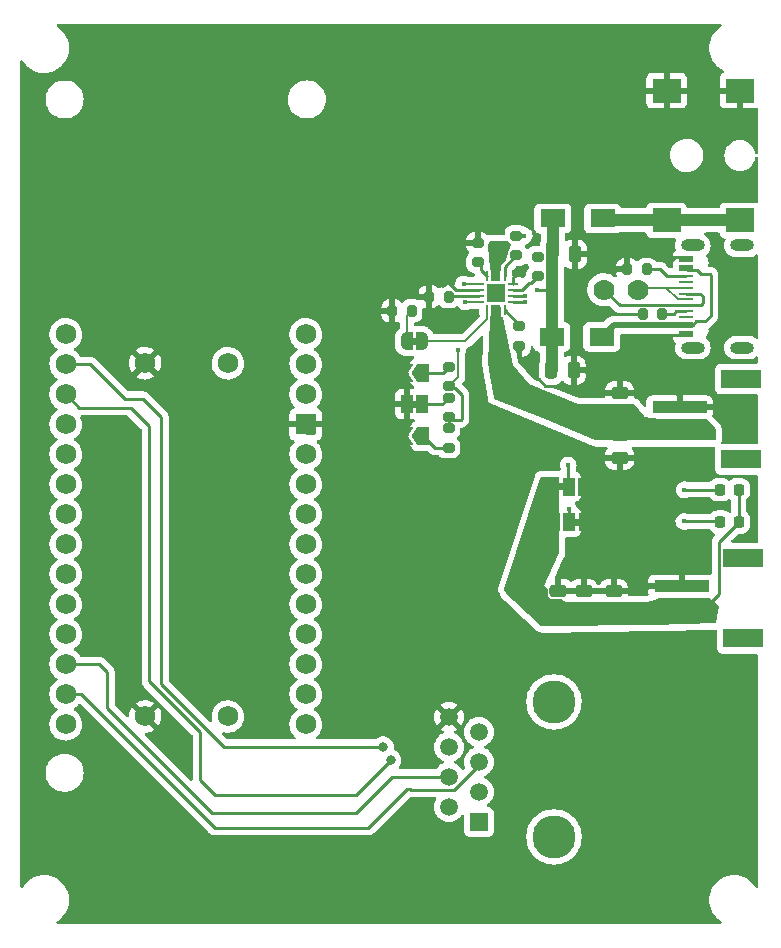
<source format=gbr>
%TF.GenerationSoftware,KiCad,Pcbnew,(6.0.8)*%
%TF.CreationDate,2023-04-21T18:27:59-07:00*%
%TF.ProjectId,Capstone_PCB,43617073-746f-46e6-955f-5043422e6b69,rev?*%
%TF.SameCoordinates,Original*%
%TF.FileFunction,Copper,L1,Top*%
%TF.FilePolarity,Positive*%
%FSLAX46Y46*%
G04 Gerber Fmt 4.6, Leading zero omitted, Abs format (unit mm)*
G04 Created by KiCad (PCBNEW (6.0.8)) date 2023-04-21 18:27:59*
%MOMM*%
%LPD*%
G01*
G04 APERTURE LIST*
G04 Aperture macros list*
%AMRoundRect*
0 Rectangle with rounded corners*
0 $1 Rounding radius*
0 $2 $3 $4 $5 $6 $7 $8 $9 X,Y pos of 4 corners*
0 Add a 4 corners polygon primitive as box body*
4,1,4,$2,$3,$4,$5,$6,$7,$8,$9,$2,$3,0*
0 Add four circle primitives for the rounded corners*
1,1,$1+$1,$2,$3*
1,1,$1+$1,$4,$5*
1,1,$1+$1,$6,$7*
1,1,$1+$1,$8,$9*
0 Add four rect primitives between the rounded corners*
20,1,$1+$1,$2,$3,$4,$5,0*
20,1,$1+$1,$4,$5,$6,$7,0*
20,1,$1+$1,$6,$7,$8,$9,0*
20,1,$1+$1,$8,$9,$2,$3,0*%
%AMFreePoly0*
4,1,22,0.550000,-0.750000,0.000000,-0.750000,0.000000,-0.745033,-0.079941,-0.743568,-0.215256,-0.701293,-0.333266,-0.622738,-0.424486,-0.514219,-0.481581,-0.384460,-0.499164,-0.250000,-0.500000,-0.250000,-0.500000,0.250000,-0.499164,0.250000,-0.499963,0.256109,-0.478152,0.396186,-0.417904,0.524511,-0.324060,0.630769,-0.204165,0.706417,-0.067858,0.745374,0.000000,0.744959,0.000000,0.750000,
0.550000,0.750000,0.550000,-0.750000,0.550000,-0.750000,$1*%
%AMFreePoly1*
4,1,20,0.000000,0.744959,0.073905,0.744508,0.209726,0.703889,0.328688,0.626782,0.421226,0.519385,0.479903,0.390333,0.500000,0.250000,0.500000,-0.250000,0.499851,-0.262216,0.476331,-0.402017,0.414519,-0.529596,0.319384,-0.634700,0.198574,-0.708877,0.061801,-0.746166,0.000000,-0.745033,0.000000,-0.750000,-0.550000,-0.750000,-0.550000,0.750000,0.000000,0.750000,0.000000,0.744959,
0.000000,0.744959,$1*%
%AMFreePoly2*
4,1,6,1.000000,0.000000,0.500000,-0.750000,-0.500000,-0.750000,-0.500000,0.750000,0.500000,0.750000,1.000000,0.000000,1.000000,0.000000,$1*%
%AMFreePoly3*
4,1,6,0.500000,-0.750000,-0.650000,-0.750000,-0.150000,0.000000,-0.650000,0.750000,0.500000,0.750000,0.500000,-0.750000,0.500000,-0.750000,$1*%
%AMFreePoly4*
4,1,22,0.500000,-0.750000,0.000000,-0.750000,0.000000,-0.745033,-0.079941,-0.743568,-0.215256,-0.701293,-0.333266,-0.622738,-0.424486,-0.514219,-0.481581,-0.384460,-0.499164,-0.250000,-0.500000,-0.250000,-0.500000,0.250000,-0.499164,0.250000,-0.499963,0.256109,-0.478152,0.396186,-0.417904,0.524511,-0.324060,0.630769,-0.204165,0.706417,-0.067858,0.745374,0.000000,0.744959,0.000000,0.750000,
0.500000,0.750000,0.500000,-0.750000,0.500000,-0.750000,$1*%
%AMFreePoly5*
4,1,20,0.000000,0.744959,0.073905,0.744508,0.209726,0.703889,0.328688,0.626782,0.421226,0.519385,0.479903,0.390333,0.500000,0.250000,0.500000,-0.250000,0.499851,-0.262216,0.476331,-0.402017,0.414519,-0.529596,0.319384,-0.634700,0.198574,-0.708877,0.061801,-0.746166,0.000000,-0.745033,0.000000,-0.750000,-0.500000,-0.750000,-0.500000,0.750000,0.000000,0.750000,0.000000,0.744959,
0.000000,0.744959,$1*%
G04 Aperture macros list end*
%TA.AperFunction,SMDPad,CuDef*%
%ADD10RoundRect,0.200000X0.275000X-0.200000X0.275000X0.200000X-0.275000X0.200000X-0.275000X-0.200000X0*%
%TD*%
%TA.AperFunction,SMDPad,CuDef*%
%ADD11RoundRect,0.200000X0.200000X0.275000X-0.200000X0.275000X-0.200000X-0.275000X0.200000X-0.275000X0*%
%TD*%
%TA.AperFunction,WasherPad*%
%ADD12C,3.650000*%
%TD*%
%TA.AperFunction,ComponentPad*%
%ADD13R,1.500000X1.500000*%
%TD*%
%TA.AperFunction,ComponentPad*%
%ADD14C,1.500000*%
%TD*%
%TA.AperFunction,SMDPad,CuDef*%
%ADD15RoundRect,0.250000X-0.475000X0.250000X-0.475000X-0.250000X0.475000X-0.250000X0.475000X0.250000X0*%
%TD*%
%TA.AperFunction,ComponentPad*%
%ADD16C,1.778000*%
%TD*%
%TA.AperFunction,SMDPad,CuDef*%
%ADD17FreePoly0,180.000000*%
%TD*%
%TA.AperFunction,SMDPad,CuDef*%
%ADD18R,1.000000X1.500000*%
%TD*%
%TA.AperFunction,SMDPad,CuDef*%
%ADD19FreePoly1,180.000000*%
%TD*%
%TA.AperFunction,SMDPad,CuDef*%
%ADD20RoundRect,0.250000X0.475000X-0.250000X0.475000X0.250000X-0.475000X0.250000X-0.475000X-0.250000X0*%
%TD*%
%TA.AperFunction,SMDPad,CuDef*%
%ADD21R,4.600000X1.000000*%
%TD*%
%TA.AperFunction,SMDPad,CuDef*%
%ADD22R,3.400000X1.600000*%
%TD*%
%TA.AperFunction,SMDPad,CuDef*%
%ADD23RoundRect,0.218750X-0.218750X-0.256250X0.218750X-0.256250X0.218750X0.256250X-0.218750X0.256250X0*%
%TD*%
%TA.AperFunction,SMDPad,CuDef*%
%ADD24R,2.120000X1.500000*%
%TD*%
%TA.AperFunction,ComponentPad*%
%ADD25C,1.727200*%
%TD*%
%TA.AperFunction,SMDPad,CuDef*%
%ADD26RoundRect,0.250000X-0.250000X-0.475000X0.250000X-0.475000X0.250000X0.475000X-0.250000X0.475000X0*%
%TD*%
%TA.AperFunction,SMDPad,CuDef*%
%ADD27FreePoly2,180.000000*%
%TD*%
%TA.AperFunction,SMDPad,CuDef*%
%ADD28FreePoly3,180.000000*%
%TD*%
%TA.AperFunction,SMDPad,CuDef*%
%ADD29RoundRect,0.200000X-0.275000X0.200000X-0.275000X-0.200000X0.275000X-0.200000X0.275000X0.200000X0*%
%TD*%
%TA.AperFunction,SMDPad,CuDef*%
%ADD30R,2.400000X2.000000*%
%TD*%
%TA.AperFunction,SMDPad,CuDef*%
%ADD31FreePoly0,0.000000*%
%TD*%
%TA.AperFunction,SMDPad,CuDef*%
%ADD32FreePoly1,0.000000*%
%TD*%
%TA.AperFunction,SMDPad,CuDef*%
%ADD33FreePoly4,0.000000*%
%TD*%
%TA.AperFunction,SMDPad,CuDef*%
%ADD34FreePoly5,0.000000*%
%TD*%
%TA.AperFunction,ComponentPad*%
%ADD35R,1.727200X1.727200*%
%TD*%
%TA.AperFunction,SMDPad,CuDef*%
%ADD36RoundRect,0.062500X0.062500X-0.375000X0.062500X0.375000X-0.062500X0.375000X-0.062500X-0.375000X0*%
%TD*%
%TA.AperFunction,SMDPad,CuDef*%
%ADD37RoundRect,0.062500X0.375000X-0.062500X0.375000X0.062500X-0.375000X0.062500X-0.375000X-0.062500X0*%
%TD*%
%TA.AperFunction,SMDPad,CuDef*%
%ADD38R,1.600000X1.600000*%
%TD*%
%TA.AperFunction,SMDPad,CuDef*%
%ADD39R,1.150000X0.575000*%
%TD*%
%TA.AperFunction,SMDPad,CuDef*%
%ADD40R,1.150000X0.275000*%
%TD*%
%TA.AperFunction,ComponentPad*%
%ADD41O,2.000000X1.000000*%
%TD*%
%TA.AperFunction,ViaPad*%
%ADD42C,0.400000*%
%TD*%
%TA.AperFunction,ViaPad*%
%ADD43C,0.800000*%
%TD*%
%TA.AperFunction,ViaPad*%
%ADD44C,0.900000*%
%TD*%
%TA.AperFunction,Conductor*%
%ADD45C,0.250000*%
%TD*%
%TA.AperFunction,Conductor*%
%ADD46C,1.000000*%
%TD*%
%TA.AperFunction,Conductor*%
%ADD47C,0.200000*%
%TD*%
%TA.AperFunction,Conductor*%
%ADD48C,1.016000*%
%TD*%
%TA.AperFunction,Conductor*%
%ADD49C,0.254000*%
%TD*%
%TA.AperFunction,Conductor*%
%ADD50C,0.500000*%
%TD*%
G04 APERTURE END LIST*
%TO.C,JP1*%
G36*
X162205334Y-86163800D02*
G01*
X161705334Y-86163800D01*
X161705334Y-85563800D01*
X162205334Y-85563800D01*
X162205334Y-86163800D01*
G37*
%TO.C,JP4*%
G36*
X148446600Y-76171400D02*
G01*
X147946600Y-76171400D01*
X147946600Y-75571400D01*
X148446600Y-75571400D01*
X148446600Y-76171400D01*
G37*
%TO.C,JP2*%
G36*
X160861259Y-83157852D02*
G01*
X160361259Y-83157852D01*
X160361259Y-82557852D01*
X160861259Y-82557852D01*
X160861259Y-83157852D01*
G37*
%TO.C,JP6*%
G36*
X148446600Y-70837400D02*
G01*
X147946600Y-70837400D01*
X147946600Y-70237400D01*
X148446600Y-70237400D01*
X148446600Y-70837400D01*
G37*
%TD*%
D10*
%TO.P,R5,1*%
%TO.N,/ISET*%
X151092200Y-74359600D03*
%TO.P,R5,2*%
%TO.N,Net-(JP3-Pad1)*%
X151092200Y-72709600D03*
%TD*%
D11*
%TO.P,R1,1*%
%TO.N,/ITERM*%
X151115000Y-66770000D03*
%TO.P,R1,2*%
%TO.N,GND*%
X149465000Y-66770000D03*
%TD*%
D10*
%TO.P,R11,1*%
%TO.N,/GOOD*%
X158630000Y-65065000D03*
%TO.P,R11,2*%
%TO.N,Net-(D3-Pad1)*%
X158630000Y-63415000D03*
%TD*%
D12*
%TO.P,J1,*%
%TO.N,*%
X160012000Y-112522000D03*
X160012000Y-101092000D03*
D13*
%TO.P,J1,1*%
%TO.N,/OUT*%
X153662000Y-111252000D03*
D14*
%TO.P,J1,2*%
%TO.N,/SDA*%
X151122000Y-109982000D03*
%TO.P,J1,3*%
%TO.N,/SCL*%
X153662000Y-108712000D03*
%TO.P,J1,4*%
%TO.N,/D3*%
X151122000Y-107442000D03*
%TO.P,J1,5*%
%TO.N,/D4*%
X153662000Y-106172000D03*
%TO.P,J1,6*%
%TO.N,/A1*%
X151122000Y-104902000D03*
%TO.P,J1,7*%
%TO.N,/A0*%
X153662000Y-103632000D03*
%TO.P,J1,8*%
%TO.N,GND*%
X151122000Y-102362000D03*
%TD*%
D15*
%TO.P,C5,1*%
%TO.N,/LIPO*%
X165575000Y-78513000D03*
%TO.P,C5,2*%
%TO.N,GND*%
X165575000Y-80413000D03*
%TD*%
D10*
%TO.P,R3,1*%
%TO.N,/ILIM*%
X153540000Y-63855000D03*
%TO.P,R3,2*%
%TO.N,GND*%
X153540000Y-62205000D03*
%TD*%
D16*
%TO.P,,1*%
%TO.N,/D+*%
X167149800Y-66229600D03*
%TD*%
D17*
%TO.P,JP1,1,A*%
%TO.N,GND*%
X162605334Y-85863800D03*
D18*
%TO.P,JP1,2,C*%
%TO.N,/EN1*%
X161305334Y-85863800D03*
D19*
%TO.P,JP1,3,B*%
%TO.N,/OUT*%
X160005334Y-85863800D03*
%TD*%
D10*
%TO.P,R6,1*%
%TO.N,/ISET*%
X151092200Y-77001200D03*
%TO.P,R6,2*%
%TO.N,Net-(JP4-Pad1)*%
X151092200Y-75351200D03*
%TD*%
D20*
%TO.P,C6,1*%
%TO.N,/OUT*%
X165067000Y-93621000D03*
%TO.P,C6,2*%
%TO.N,GND*%
X165067000Y-91721000D03*
%TD*%
D18*
%TO.P,JP4,1,A*%
%TO.N,Net-(JP4-Pad1)*%
X148846600Y-75871400D03*
%TO.P,JP4,2,B*%
%TO.N,GND*%
X147546600Y-75871400D03*
%TD*%
D21*
%TO.P,SYSOUT0,1*%
%TO.N,/OUT*%
X170811800Y-93315400D03*
%TO.P,SYSOUT0,2*%
%TO.N,GND*%
X170811800Y-91315400D03*
D22*
%TO.P,SYSOUT0,NC1*%
%TO.N,N/C*%
X176011800Y-88915400D03*
%TO.P,SYSOUT0,NC2*%
X176011800Y-95715400D03*
%TD*%
D23*
%TO.P,D2,1,K*%
%TO.N,Net-(D2-Pad1)*%
X174102300Y-85863800D03*
%TO.P,D2,2,A*%
%TO.N,/OUT*%
X175677300Y-85863800D03*
%TD*%
D24*
%TO.P,D1,A*%
%TO.N,/VUSB*%
X164057800Y-70166600D03*
%TO.P,D1,C*%
%TO.N,/VIN*%
X159827800Y-70166600D03*
%TD*%
D20*
%TO.P,C4,1*%
%TO.N,/OUT*%
X160393400Y-93570200D03*
%TO.P,C4,2*%
%TO.N,GND*%
X160393400Y-91670200D03*
%TD*%
D11*
%TO.P,R7,1*%
%TO.N,/CC1*%
X169168600Y-68210800D03*
%TO.P,R7,2*%
%TO.N,GND*%
X167518600Y-68210800D03*
%TD*%
D25*
%TO.P,,A2,A2*%
%TO.N,/OUT*%
X132400000Y-102322000D03*
%TD*%
D26*
%TO.P,C2,1*%
%TO.N,/VIN*%
X159773600Y-73011400D03*
%TO.P,C2,2*%
%TO.N,GND*%
X161673600Y-73011400D03*
%TD*%
D25*
%TO.P,,A2,A2*%
%TO.N,/OUT*%
X132400000Y-72416730D03*
%TD*%
D24*
%TO.P,D4,A*%
%TO.N,Net-(D4-PadA)*%
X164134000Y-60159000D03*
%TO.P,D4,C*%
%TO.N,/VIN*%
X159904000Y-60159000D03*
%TD*%
D27*
%TO.P,JP5,1,A*%
%TO.N,Net-(JP5-Pad1)*%
X148921600Y-78563800D03*
D28*
%TO.P,JP5,2,B*%
%TO.N,GND*%
X147471600Y-78563800D03*
%TD*%
D29*
%TO.P,R10,1*%
%TO.N,Net-(D2-Pad1)*%
X156820000Y-61635000D03*
%TO.P,R10,2*%
%TO.N,/CHARGE*%
X156820000Y-63285000D03*
%TD*%
D11*
%TO.P,R4,1*%
%TO.N,/CC2*%
X167847800Y-64477000D03*
%TO.P,R4,2*%
%TO.N,GND*%
X166197800Y-64477000D03*
%TD*%
D30*
%TO.P,J2,1*%
%TO.N,Net-(D4-PadA)*%
X175745000Y-60325000D03*
%TO.P,J2,1'*%
X169545000Y-60325000D03*
%TO.P,J2,2*%
%TO.N,GND*%
X175745000Y-49325000D03*
%TO.P,J2,3*%
X169545000Y-49325000D03*
%TD*%
D21*
%TO.P,BATT0,1*%
%TO.N,/LIPO*%
X170641000Y-78151600D03*
%TO.P,BATT0,2*%
%TO.N,GND*%
X170641000Y-76151600D03*
D22*
%TO.P,BATT0,NC1*%
%TO.N,N/C*%
X175841000Y-73751600D03*
%TO.P,BATT0,NC2*%
X175841000Y-80551600D03*
%TD*%
D31*
%TO.P,JP2,1,A*%
%TO.N,/OUT*%
X159961259Y-82857852D03*
D18*
%TO.P,JP2,2,C*%
%TO.N,/EN2*%
X161261259Y-82857852D03*
D32*
%TO.P,JP2,3,B*%
%TO.N,GND*%
X162561259Y-82857852D03*
%TD*%
D11*
%TO.P,R9,1*%
%TO.N,Net-(JP6-Pad1)*%
X147959600Y-67982200D03*
%TO.P,R9,2*%
%TO.N,GND*%
X146309600Y-67982200D03*
%TD*%
D16*
%TO.P,,1*%
%TO.N,/D-*%
X164228800Y-66178800D03*
%TD*%
D33*
%TO.P,JP6,1,A*%
%TO.N,Net-(JP6-Pad1)*%
X147546600Y-70537400D03*
D34*
%TO.P,JP6,2,B*%
%TO.N,/TS*%
X148846600Y-70537400D03*
%TD*%
D25*
%TO.P,XA1,3V3,3.3V*%
%TO.N,/+3.3V*%
X138986000Y-75045800D03*
%TO.P,XA1,5V,5V*%
%TO.N,/+5V*%
X138986000Y-69965800D03*
%TO.P,XA1,A0,A0/DAC*%
%TO.N,/A0*%
X118666000Y-72505800D03*
%TO.P,XA1,A1,A1*%
%TO.N,/A1*%
X118666000Y-75045800D03*
%TO.P,XA1,A2,A2*%
%TO.N,unconnected-(XA1-PadA2)*%
X118666000Y-77585800D03*
%TO.P,XA1,A3,A3*%
%TO.N,unconnected-(XA1-PadA3)*%
X118666000Y-80125800D03*
%TO.P,XA1,A4,A4*%
%TO.N,unconnected-(XA1-PadA4)*%
X118666000Y-82665800D03*
%TO.P,XA1,A5,A5*%
%TO.N,unconnected-(XA1-PadA5)*%
X118666000Y-85205800D03*
%TO.P,XA1,A6,A6*%
%TO.N,unconnected-(XA1-PadA6)*%
X118666000Y-87745800D03*
%TO.P,XA1,AREF,AREF*%
%TO.N,unconnected-(XA1-PadAREF)*%
X118666000Y-69965800D03*
%TO.P,XA1,D0,D0*%
%TO.N,unconnected-(XA1-PadD0)*%
X118666000Y-90285800D03*
%TO.P,XA1,D1,D1*%
%TO.N,/D1*%
X118666000Y-92825800D03*
%TO.P,XA1,D2,D2*%
%TO.N,/D2*%
X118666000Y-95365800D03*
%TO.P,XA1,D3,D3*%
%TO.N,/D3*%
X118666000Y-97905800D03*
%TO.P,XA1,D4,D4*%
%TO.N,/D4*%
X118666000Y-100445800D03*
%TO.P,XA1,D5,D5*%
%TO.N,unconnected-(XA1-PadD5)*%
X118666000Y-102985800D03*
%TO.P,XA1,D6,D6*%
%TO.N,unconnected-(XA1-PadD6)*%
X138986000Y-102985800D03*
%TO.P,XA1,D7,D7*%
%TO.N,unconnected-(XA1-PadD7)*%
X138986000Y-100445800D03*
%TO.P,XA1,D8,D8_MOSI*%
%TO.N,/COPI*%
X138986000Y-97905800D03*
%TO.P,XA1,D9,D9_SCK*%
%TO.N,/SCK*%
X138986000Y-95365800D03*
%TO.P,XA1,D10,D10_MISO*%
%TO.N,/CIPO*%
X138986000Y-92825800D03*
%TO.P,XA1,D11,D11_SDA*%
%TO.N,/SDA*%
X138986000Y-90285800D03*
%TO.P,XA1,D12,D12_SCL*%
%TO.N,/SCL*%
X138986000Y-87745800D03*
%TO.P,XA1,D13,D13_RX*%
%TO.N,unconnected-(XA1-PadD13)*%
X138986000Y-85205800D03*
%TO.P,XA1,D14,D14_TX*%
%TO.N,unconnected-(XA1-PadD14)*%
X138986000Y-82665800D03*
D35*
%TO.P,XA1,GND,GND*%
%TO.N,GND*%
X138986000Y-77585800D03*
D25*
%TO.P,XA1,RST,RESET*%
%TO.N,unconnected-(XA1-PadRST)*%
X138986000Y-80125800D03*
%TO.P,XA1,VIN,VIN*%
%TO.N,/OUT*%
X138986000Y-72505800D03*
%TD*%
%TO.P,,A2,A2*%
%TO.N,GND*%
X125400000Y-72416730D03*
%TD*%
D36*
%TO.P,U1,1,TS*%
%TO.N,/TS*%
X154334800Y-67895700D03*
%TO.P,U1,2,BAT*%
%TO.N,/LIPO*%
X154834800Y-67895700D03*
%TO.P,U1,3,BAT*%
X155334800Y-67895700D03*
%TO.P,U1,4,~{CE}*%
%TO.N,/CE*%
X155834800Y-67895700D03*
D37*
%TO.P,U1,5,EN2*%
%TO.N,/EN2*%
X156522300Y-67208200D03*
%TO.P,U1,6,EN1*%
%TO.N,/EN1*%
X156522300Y-66708200D03*
%TO.P,U1,7,~{PGOOD}*%
%TO.N,/GOOD*%
X156522300Y-66208200D03*
%TO.P,U1,8,VSS*%
%TO.N,GND*%
X156522300Y-65708200D03*
D36*
%TO.P,U1,9,~{CHG}*%
%TO.N,/CHARGE*%
X155834800Y-65020700D03*
%TO.P,U1,10,OUT*%
%TO.N,/OUT*%
X155334800Y-65020700D03*
%TO.P,U1,11,OUT*%
X154834800Y-65020700D03*
%TO.P,U1,12,ILIM*%
%TO.N,/ILIM*%
X154334800Y-65020700D03*
D37*
%TO.P,U1,13,IN*%
%TO.N,/VIN*%
X153647300Y-65708200D03*
%TO.P,U1,14,TMR*%
%TO.N,GND*%
X153647300Y-66208200D03*
%TO.P,U1,15,ITERM*%
%TO.N,/ITERM*%
X153647300Y-66708200D03*
%TO.P,U1,16,ISET*%
%TO.N,/ISET*%
X153647300Y-67208200D03*
D38*
%TO.P,U1,17,VSS*%
%TO.N,GND*%
X155084800Y-66458200D03*
%TD*%
D25*
%TO.P,,A2,A2*%
%TO.N,GND*%
X125400000Y-102322000D03*
%TD*%
D26*
%TO.P,C1,1*%
%TO.N,/VIN*%
X159875200Y-63181600D03*
%TO.P,C1,2*%
%TO.N,GND*%
X161775200Y-63181600D03*
%TD*%
D20*
%TO.P,C7,1*%
%TO.N,/LIPO*%
X165575000Y-76857000D03*
%TO.P,C7,2*%
%TO.N,GND*%
X165575000Y-74957000D03*
%TD*%
D29*
%TO.P,R2,1*%
%TO.N,/CE*%
X157040600Y-69290800D03*
%TO.P,R2,2*%
%TO.N,GND*%
X157040600Y-70940800D03*
%TD*%
%TO.P,R8,1*%
%TO.N,/ISET*%
X151090000Y-77915000D03*
%TO.P,R8,2*%
%TO.N,Net-(JP5-Pad1)*%
X151090000Y-79565000D03*
%TD*%
D27*
%TO.P,JP3,1,A*%
%TO.N,Net-(JP3-Pad1)*%
X148921600Y-73204400D03*
D28*
%TO.P,JP3,2,B*%
%TO.N,GND*%
X147471600Y-73204400D03*
%TD*%
D20*
%TO.P,C3,1*%
%TO.N,/OUT*%
X162527000Y-93621000D03*
%TO.P,C3,2*%
%TO.N,GND*%
X162527000Y-91721000D03*
%TD*%
D39*
%TO.P,X1,A1B12*%
%TO.N,GND*%
X171184000Y-69963000D03*
%TO.P,X1,A4B9*%
%TO.N,/VUSB*%
X171184000Y-69163000D03*
D40*
%TO.P,X1,A5*%
%TO.N,/CC1*%
X171184000Y-68013000D03*
%TO.P,X1,A6*%
%TO.N,/D+*%
X171184000Y-67013000D03*
%TO.P,X1,A7*%
%TO.N,/D-*%
X171184000Y-66513000D03*
%TO.P,X1,A8*%
%TO.N,N/C*%
X171184000Y-65513000D03*
D39*
%TO.P,X1,B1A12*%
%TO.N,GND*%
X171184000Y-63563000D03*
%TO.P,X1,B4A9*%
%TO.N,/VUSB*%
X171184000Y-64363000D03*
D40*
%TO.P,X1,B5*%
%TO.N,/CC2*%
X171184000Y-65013000D03*
%TO.P,X1,B6*%
%TO.N,/D+*%
X171184000Y-66013000D03*
%TO.P,X1,B7*%
%TO.N,/D-*%
X171184000Y-67513000D03*
%TO.P,X1,B8*%
%TO.N,N/C*%
X171184000Y-68513000D03*
D41*
%TO.P,X1,M1*%
X171759000Y-71083000D03*
%TO.P,X1,M2*%
X171759000Y-62443000D03*
%TO.P,X1,M3*%
X175939000Y-71083000D03*
%TO.P,X1,M4*%
X175939000Y-62443000D03*
%TD*%
D23*
%TO.P,D3,1,K*%
%TO.N,Net-(D3-Pad1)*%
X174061500Y-83120600D03*
%TO.P,D3,2,A*%
%TO.N,/OUT*%
X175636500Y-83120600D03*
%TD*%
D42*
%TO.N,/VIN*%
X158615400Y-66255000D03*
X152367000Y-65696200D03*
D43*
%TO.N,GND*%
X164863800Y-86879800D03*
X164860423Y-86873047D03*
X168521400Y-71284200D03*
X147490200Y-80733000D03*
X170655000Y-74586200D03*
X162052000Y-60198000D03*
D44*
X175633400Y-52386600D03*
D43*
X174312600Y-76262600D03*
X167810200Y-55129800D03*
X150589000Y-65645400D03*
X166438600Y-89165800D03*
X164152600Y-82815800D03*
X171772600Y-84441400D03*
X155923000Y-83273000D03*
X155110200Y-66432800D03*
X170451800Y-52285000D03*
X155364200Y-77481800D03*
X145846800Y-76911200D03*
D42*
X156674322Y-65055678D03*
X157050000Y-70950000D03*
D43*
X175582600Y-57873000D03*
X146507200Y-81686400D03*
X170807400Y-89775400D03*
X170350200Y-58127000D03*
%TO.N,/OUT*%
X166845000Y-93585400D03*
X157091400Y-92163000D03*
X157091400Y-91197800D03*
D42*
X155669000Y-62953000D03*
X154907000Y-62953000D03*
D43*
X158310600Y-92264600D03*
X158259800Y-91197800D03*
D42*
X155669000Y-62445000D03*
X154907000Y-62445000D03*
%TO.N,/EN1*%
X157599400Y-66712200D03*
X161257000Y-84797000D03*
%TO.N,/EN2*%
X161206200Y-81037800D03*
X157599400Y-67271000D03*
%TO.N,/ISET*%
X151859000Y-71284200D03*
X152519400Y-67220200D03*
%TO.N,Net-(D2-Pad1)*%
X171010600Y-85813000D03*
X157480000Y-61610000D03*
%TO.N,Net-(D3-Pad1)*%
X158610000Y-63450000D03*
X171061400Y-83120600D03*
D43*
%TO.N,/A1*%
X146177000Y-106045000D03*
%TO.N,/A0*%
X145542000Y-104902000D03*
%TD*%
D45*
%TO.N,/D4*%
X147828000Y-108458000D02*
X147574000Y-108458000D01*
X147887000Y-108517000D02*
X147828000Y-108458000D01*
X153662000Y-106422280D02*
X153662000Y-106172000D01*
X151567280Y-108517000D02*
X153662000Y-106422280D01*
X147887000Y-108517000D02*
X151567280Y-108517000D01*
X144272000Y-111760000D02*
X147574000Y-108458000D01*
X131318000Y-111760000D02*
X144272000Y-111760000D01*
X120003800Y-100445800D02*
X131318000Y-111760000D01*
X118666000Y-100445800D02*
X120003800Y-100445800D01*
%TO.N,/D3*%
X121527800Y-97905800D02*
X118666000Y-97905800D01*
X131064000Y-110490000D02*
X122174000Y-101600000D01*
X143256000Y-110490000D02*
X131064000Y-110490000D01*
X122174000Y-101600000D02*
X122174000Y-98552000D01*
X146304000Y-107442000D02*
X143256000Y-110490000D01*
X122174000Y-98552000D02*
X121527800Y-97905800D01*
X151122000Y-107442000D02*
X146304000Y-107442000D01*
%TO.N,/VIN*%
X159783800Y-66255000D02*
X159827800Y-66299000D01*
X158615400Y-66255000D02*
X159783800Y-66255000D01*
D46*
X159827800Y-72957200D02*
X159773600Y-73011400D01*
D47*
X153647300Y-65708200D02*
X152379000Y-65708200D01*
D46*
X159827800Y-66299000D02*
X159827800Y-68915200D01*
X159827800Y-62426400D02*
X159827800Y-66299000D01*
X159904000Y-62350200D02*
X159827800Y-62426400D01*
X159904000Y-62350200D02*
X159904000Y-60159000D01*
D45*
X159875200Y-63181600D02*
X159904000Y-63152800D01*
D47*
X152379000Y-65708200D02*
X152367000Y-65696200D01*
D46*
X159827800Y-68915200D02*
X159827800Y-72957200D01*
X159904000Y-63152800D02*
X159904000Y-62350200D01*
X159827800Y-68915200D02*
X159827800Y-70166600D01*
D45*
%TO.N,GND*%
X147471600Y-73204400D02*
X147546600Y-73279400D01*
X156522300Y-65708200D02*
X156522300Y-65177700D01*
X156522300Y-65177700D02*
X156730000Y-64970000D01*
X138975000Y-78304800D02*
X139704800Y-78304800D01*
X153634300Y-66221200D02*
X151723600Y-66221200D01*
X153647300Y-66208200D02*
X153634300Y-66221200D01*
X159239029Y-74304722D02*
X160507151Y-74304722D01*
X158710644Y-73776337D02*
X159239029Y-74304722D01*
X147546600Y-78488800D02*
X147471600Y-78563800D01*
X151147800Y-65645400D02*
X150589000Y-65645400D01*
X151723600Y-66221200D02*
X151147800Y-65645400D01*
%TO.N,/OUT*%
X175636500Y-85823000D02*
X175677300Y-85863800D01*
X173986800Y-91940400D02*
X172611800Y-93315400D01*
X175636500Y-83120600D02*
X175636500Y-85823000D01*
X175677300Y-85863800D02*
X173986800Y-87554300D01*
X173986800Y-87554300D02*
X173986800Y-91940400D01*
X172611800Y-93315400D02*
X170811800Y-93315400D01*
D48*
%TO.N,Net-(D4-PadA)*%
X164300000Y-60325000D02*
X164134000Y-60159000D01*
X175745000Y-60325000D02*
X169545000Y-60325000D01*
X169545000Y-60325000D02*
X164300000Y-60325000D01*
D47*
%TO.N,/D+*%
X167366400Y-66013000D02*
X167149800Y-66229600D01*
X169474600Y-66013000D02*
X167366400Y-66013000D01*
X170474600Y-67013000D02*
X169474600Y-66013000D01*
X171184000Y-67013000D02*
X170474600Y-67013000D01*
X171184000Y-66013000D02*
X169474600Y-66013000D01*
D49*
%TO.N,/D-*%
X172610800Y-66737600D02*
X172610800Y-67347200D01*
X171184000Y-66513000D02*
X172386200Y-66513000D01*
X165563000Y-67513000D02*
X164228800Y-66178800D01*
X172421000Y-67513000D02*
X171184000Y-67513000D01*
X172386200Y-66513000D02*
X172610800Y-66737600D01*
D47*
X172433000Y-67525000D02*
X172421000Y-67513000D01*
D49*
X171184000Y-67513000D02*
X165563000Y-67513000D01*
X172610800Y-67347200D02*
X172433000Y-67525000D01*
D45*
%TO.N,/EN1*%
X157599400Y-66712200D02*
X156526300Y-66712200D01*
X161257000Y-85815466D02*
X161305334Y-85863800D01*
X156526300Y-66712200D02*
X156522300Y-66708200D01*
X161305334Y-85863800D02*
X161257000Y-85912134D01*
X161257000Y-84797000D02*
X161257000Y-85815466D01*
%TO.N,/EN2*%
X157599400Y-67271000D02*
X156585100Y-67271000D01*
X156585100Y-67271000D02*
X156522300Y-67208200D01*
X161206200Y-81037800D02*
X161206200Y-82815800D01*
%TO.N,Net-(JP3-Pad1)*%
X150597400Y-73204400D02*
X148921600Y-73204400D01*
X151092200Y-72709600D02*
X150597400Y-73204400D01*
%TO.N,Net-(JP4-Pad1)*%
X150572000Y-75871400D02*
X151092200Y-75351200D01*
X148861800Y-75856200D02*
X148846600Y-75871400D01*
X148846600Y-75871400D02*
X150572000Y-75871400D01*
%TO.N,Net-(JP5-Pad1)*%
X149922800Y-79565000D02*
X148921600Y-78563800D01*
X151090000Y-79565000D02*
X149922800Y-79565000D01*
D47*
%TO.N,Net-(JP6-Pad1)*%
X147546600Y-68395200D02*
X147959600Y-67982200D01*
X147546600Y-70537400D02*
X147546600Y-68395200D01*
%TO.N,/TS*%
X154334800Y-68706800D02*
X154334800Y-67895700D01*
X148846600Y-70537400D02*
X152504200Y-70537400D01*
X152504200Y-70537400D02*
X154334800Y-68706800D01*
D45*
%TO.N,/ITERM*%
X153634300Y-66695200D02*
X153647300Y-66708200D01*
X151417000Y-66712200D02*
X151434000Y-66695200D01*
X151434000Y-66695200D02*
X153634300Y-66695200D01*
%TO.N,/CE*%
X155834800Y-67895700D02*
X155834800Y-67944800D01*
X155834800Y-67944800D02*
X157040600Y-69150600D01*
%TO.N,/ILIM*%
X153840200Y-63831800D02*
X153738600Y-63730200D01*
X153840200Y-64155200D02*
X153540000Y-63855000D01*
X153840200Y-64526100D02*
X154334800Y-65020700D01*
X153840200Y-64526100D02*
X153840200Y-64155200D01*
%TO.N,/ISET*%
X151650600Y-74550600D02*
X152184400Y-75084400D01*
D47*
X151092200Y-74359600D02*
X151867200Y-73584600D01*
D45*
X151092200Y-74550600D02*
X151650600Y-74550600D01*
X152184400Y-75084400D02*
X152184400Y-77166800D01*
D47*
X152582200Y-67208200D02*
X152570200Y-67220200D01*
X153647300Y-67208200D02*
X152582200Y-67208200D01*
D45*
X152184400Y-77166800D02*
X152108200Y-77243000D01*
D47*
X151867200Y-71292400D02*
X151859000Y-71284200D01*
X151867200Y-73584600D02*
X151867200Y-71292400D01*
D45*
X152108200Y-77243000D02*
X151092200Y-77243000D01*
X151092200Y-77939000D02*
X151092200Y-77243000D01*
%TO.N,/VUSB*%
X172050849Y-68871200D02*
X172814000Y-68871200D01*
X171184000Y-69163000D02*
X171759049Y-69163000D01*
X172084000Y-64550500D02*
X171340800Y-64550500D01*
X173245800Y-64883400D02*
X172416900Y-64883400D01*
X173271200Y-64908800D02*
X173245800Y-64883400D01*
X172814000Y-68871200D02*
X173271200Y-68414000D01*
X171340800Y-64550500D02*
X171184000Y-64393700D01*
X171184000Y-64393700D02*
X171184000Y-64363000D01*
X171759049Y-69163000D02*
X172050849Y-68871200D01*
D50*
X165061400Y-69163000D02*
X171184000Y-69163000D01*
D45*
X172416900Y-64883400D02*
X172084000Y-64550500D01*
D50*
X164057800Y-70166600D02*
X165061400Y-69163000D01*
D45*
X173271200Y-68414000D02*
X173271200Y-64908800D01*
%TO.N,/CC2*%
X167847800Y-64477000D02*
X169027000Y-64477000D01*
X169563000Y-65013000D02*
X171184000Y-65013000D01*
X169027000Y-64477000D02*
X169563000Y-65013000D01*
%TO.N,/CC1*%
X170337000Y-68013000D02*
X171184000Y-68013000D01*
X170139200Y-68210800D02*
X170337000Y-68013000D01*
X169168600Y-68210800D02*
X170139200Y-68210800D01*
%TO.N,/CHARGE*%
X155834800Y-65020700D02*
X155834800Y-64270200D01*
X155834800Y-64270200D02*
X156820000Y-63285000D01*
%TO.N,/GOOD*%
X156522300Y-66208200D02*
X157290600Y-66208200D01*
X157889000Y-65609800D02*
X158085200Y-65609800D01*
X157290600Y-66208200D02*
X157889000Y-65609800D01*
X158085200Y-65609800D02*
X158630000Y-65065000D01*
%TO.N,Net-(D2-Pad1)*%
X171010600Y-85813000D02*
X174051500Y-85813000D01*
X157455000Y-61635000D02*
X157480000Y-61610000D01*
X174051500Y-85813000D02*
X174102300Y-85863800D01*
X156820000Y-61635000D02*
X157455000Y-61635000D01*
%TO.N,Net-(D3-Pad1)*%
X171061400Y-83120600D02*
X174061500Y-83120600D01*
%TO.N,/A1*%
X143256000Y-108966000D02*
X131318000Y-108966000D01*
X124206000Y-76200000D02*
X119820200Y-76200000D01*
X119820200Y-76200000D02*
X118666000Y-75045800D01*
X125730000Y-77724000D02*
X124206000Y-76200000D01*
X125730000Y-99314000D02*
X125730000Y-77724000D01*
X130048000Y-107696000D02*
X130048000Y-103632000D01*
X130048000Y-103632000D02*
X125730000Y-99314000D01*
X131318000Y-108966000D02*
X130048000Y-107696000D01*
X146177000Y-106045000D02*
X143256000Y-108966000D01*
%TO.N,/A0*%
X132080000Y-104902000D02*
X126746000Y-99568000D01*
X126746000Y-99568000D02*
X126746000Y-76962000D01*
X125222000Y-75438000D02*
X123698000Y-75438000D01*
X123698000Y-75438000D02*
X120765800Y-72505800D01*
X145542000Y-104902000D02*
X132080000Y-104902000D01*
X126746000Y-76962000D02*
X125222000Y-75438000D01*
X120765800Y-72505800D02*
X118666000Y-72505800D01*
%TD*%
%TA.AperFunction,Conductor*%
%TO.N,/LIPO*%
G36*
X154981032Y-67499147D02*
G01*
X155415110Y-67499553D01*
X155459288Y-67517900D01*
X155476218Y-67549208D01*
X155507966Y-67700391D01*
X155509300Y-67713236D01*
X155509300Y-67927859D01*
X155509062Y-67933306D01*
X155505536Y-67973607D01*
X155506951Y-67978886D01*
X155506951Y-67978889D01*
X155507171Y-67979709D01*
X155509301Y-67995887D01*
X155509301Y-68296600D01*
X155524560Y-68373317D01*
X155582688Y-68460312D01*
X155599353Y-68471447D01*
X155660199Y-68512103D01*
X155686641Y-68551223D01*
X156532600Y-72579600D01*
X157929600Y-74205200D01*
X162019000Y-75907000D01*
X166813750Y-75907000D01*
X166857944Y-75925306D01*
X166863750Y-75932000D01*
X167607000Y-76923000D01*
X167618891Y-76924982D01*
X168978600Y-77151600D01*
X169131000Y-77177000D01*
X172914264Y-77151778D01*
X172959593Y-77170813D01*
X173685413Y-77920827D01*
X173703000Y-77964291D01*
X173703000Y-78892500D01*
X173684694Y-78936694D01*
X173640500Y-78955000D01*
X163555363Y-78955000D01*
X163531566Y-78950292D01*
X163498543Y-78936694D01*
X159225000Y-77177000D01*
X154939296Y-75412298D01*
X154905401Y-75378544D01*
X154901401Y-75364526D01*
X154602027Y-73521389D01*
X154412907Y-72357041D01*
X154412202Y-72343430D01*
X154614262Y-68834933D01*
X154615848Y-68824095D01*
X154621061Y-68802130D01*
X154623821Y-68793403D01*
X154624743Y-68791092D01*
X154634683Y-68766178D01*
X154635300Y-68759885D01*
X154635300Y-68749443D01*
X154636989Y-68735012D01*
X154638808Y-68727347D01*
X154640140Y-68721734D01*
X154635871Y-68690365D01*
X154635300Y-68681938D01*
X154635300Y-68471447D01*
X154635403Y-68467854D01*
X154636132Y-68455195D01*
X154639773Y-68391980D01*
X154643530Y-68375577D01*
X154645040Y-68373317D01*
X154660300Y-68296601D01*
X154660300Y-68037362D01*
X154660403Y-68033769D01*
X154687812Y-67557838D01*
X154708629Y-67514769D01*
X154750266Y-67498931D01*
X154981032Y-67499147D01*
G37*
%TD.AperFunction*%
%TD*%
%TA.AperFunction,Conductor*%
%TO.N,GND*%
G36*
X174153264Y-43708502D02*
G01*
X174199757Y-43762158D01*
X174209861Y-43832432D01*
X174180367Y-43897012D01*
X174157594Y-43917587D01*
X173929977Y-44077559D01*
X173719378Y-44273260D01*
X173537287Y-44495732D01*
X173387073Y-44740858D01*
X173271517Y-45004102D01*
X173192756Y-45280594D01*
X173152249Y-45565216D01*
X173152227Y-45569505D01*
X173152226Y-45569512D01*
X173150765Y-45848417D01*
X173150743Y-45852703D01*
X173188268Y-46137734D01*
X173264129Y-46415036D01*
X173376923Y-46679476D01*
X173388693Y-46699142D01*
X173501206Y-46887137D01*
X173524561Y-46926161D01*
X173704313Y-47150528D01*
X173912851Y-47348423D01*
X174146317Y-47516186D01*
X174358507Y-47628535D01*
X174409347Y-47678085D01*
X174425329Y-47747260D01*
X174401375Y-47814093D01*
X174343775Y-47857869D01*
X174306946Y-47871676D01*
X174291351Y-47880214D01*
X174189276Y-47956715D01*
X174176715Y-47969276D01*
X174100214Y-48071351D01*
X174091676Y-48086946D01*
X174046522Y-48207394D01*
X174042895Y-48222649D01*
X174037369Y-48273514D01*
X174037000Y-48280328D01*
X174037000Y-49052885D01*
X174041475Y-49068124D01*
X174042865Y-49069329D01*
X174050548Y-49071000D01*
X175873000Y-49071000D01*
X175941121Y-49091002D01*
X175987614Y-49144658D01*
X175999000Y-49197000D01*
X175999000Y-50814884D01*
X176003475Y-50830123D01*
X176004865Y-50831328D01*
X176012548Y-50832999D01*
X176989669Y-50832999D01*
X176996490Y-50832629D01*
X177047352Y-50827105D01*
X177062604Y-50823479D01*
X177121270Y-50801486D01*
X177192078Y-50796303D01*
X177254447Y-50830224D01*
X177288576Y-50892479D01*
X177291500Y-50919468D01*
X177291500Y-54602345D01*
X177271498Y-54670466D01*
X177217842Y-54716959D01*
X177147568Y-54727063D01*
X177082988Y-54697569D01*
X177044604Y-54637843D01*
X177039979Y-54613326D01*
X177039023Y-54602394D01*
X177039022Y-54602389D01*
X177038543Y-54596913D01*
X176992215Y-54424016D01*
X176980707Y-54381067D01*
X176980706Y-54381065D01*
X176979284Y-54375757D01*
X176943154Y-54298275D01*
X176884849Y-54173238D01*
X176884846Y-54173233D01*
X176882523Y-54168251D01*
X176809098Y-54063389D01*
X176754357Y-53985211D01*
X176754355Y-53985208D01*
X176751198Y-53980700D01*
X176589300Y-53818802D01*
X176584792Y-53815645D01*
X176584789Y-53815643D01*
X176448702Y-53720354D01*
X176401749Y-53687477D01*
X176396767Y-53685154D01*
X176396762Y-53685151D01*
X176199225Y-53593039D01*
X176199224Y-53593039D01*
X176194243Y-53590716D01*
X176188935Y-53589294D01*
X176188933Y-53589293D01*
X175978402Y-53532881D01*
X175978400Y-53532881D01*
X175973087Y-53531457D01*
X175873520Y-53522746D01*
X175804851Y-53516738D01*
X175804844Y-53516738D01*
X175802127Y-53516500D01*
X175687873Y-53516500D01*
X175685156Y-53516738D01*
X175685149Y-53516738D01*
X175616480Y-53522746D01*
X175516913Y-53531457D01*
X175511600Y-53532881D01*
X175511598Y-53532881D01*
X175301067Y-53589293D01*
X175301065Y-53589294D01*
X175295757Y-53590716D01*
X175290776Y-53593039D01*
X175290775Y-53593039D01*
X175093238Y-53685151D01*
X175093233Y-53685154D01*
X175088251Y-53687477D01*
X175041298Y-53720354D01*
X174905211Y-53815643D01*
X174905208Y-53815645D01*
X174900700Y-53818802D01*
X174738802Y-53980700D01*
X174735645Y-53985208D01*
X174735643Y-53985211D01*
X174680902Y-54063389D01*
X174607477Y-54168251D01*
X174605154Y-54173233D01*
X174605151Y-54173238D01*
X174546846Y-54298275D01*
X174510716Y-54375757D01*
X174509294Y-54381065D01*
X174509293Y-54381067D01*
X174497785Y-54424016D01*
X174451457Y-54596913D01*
X174431502Y-54825000D01*
X174451457Y-55053087D01*
X174452881Y-55058400D01*
X174452881Y-55058402D01*
X174499186Y-55231211D01*
X174510716Y-55274243D01*
X174513039Y-55279224D01*
X174513039Y-55279225D01*
X174605151Y-55476762D01*
X174605154Y-55476767D01*
X174607477Y-55481749D01*
X174680902Y-55586611D01*
X174733630Y-55661913D01*
X174738802Y-55669300D01*
X174900700Y-55831198D01*
X174905208Y-55834355D01*
X174905211Y-55834357D01*
X174983389Y-55889098D01*
X175088251Y-55962523D01*
X175093233Y-55964846D01*
X175093238Y-55964849D01*
X175290775Y-56056961D01*
X175295757Y-56059284D01*
X175301065Y-56060706D01*
X175301067Y-56060707D01*
X175511598Y-56117119D01*
X175511600Y-56117119D01*
X175516913Y-56118543D01*
X175616480Y-56127254D01*
X175685149Y-56133262D01*
X175685156Y-56133262D01*
X175687873Y-56133500D01*
X175802127Y-56133500D01*
X175804844Y-56133262D01*
X175804851Y-56133262D01*
X175873520Y-56127254D01*
X175973087Y-56118543D01*
X175978400Y-56117119D01*
X175978402Y-56117119D01*
X176188933Y-56060707D01*
X176188935Y-56060706D01*
X176194243Y-56059284D01*
X176199225Y-56056961D01*
X176396762Y-55964849D01*
X176396767Y-55964846D01*
X176401749Y-55962523D01*
X176506611Y-55889098D01*
X176584789Y-55834357D01*
X176584792Y-55834355D01*
X176589300Y-55831198D01*
X176751198Y-55669300D01*
X176756371Y-55661913D01*
X176809098Y-55586611D01*
X176882523Y-55481749D01*
X176884846Y-55476767D01*
X176884849Y-55476762D01*
X176976961Y-55279225D01*
X176976961Y-55279224D01*
X176979284Y-55274243D01*
X176990815Y-55231211D01*
X177037119Y-55058402D01*
X177037119Y-55058400D01*
X177038543Y-55053087D01*
X177039022Y-55047611D01*
X177039023Y-55047606D01*
X177039979Y-55036674D01*
X177065842Y-54970555D01*
X177123346Y-54928916D01*
X177194233Y-54924975D01*
X177255998Y-54959984D01*
X177289030Y-55022828D01*
X177291500Y-55047655D01*
X177291500Y-58729998D01*
X177271498Y-58798119D01*
X177217842Y-58844612D01*
X177147568Y-58854716D01*
X177121271Y-58847980D01*
X177062718Y-58826029D01*
X177062712Y-58826027D01*
X177055316Y-58823255D01*
X176993134Y-58816500D01*
X174496866Y-58816500D01*
X174434684Y-58823255D01*
X174298295Y-58874385D01*
X174181739Y-58961739D01*
X174094385Y-59078295D01*
X174091233Y-59086703D01*
X174059743Y-59170703D01*
X174043255Y-59214684D01*
X174043255Y-59214686D01*
X174009776Y-59273291D01*
X173946821Y-59306113D01*
X173922409Y-59308500D01*
X171367591Y-59308500D01*
X171299470Y-59288498D01*
X171252977Y-59234842D01*
X171247065Y-59217634D01*
X171246745Y-59214684D01*
X171230258Y-59170703D01*
X171198767Y-59086703D01*
X171195615Y-59078295D01*
X171108261Y-58961739D01*
X170991705Y-58874385D01*
X170855316Y-58823255D01*
X170793134Y-58816500D01*
X168296866Y-58816500D01*
X168234684Y-58823255D01*
X168098295Y-58874385D01*
X167981739Y-58961739D01*
X167894385Y-59078295D01*
X167891233Y-59086703D01*
X167859743Y-59170703D01*
X167843255Y-59214684D01*
X167843255Y-59214686D01*
X167809776Y-59273291D01*
X167746821Y-59306113D01*
X167722409Y-59308500D01*
X165786753Y-59308500D01*
X165718632Y-59288498D01*
X165672139Y-59234842D01*
X165668771Y-59226730D01*
X165647767Y-59170703D01*
X165644615Y-59162295D01*
X165557261Y-59045739D01*
X165440705Y-58958385D01*
X165304316Y-58907255D01*
X165242134Y-58900500D01*
X163025866Y-58900500D01*
X162963684Y-58907255D01*
X162827295Y-58958385D01*
X162710739Y-59045739D01*
X162623385Y-59162295D01*
X162572255Y-59298684D01*
X162565500Y-59360866D01*
X162565500Y-60957134D01*
X162572255Y-61019316D01*
X162623385Y-61155705D01*
X162710739Y-61272261D01*
X162827295Y-61359615D01*
X162963684Y-61410745D01*
X163025866Y-61417500D01*
X165242134Y-61417500D01*
X165304316Y-61410745D01*
X165440705Y-61359615D01*
X165444923Y-61356454D01*
X165503378Y-61341500D01*
X167722409Y-61341500D01*
X167790530Y-61361502D01*
X167837023Y-61415158D01*
X167842935Y-61432366D01*
X167843255Y-61435316D01*
X167846027Y-61442711D01*
X167846028Y-61442714D01*
X167887919Y-61554457D01*
X167894385Y-61571705D01*
X167981739Y-61688261D01*
X168098295Y-61775615D01*
X168234684Y-61826745D01*
X168296866Y-61833500D01*
X170230657Y-61833500D01*
X170298778Y-61853502D01*
X170345271Y-61907158D01*
X170355375Y-61977432D01*
X170341493Y-62019428D01*
X170327734Y-62044876D01*
X170324802Y-62050299D01*
X170266318Y-62239232D01*
X170265674Y-62245357D01*
X170265674Y-62245358D01*
X170247743Y-62415968D01*
X170245645Y-62435925D01*
X170251460Y-62499817D01*
X170256700Y-62557394D01*
X170263570Y-62632888D01*
X170265310Y-62638798D01*
X170265310Y-62638801D01*
X170303155Y-62767390D01*
X170303199Y-62838386D01*
X170264853Y-62898137D01*
X170257844Y-62903792D01*
X170253275Y-62907216D01*
X170240715Y-62919776D01*
X170164214Y-63021851D01*
X170155676Y-63037446D01*
X170110522Y-63157894D01*
X170106895Y-63173149D01*
X170101369Y-63224014D01*
X170101000Y-63230828D01*
X170101000Y-63290885D01*
X170105475Y-63306124D01*
X170106865Y-63307329D01*
X170114548Y-63309000D01*
X170708412Y-63309000D01*
X170769113Y-63324585D01*
X170780027Y-63330585D01*
X170830085Y-63380931D01*
X170844979Y-63450347D01*
X170819978Y-63516797D01*
X170763021Y-63559181D01*
X170719326Y-63567000D01*
X170560866Y-63567000D01*
X170498684Y-63573755D01*
X170362295Y-63624885D01*
X170245739Y-63712239D01*
X170212525Y-63756557D01*
X170205024Y-63766565D01*
X170148165Y-63809080D01*
X170136300Y-63811217D01*
X170136499Y-63811896D01*
X170103877Y-63821475D01*
X170102672Y-63822865D01*
X170101001Y-63830548D01*
X170101001Y-63895169D01*
X170101370Y-63901988D01*
X170106267Y-63947068D01*
X170106267Y-63974279D01*
X170104044Y-63994745D01*
X170100936Y-64023357D01*
X170100500Y-64027366D01*
X170100500Y-64253500D01*
X170080498Y-64321621D01*
X170026842Y-64368114D01*
X169974500Y-64379500D01*
X169877595Y-64379500D01*
X169809474Y-64359498D01*
X169788500Y-64342595D01*
X169530652Y-64084747D01*
X169523112Y-64076461D01*
X169519000Y-64069982D01*
X169469348Y-64023356D01*
X169466507Y-64020602D01*
X169446770Y-64000865D01*
X169443573Y-63998385D01*
X169434551Y-63990680D01*
X169408100Y-63965841D01*
X169402321Y-63960414D01*
X169395375Y-63956595D01*
X169395372Y-63956593D01*
X169384566Y-63950652D01*
X169368047Y-63939801D01*
X169367583Y-63939441D01*
X169352041Y-63927386D01*
X169344772Y-63924241D01*
X169344768Y-63924238D01*
X169311463Y-63909826D01*
X169300813Y-63904609D01*
X169262060Y-63883305D01*
X169242437Y-63878267D01*
X169223734Y-63871863D01*
X169212420Y-63866967D01*
X169212419Y-63866967D01*
X169205145Y-63863819D01*
X169197322Y-63862580D01*
X169197312Y-63862577D01*
X169161476Y-63856901D01*
X169149856Y-63854495D01*
X169114711Y-63845472D01*
X169114710Y-63845472D01*
X169107030Y-63843500D01*
X169086776Y-63843500D01*
X169067065Y-63841949D01*
X169054886Y-63840020D01*
X169047057Y-63838780D01*
X169039165Y-63839526D01*
X169003039Y-63842941D01*
X168991181Y-63843500D01*
X168730025Y-63843500D01*
X168661904Y-63823498D01*
X168622249Y-63782771D01*
X168613376Y-63768120D01*
X168609439Y-63761619D01*
X168488181Y-63640361D01*
X168341499Y-63551528D01*
X168334252Y-63549257D01*
X168334250Y-63549256D01*
X168236279Y-63518554D01*
X168177862Y-63500247D01*
X168104435Y-63493500D01*
X168101537Y-63493500D01*
X167847135Y-63493501D01*
X167591166Y-63493501D01*
X167588308Y-63493764D01*
X167588299Y-63493764D01*
X167554419Y-63496877D01*
X167517738Y-63500247D01*
X167511360Y-63502246D01*
X167511359Y-63502246D01*
X167361350Y-63549256D01*
X167361348Y-63549257D01*
X167354101Y-63551528D01*
X167207419Y-63640361D01*
X167111541Y-63736239D01*
X167049229Y-63770265D01*
X166978414Y-63765200D01*
X166933351Y-63736239D01*
X166843243Y-63646131D01*
X166831374Y-63636824D01*
X166697788Y-63555921D01*
X166684043Y-63549715D01*
X166534156Y-63502744D01*
X166521106Y-63500131D01*
X166466214Y-63495087D01*
X166454676Y-63498475D01*
X166453471Y-63499865D01*
X166451800Y-63507548D01*
X166451800Y-64605000D01*
X166431798Y-64673121D01*
X166378142Y-64719614D01*
X166325800Y-64731000D01*
X165307916Y-64731000D01*
X165292677Y-64735475D01*
X165291472Y-64736865D01*
X165289801Y-64744548D01*
X165289801Y-64805705D01*
X165290064Y-64811454D01*
X165295932Y-64875315D01*
X165298541Y-64888345D01*
X165324044Y-64969726D01*
X165325327Y-65040711D01*
X165288030Y-65101121D01*
X165223993Y-65131777D01*
X165153547Y-65122945D01*
X165125719Y-65106287D01*
X165004815Y-65010803D01*
X164803631Y-64899743D01*
X164617180Y-64833717D01*
X164591884Y-64824759D01*
X164591880Y-64824758D01*
X164587009Y-64823033D01*
X164581916Y-64822126D01*
X164581913Y-64822125D01*
X164365856Y-64783639D01*
X164365850Y-64783638D01*
X164360767Y-64782733D01*
X164287584Y-64781839D01*
X164136151Y-64779989D01*
X164136149Y-64779989D01*
X164130981Y-64779926D01*
X163991281Y-64801303D01*
X163908931Y-64813904D01*
X163908928Y-64813905D01*
X163903822Y-64814686D01*
X163881063Y-64822125D01*
X163690304Y-64884475D01*
X163690302Y-64884476D01*
X163685391Y-64886081D01*
X163587805Y-64936881D01*
X163487689Y-64988998D01*
X163481553Y-64992192D01*
X163477420Y-64995295D01*
X163477417Y-64995297D01*
X163302543Y-65126596D01*
X163297783Y-65130170D01*
X163139016Y-65296310D01*
X163136102Y-65300582D01*
X163136101Y-65300583D01*
X163073151Y-65392865D01*
X163009516Y-65486150D01*
X162990906Y-65526243D01*
X162918980Y-65681195D01*
X162912761Y-65694592D01*
X162851348Y-65916037D01*
X162826929Y-66144539D01*
X162827226Y-66149692D01*
X162827226Y-66149695D01*
X162830632Y-66208757D01*
X162840157Y-66373961D01*
X162841292Y-66378998D01*
X162841293Y-66379004D01*
X162889541Y-66593097D01*
X162890678Y-66598142D01*
X162977136Y-66811061D01*
X162979833Y-66815462D01*
X162979834Y-66815464D01*
X163092285Y-66998966D01*
X163097208Y-67007000D01*
X163247669Y-67180698D01*
X163424479Y-67327489D01*
X163622890Y-67443431D01*
X163627710Y-67445271D01*
X163627715Y-67445274D01*
X163732747Y-67485381D01*
X163837574Y-67525410D01*
X163842642Y-67526441D01*
X163842645Y-67526442D01*
X163930002Y-67544215D01*
X164062763Y-67571226D01*
X164067936Y-67571416D01*
X164067939Y-67571416D01*
X164287248Y-67579457D01*
X164287252Y-67579457D01*
X164292412Y-67579646D01*
X164297532Y-67578990D01*
X164297534Y-67578990D01*
X164366206Y-67570193D01*
X164520352Y-67550447D01*
X164587775Y-67530219D01*
X164658768Y-67529801D01*
X164713077Y-67561809D01*
X164886151Y-67734884D01*
X165057755Y-67906488D01*
X165065325Y-67914807D01*
X165069447Y-67921303D01*
X165075225Y-67926729D01*
X165075226Y-67926730D01*
X165119265Y-67968085D01*
X165122107Y-67970840D01*
X165141906Y-67990639D01*
X165145031Y-67993063D01*
X165145040Y-67993071D01*
X165145126Y-67993137D01*
X165154151Y-68000845D01*
X165186494Y-68031217D01*
X165193438Y-68035035D01*
X165193440Y-68035036D01*
X165204329Y-68041022D01*
X165220847Y-68051873D01*
X165236933Y-68064350D01*
X165277666Y-68081976D01*
X165288314Y-68087193D01*
X165299942Y-68093585D01*
X165327197Y-68108569D01*
X165334872Y-68110540D01*
X165334878Y-68110542D01*
X165346911Y-68113631D01*
X165365613Y-68120034D01*
X165384292Y-68128117D01*
X165418128Y-68133476D01*
X165428127Y-68135060D01*
X165439740Y-68137465D01*
X165482718Y-68148500D01*
X165503065Y-68148500D01*
X165522776Y-68150051D01*
X165535050Y-68151995D01*
X165542879Y-68153235D01*
X165550771Y-68152489D01*
X165587056Y-68149059D01*
X165598914Y-68148500D01*
X167646600Y-68148500D01*
X167714721Y-68168502D01*
X167761214Y-68222158D01*
X167772600Y-68274500D01*
X167772600Y-68278500D01*
X167752598Y-68346621D01*
X167698942Y-68393114D01*
X167646600Y-68404500D01*
X165556599Y-68404500D01*
X165554336Y-68403835D01*
X165549136Y-68404500D01*
X165128470Y-68404500D01*
X165109520Y-68403067D01*
X165095285Y-68400901D01*
X165095281Y-68400901D01*
X165088051Y-68399801D01*
X165080759Y-68400394D01*
X165080756Y-68400394D01*
X165035382Y-68404085D01*
X165025167Y-68404500D01*
X165017107Y-68404500D01*
X165013473Y-68404924D01*
X165013467Y-68404924D01*
X165000442Y-68406443D01*
X164988880Y-68407791D01*
X164984532Y-68408221D01*
X164911764Y-68414140D01*
X164904803Y-68416395D01*
X164898863Y-68417582D01*
X164892988Y-68418971D01*
X164885719Y-68419818D01*
X164817070Y-68444736D01*
X164812942Y-68446153D01*
X164750464Y-68466393D01*
X164750462Y-68466394D01*
X164743501Y-68468649D01*
X164737246Y-68472445D01*
X164731772Y-68474951D01*
X164726342Y-68477670D01*
X164719463Y-68480167D01*
X164713343Y-68484180D01*
X164713342Y-68484180D01*
X164658424Y-68520186D01*
X164654720Y-68522523D01*
X164592293Y-68560405D01*
X164583916Y-68567803D01*
X164583892Y-68567776D01*
X164580900Y-68570429D01*
X164577667Y-68573132D01*
X164571548Y-68577144D01*
X164531108Y-68619833D01*
X164518272Y-68633383D01*
X164515894Y-68635825D01*
X164280524Y-68871195D01*
X164218212Y-68905221D01*
X164191429Y-68908100D01*
X162949666Y-68908100D01*
X162887484Y-68914855D01*
X162751095Y-68965985D01*
X162634539Y-69053339D01*
X162547185Y-69169895D01*
X162496055Y-69306284D01*
X162489300Y-69368466D01*
X162489300Y-70964734D01*
X162496055Y-71026916D01*
X162547185Y-71163305D01*
X162634539Y-71279861D01*
X162751095Y-71367215D01*
X162887484Y-71418345D01*
X162949666Y-71425100D01*
X165165934Y-71425100D01*
X165228116Y-71418345D01*
X165364505Y-71367215D01*
X165481061Y-71279861D01*
X165568415Y-71163305D01*
X165619545Y-71026916D01*
X165626300Y-70964734D01*
X165626300Y-70047500D01*
X165646302Y-69979379D01*
X165699958Y-69932886D01*
X165752300Y-69921500D01*
X170393830Y-69921500D01*
X170438060Y-69929518D01*
X170498684Y-69952245D01*
X170560866Y-69959000D01*
X170719325Y-69959000D01*
X170787446Y-69979002D01*
X170833939Y-70032658D01*
X170844043Y-70102932D01*
X170814549Y-70167512D01*
X170778476Y-70196253D01*
X170767191Y-70202253D01*
X170708040Y-70217000D01*
X170119116Y-70217000D01*
X170103877Y-70221475D01*
X170102672Y-70222865D01*
X170101001Y-70230548D01*
X170101001Y-70295169D01*
X170101371Y-70301990D01*
X170106895Y-70352852D01*
X170110521Y-70368104D01*
X170155676Y-70488554D01*
X170164214Y-70504149D01*
X170240715Y-70606224D01*
X170253275Y-70618784D01*
X170258239Y-70622504D01*
X170300757Y-70679362D01*
X170305785Y-70750180D01*
X170303044Y-70760589D01*
X170266318Y-70879232D01*
X170265674Y-70885357D01*
X170265674Y-70885358D01*
X170248639Y-71047443D01*
X170245645Y-71075925D01*
X170247491Y-71096204D01*
X170262857Y-71265049D01*
X170263570Y-71272888D01*
X170265308Y-71278794D01*
X170265309Y-71278798D01*
X170292259Y-71370367D01*
X170319410Y-71462619D01*
X170322263Y-71468077D01*
X170322265Y-71468081D01*
X170351327Y-71523670D01*
X170411040Y-71637890D01*
X170534968Y-71792025D01*
X170539692Y-71795989D01*
X170551575Y-71805960D01*
X170686474Y-71919154D01*
X170691872Y-71922121D01*
X170691877Y-71922125D01*
X170823785Y-71994641D01*
X170859787Y-72014433D01*
X170865654Y-72016294D01*
X170865656Y-72016295D01*
X171042436Y-72072373D01*
X171048306Y-72074235D01*
X171202227Y-72091500D01*
X172308769Y-72091500D01*
X172311825Y-72091200D01*
X172311832Y-72091200D01*
X172370340Y-72085463D01*
X172455833Y-72077080D01*
X172461734Y-72075298D01*
X172461736Y-72075298D01*
X172563054Y-72044708D01*
X172645169Y-72019916D01*
X172819796Y-71927066D01*
X172916083Y-71848536D01*
X172968287Y-71805960D01*
X172968290Y-71805957D01*
X172973062Y-71802065D01*
X172987753Y-71784307D01*
X173095201Y-71654425D01*
X173095203Y-71654421D01*
X173099130Y-71649675D01*
X173193198Y-71475701D01*
X173251682Y-71286768D01*
X173252692Y-71277156D01*
X173271711Y-71096204D01*
X173271711Y-71096202D01*
X173272355Y-71090075D01*
X173258649Y-70939474D01*
X173254989Y-70899251D01*
X173254988Y-70899248D01*
X173254430Y-70893112D01*
X173244136Y-70858133D01*
X173200330Y-70709294D01*
X173198590Y-70703381D01*
X173189385Y-70685772D01*
X173109813Y-70533568D01*
X173106960Y-70528110D01*
X172983032Y-70373975D01*
X172938909Y-70336951D01*
X172899583Y-70277844D01*
X172898456Y-70206856D01*
X172915688Y-70169608D01*
X172917113Y-70167512D01*
X172990907Y-70058928D01*
X172995442Y-70052255D01*
X172999277Y-70046612D01*
X173066530Y-69878466D01*
X173067644Y-69871738D01*
X173067645Y-69871734D01*
X173094993Y-69706539D01*
X173094993Y-69706536D01*
X173096108Y-69699802D01*
X173095066Y-69679903D01*
X173087041Y-69526793D01*
X173103450Y-69457719D01*
X173138809Y-69418262D01*
X173157388Y-69404764D01*
X173167307Y-69398248D01*
X173198535Y-69379780D01*
X173198538Y-69379778D01*
X173205362Y-69375742D01*
X173219683Y-69361421D01*
X173234717Y-69348580D01*
X173244694Y-69341331D01*
X173251107Y-69336672D01*
X173279298Y-69302595D01*
X173287288Y-69293816D01*
X173663447Y-68917657D01*
X173671737Y-68910113D01*
X173678218Y-68906000D01*
X173684945Y-68898837D01*
X173724858Y-68856333D01*
X173727613Y-68853491D01*
X173747334Y-68833770D01*
X173749812Y-68830575D01*
X173757518Y-68821553D01*
X173782358Y-68795101D01*
X173787786Y-68789321D01*
X173797546Y-68771568D01*
X173808399Y-68755045D01*
X173815953Y-68745306D01*
X173820813Y-68739041D01*
X173838376Y-68698457D01*
X173843583Y-68687827D01*
X173864895Y-68649060D01*
X173866866Y-68641383D01*
X173866868Y-68641378D01*
X173869932Y-68629442D01*
X173876338Y-68610730D01*
X173881234Y-68599417D01*
X173884381Y-68592145D01*
X173888237Y-68567803D01*
X173891297Y-68548481D01*
X173893704Y-68536860D01*
X173902728Y-68501711D01*
X173902728Y-68501710D01*
X173904700Y-68494030D01*
X173904700Y-68473769D01*
X173906251Y-68454058D01*
X173907611Y-68445475D01*
X173909419Y-68434057D01*
X173905259Y-68390046D01*
X173904700Y-68378189D01*
X173904700Y-64987567D01*
X173905227Y-64976384D01*
X173906902Y-64968891D01*
X173904762Y-64900814D01*
X173904700Y-64896855D01*
X173904700Y-64868944D01*
X173904195Y-64864944D01*
X173903262Y-64853101D01*
X173902122Y-64816830D01*
X173901873Y-64808911D01*
X173896221Y-64789457D01*
X173892213Y-64770100D01*
X173890668Y-64757870D01*
X173890668Y-64757869D01*
X173889674Y-64750003D01*
X173886755Y-64742630D01*
X173873396Y-64708888D01*
X173869551Y-64697658D01*
X173859429Y-64662817D01*
X173859429Y-64662816D01*
X173857218Y-64655207D01*
X173853185Y-64648388D01*
X173853183Y-64648383D01*
X173846907Y-64637772D01*
X173838212Y-64620024D01*
X173830752Y-64601183D01*
X173804764Y-64565413D01*
X173798248Y-64555493D01*
X173779780Y-64524265D01*
X173779778Y-64524262D01*
X173775742Y-64517438D01*
X173761418Y-64503114D01*
X173748583Y-64488087D01*
X173736672Y-64471693D01*
X173707251Y-64447354D01*
X173701312Y-64442118D01*
X173688146Y-64429754D01*
X173685305Y-64427000D01*
X173665570Y-64407265D01*
X173662373Y-64404785D01*
X173653351Y-64397080D01*
X173621121Y-64366814D01*
X173614175Y-64362995D01*
X173614172Y-64362993D01*
X173603366Y-64357052D01*
X173586847Y-64346201D01*
X173582198Y-64342595D01*
X173570841Y-64333786D01*
X173563572Y-64330641D01*
X173563568Y-64330638D01*
X173530263Y-64316226D01*
X173519613Y-64311009D01*
X173480860Y-64289705D01*
X173461237Y-64284667D01*
X173442534Y-64278263D01*
X173431220Y-64273367D01*
X173431219Y-64273367D01*
X173423945Y-64270219D01*
X173416122Y-64268980D01*
X173416112Y-64268977D01*
X173380276Y-64263301D01*
X173368656Y-64260895D01*
X173333511Y-64251872D01*
X173333510Y-64251872D01*
X173325830Y-64249900D01*
X173305576Y-64249900D01*
X173285865Y-64248349D01*
X173273686Y-64246420D01*
X173265857Y-64245180D01*
X173228726Y-64248690D01*
X173221839Y-64249341D01*
X173209981Y-64249900D01*
X173189482Y-64249900D01*
X173121361Y-64229898D01*
X173074868Y-64176242D01*
X173064764Y-64105968D01*
X173066137Y-64099449D01*
X173066530Y-64098466D01*
X173087147Y-63973930D01*
X173094993Y-63926539D01*
X173094993Y-63926536D01*
X173096108Y-63919802D01*
X173095586Y-63909826D01*
X173086987Y-63745766D01*
X173086630Y-63738953D01*
X173081250Y-63719419D01*
X173040352Y-63570941D01*
X173038539Y-63564359D01*
X172954078Y-63404164D01*
X172949670Y-63398947D01*
X172949666Y-63398942D01*
X172923469Y-63367942D01*
X172894777Y-63303002D01*
X172905750Y-63232858D01*
X172940071Y-63188972D01*
X172968286Y-63165960D01*
X172973062Y-63162065D01*
X173029899Y-63093361D01*
X173095201Y-63014425D01*
X173095203Y-63014421D01*
X173099130Y-63009675D01*
X173193198Y-62835701D01*
X173251682Y-62646768D01*
X173260459Y-62563257D01*
X173271711Y-62456204D01*
X173271711Y-62456202D01*
X173272355Y-62450075D01*
X173261700Y-62333000D01*
X173254989Y-62259251D01*
X173254988Y-62259248D01*
X173254430Y-62253112D01*
X173248286Y-62232234D01*
X173216955Y-62125780D01*
X173198590Y-62063381D01*
X173188919Y-62044881D01*
X173138584Y-61948601D01*
X173106960Y-61888110D01*
X172983032Y-61733975D01*
X172831526Y-61606846D01*
X172826123Y-61603876D01*
X172826119Y-61603873D01*
X172778901Y-61577915D01*
X172728842Y-61527570D01*
X172713948Y-61458153D01*
X172738948Y-61391704D01*
X172795905Y-61349319D01*
X172839601Y-61341500D01*
X173922409Y-61341500D01*
X173990530Y-61361502D01*
X174037023Y-61415158D01*
X174042935Y-61432366D01*
X174043255Y-61435316D01*
X174046027Y-61442711D01*
X174046028Y-61442714D01*
X174087919Y-61554457D01*
X174094385Y-61571705D01*
X174181739Y-61688261D01*
X174298295Y-61775615D01*
X174434684Y-61826745D01*
X174442540Y-61827598D01*
X174444578Y-61828083D01*
X174506225Y-61863299D01*
X174539046Y-61926254D01*
X174532622Y-61996959D01*
X174526270Y-62010595D01*
X174504802Y-62050299D01*
X174446318Y-62239232D01*
X174445674Y-62245357D01*
X174445674Y-62245358D01*
X174427743Y-62415968D01*
X174425645Y-62435925D01*
X174431460Y-62499817D01*
X174436700Y-62557394D01*
X174443570Y-62632888D01*
X174445308Y-62638794D01*
X174445309Y-62638798D01*
X174472485Y-62731135D01*
X174499410Y-62822619D01*
X174502263Y-62828077D01*
X174502265Y-62828081D01*
X174544823Y-62909485D01*
X174591040Y-62997890D01*
X174714968Y-63152025D01*
X174719692Y-63155989D01*
X174721962Y-63157894D01*
X174866474Y-63279154D01*
X174871872Y-63282121D01*
X174871877Y-63282125D01*
X174949113Y-63324585D01*
X175039787Y-63374433D01*
X175045654Y-63376294D01*
X175045656Y-63376295D01*
X175152554Y-63410205D01*
X175228306Y-63434235D01*
X175382227Y-63451500D01*
X176488769Y-63451500D01*
X176491825Y-63451200D01*
X176491832Y-63451200D01*
X176550340Y-63445463D01*
X176635833Y-63437080D01*
X176641734Y-63435298D01*
X176641736Y-63435298D01*
X176759121Y-63399857D01*
X176825169Y-63379916D01*
X176999796Y-63287066D01*
X177005855Y-63282125D01*
X177029996Y-63262436D01*
X177085865Y-63216869D01*
X177151295Y-63189316D01*
X177221237Y-63201511D01*
X177273482Y-63249583D01*
X177291500Y-63314513D01*
X177291500Y-70211565D01*
X177271498Y-70279686D01*
X177217842Y-70326179D01*
X177147568Y-70336283D01*
X177084511Y-70308088D01*
X177011526Y-70246846D01*
X177006128Y-70243879D01*
X177006123Y-70243875D01*
X176843608Y-70154533D01*
X176843609Y-70154533D01*
X176838213Y-70151567D01*
X176832346Y-70149706D01*
X176832344Y-70149705D01*
X176655564Y-70093627D01*
X176655563Y-70093627D01*
X176649694Y-70091765D01*
X176495773Y-70074500D01*
X175389231Y-70074500D01*
X175386175Y-70074800D01*
X175386168Y-70074800D01*
X175327660Y-70080537D01*
X175242167Y-70088920D01*
X175236266Y-70090702D01*
X175236264Y-70090702D01*
X175195757Y-70102932D01*
X175052831Y-70146084D01*
X174878204Y-70238934D01*
X174809253Y-70295169D01*
X174729713Y-70360040D01*
X174729710Y-70360043D01*
X174724938Y-70363935D01*
X174721011Y-70368682D01*
X174721009Y-70368684D01*
X174602799Y-70511575D01*
X174602797Y-70511579D01*
X174598870Y-70516325D01*
X174504802Y-70690299D01*
X174446318Y-70879232D01*
X174445674Y-70885357D01*
X174445674Y-70885358D01*
X174428639Y-71047443D01*
X174425645Y-71075925D01*
X174427491Y-71096204D01*
X174442857Y-71265049D01*
X174443570Y-71272888D01*
X174445308Y-71278794D01*
X174445309Y-71278798D01*
X174472259Y-71370367D01*
X174499410Y-71462619D01*
X174502263Y-71468077D01*
X174502265Y-71468081D01*
X174531327Y-71523670D01*
X174591040Y-71637890D01*
X174714968Y-71792025D01*
X174719692Y-71795989D01*
X174731575Y-71805960D01*
X174866474Y-71919154D01*
X174871872Y-71922121D01*
X174871877Y-71922125D01*
X175003785Y-71994641D01*
X175039787Y-72014433D01*
X175045654Y-72016294D01*
X175045656Y-72016295D01*
X175222436Y-72072373D01*
X175228306Y-72074235D01*
X175382227Y-72091500D01*
X176488769Y-72091500D01*
X176491825Y-72091200D01*
X176491832Y-72091200D01*
X176550340Y-72085463D01*
X176635833Y-72077080D01*
X176641734Y-72075298D01*
X176641736Y-72075298D01*
X176743054Y-72044708D01*
X176825169Y-72019916D01*
X176999796Y-71927066D01*
X177005855Y-71922125D01*
X177043555Y-71891377D01*
X177085865Y-71856869D01*
X177151295Y-71829316D01*
X177221237Y-71841511D01*
X177273482Y-71889583D01*
X177291500Y-71954513D01*
X177291500Y-72317100D01*
X177271498Y-72385221D01*
X177217842Y-72431714D01*
X177165500Y-72443100D01*
X174092866Y-72443100D01*
X174030684Y-72449855D01*
X173894295Y-72500985D01*
X173777739Y-72588339D01*
X173690385Y-72704895D01*
X173639255Y-72841284D01*
X173632500Y-72903466D01*
X173632500Y-74599734D01*
X173639255Y-74661916D01*
X173690385Y-74798305D01*
X173777739Y-74914861D01*
X173894295Y-75002215D01*
X174030684Y-75053345D01*
X174092866Y-75060100D01*
X177165500Y-75060100D01*
X177233621Y-75080102D01*
X177280114Y-75133758D01*
X177291500Y-75186100D01*
X177291500Y-79117100D01*
X177271498Y-79185221D01*
X177217842Y-79231714D01*
X177165500Y-79243100D01*
X174301112Y-79243100D01*
X174232991Y-79223098D01*
X174186498Y-79169442D01*
X174176394Y-79099168D01*
X174182289Y-79075184D01*
X174195700Y-79037170D01*
X174210893Y-78931500D01*
X174215861Y-78896948D01*
X174215862Y-78896941D01*
X174216500Y-78892500D01*
X174216500Y-77964291D01*
X174215768Y-77949499D01*
X174214291Y-77919648D01*
X174214291Y-77919645D01*
X174213991Y-77913591D01*
X174203646Y-77871626D01*
X174180083Y-77776042D01*
X174180082Y-77776040D01*
X174179008Y-77771682D01*
X174161421Y-77728218D01*
X174154429Y-77713130D01*
X174142626Y-77687659D01*
X174142624Y-77687655D01*
X174140074Y-77682153D01*
X174054415Y-77563728D01*
X173451896Y-76941125D01*
X173418897Y-76878264D01*
X173424458Y-76809272D01*
X173439478Y-76769206D01*
X173443105Y-76753951D01*
X173448631Y-76703086D01*
X173449000Y-76696272D01*
X173449000Y-76423715D01*
X173444525Y-76408476D01*
X173443135Y-76407271D01*
X173435452Y-76405600D01*
X170513000Y-76405600D01*
X170444879Y-76385598D01*
X170398386Y-76331942D01*
X170387000Y-76279600D01*
X170387000Y-75879485D01*
X170895000Y-75879485D01*
X170899475Y-75894724D01*
X170900865Y-75895929D01*
X170908548Y-75897600D01*
X173430884Y-75897600D01*
X173446123Y-75893125D01*
X173447328Y-75891735D01*
X173448999Y-75884052D01*
X173448999Y-75606931D01*
X173448629Y-75600110D01*
X173443105Y-75549248D01*
X173439479Y-75533996D01*
X173394324Y-75413546D01*
X173385786Y-75397951D01*
X173309285Y-75295876D01*
X173296724Y-75283315D01*
X173194649Y-75206814D01*
X173179054Y-75198276D01*
X173058606Y-75153122D01*
X173043351Y-75149495D01*
X172992486Y-75143969D01*
X172985672Y-75143600D01*
X170913115Y-75143600D01*
X170897876Y-75148075D01*
X170896671Y-75149465D01*
X170895000Y-75157148D01*
X170895000Y-75879485D01*
X170387000Y-75879485D01*
X170387000Y-75161716D01*
X170382525Y-75146477D01*
X170381135Y-75145272D01*
X170373452Y-75143601D01*
X168296331Y-75143601D01*
X168289510Y-75143971D01*
X168238648Y-75149495D01*
X168223396Y-75153121D01*
X168102946Y-75198276D01*
X168087351Y-75206814D01*
X167985276Y-75283315D01*
X167972715Y-75295876D01*
X167896214Y-75397951D01*
X167887676Y-75413546D01*
X167842522Y-75533994D01*
X167838895Y-75549249D01*
X167833369Y-75600114D01*
X167833000Y-75606927D01*
X167833001Y-75990500D01*
X167812999Y-76058620D01*
X167759344Y-76105113D01*
X167689070Y-76115218D01*
X167624489Y-76085725D01*
X167606201Y-76066100D01*
X167306552Y-75666569D01*
X167274550Y-75623900D01*
X167251666Y-75595543D01*
X167250966Y-75594736D01*
X167250951Y-75594718D01*
X167247699Y-75590969D01*
X167247696Y-75590966D01*
X167245860Y-75588849D01*
X167180151Y-75525475D01*
X167173862Y-75521744D01*
X167173860Y-75521742D01*
X167067418Y-75458587D01*
X167054454Y-75450895D01*
X167021891Y-75437407D01*
X167011808Y-75433230D01*
X167011801Y-75433227D01*
X167010260Y-75432589D01*
X167008029Y-75431802D01*
X166964263Y-75416361D01*
X166964259Y-75416360D01*
X166958420Y-75414300D01*
X166952287Y-75413418D01*
X166952282Y-75413417D01*
X166914080Y-75407924D01*
X166849500Y-75378431D01*
X166811116Y-75318705D01*
X166806668Y-75270366D01*
X166807672Y-75260565D01*
X166808000Y-75254146D01*
X166808000Y-75229115D01*
X166803525Y-75213876D01*
X166802135Y-75212671D01*
X166794452Y-75211000D01*
X164360116Y-75211000D01*
X164344877Y-75215475D01*
X164343672Y-75216865D01*
X164342001Y-75224548D01*
X164342001Y-75254109D01*
X164342357Y-75260984D01*
X164325905Y-75330048D01*
X164274726Y-75379253D01*
X164216526Y-75393500D01*
X162146753Y-75393500D01*
X162098343Y-75383829D01*
X161045540Y-74945706D01*
X160418791Y-74684885D01*
X164342000Y-74684885D01*
X164346475Y-74700124D01*
X164347865Y-74701329D01*
X164355548Y-74703000D01*
X165302885Y-74703000D01*
X165318124Y-74698525D01*
X165319329Y-74697135D01*
X165321000Y-74689452D01*
X165321000Y-74684885D01*
X165829000Y-74684885D01*
X165833475Y-74700124D01*
X165834865Y-74701329D01*
X165842548Y-74703000D01*
X166789884Y-74703000D01*
X166805123Y-74698525D01*
X166806328Y-74697135D01*
X166807999Y-74689452D01*
X166807999Y-74659905D01*
X166807662Y-74653386D01*
X166797743Y-74557794D01*
X166794851Y-74544400D01*
X166743412Y-74390216D01*
X166737239Y-74377038D01*
X166651937Y-74239193D01*
X166642901Y-74227792D01*
X166528171Y-74113261D01*
X166516760Y-74104249D01*
X166378757Y-74019184D01*
X166365576Y-74013037D01*
X166211290Y-73961862D01*
X166197914Y-73958995D01*
X166103562Y-73949328D01*
X166097145Y-73949000D01*
X165847115Y-73949000D01*
X165831876Y-73953475D01*
X165830671Y-73954865D01*
X165829000Y-73962548D01*
X165829000Y-74684885D01*
X165321000Y-74684885D01*
X165321000Y-73967116D01*
X165316525Y-73951877D01*
X165315135Y-73950672D01*
X165307452Y-73949001D01*
X165052905Y-73949001D01*
X165046386Y-73949338D01*
X164950794Y-73959257D01*
X164937400Y-73962149D01*
X164783216Y-74013588D01*
X164770038Y-74019761D01*
X164632193Y-74105063D01*
X164620792Y-74114099D01*
X164506261Y-74228829D01*
X164497249Y-74240240D01*
X164412184Y-74378243D01*
X164406037Y-74391424D01*
X164354862Y-74545710D01*
X164351995Y-74559086D01*
X164342328Y-74653438D01*
X164342000Y-74659855D01*
X164342000Y-74684885D01*
X160418791Y-74684885D01*
X159943827Y-74487229D01*
X159888619Y-74442590D01*
X159866310Y-74375189D01*
X159883982Y-74306427D01*
X159936023Y-74258135D01*
X159992237Y-74244900D01*
X160074000Y-74244900D01*
X160077246Y-74244563D01*
X160077250Y-74244563D01*
X160172908Y-74234638D01*
X160172912Y-74234637D01*
X160179766Y-74233926D01*
X160186302Y-74231745D01*
X160186304Y-74231745D01*
X160340598Y-74180268D01*
X160347546Y-74177950D01*
X160497948Y-74084878D01*
X160622905Y-73959703D01*
X160625702Y-73955165D01*
X160682953Y-73914576D01*
X160753876Y-73911346D01*
X160815287Y-73946972D01*
X160822662Y-73955468D01*
X160830698Y-73965607D01*
X160945429Y-74080139D01*
X160956840Y-74089151D01*
X161094843Y-74174216D01*
X161108024Y-74180363D01*
X161262310Y-74231538D01*
X161275686Y-74234405D01*
X161370038Y-74244072D01*
X161376454Y-74244400D01*
X161401485Y-74244400D01*
X161416724Y-74239925D01*
X161417929Y-74238535D01*
X161419600Y-74230852D01*
X161419600Y-74226284D01*
X161927600Y-74226284D01*
X161932075Y-74241523D01*
X161933465Y-74242728D01*
X161941148Y-74244399D01*
X161970695Y-74244399D01*
X161977214Y-74244062D01*
X162072806Y-74234143D01*
X162086200Y-74231251D01*
X162240384Y-74179812D01*
X162253562Y-74173639D01*
X162391407Y-74088337D01*
X162402808Y-74079301D01*
X162517339Y-73964571D01*
X162526351Y-73953160D01*
X162611416Y-73815157D01*
X162617563Y-73801976D01*
X162668738Y-73647690D01*
X162671605Y-73634314D01*
X162681272Y-73539962D01*
X162681600Y-73533546D01*
X162681600Y-73283515D01*
X162677125Y-73268276D01*
X162675735Y-73267071D01*
X162668052Y-73265400D01*
X161945715Y-73265400D01*
X161930476Y-73269875D01*
X161929271Y-73271265D01*
X161927600Y-73278948D01*
X161927600Y-74226284D01*
X161419600Y-74226284D01*
X161419600Y-72739285D01*
X161927600Y-72739285D01*
X161932075Y-72754524D01*
X161933465Y-72755729D01*
X161941148Y-72757400D01*
X162663484Y-72757400D01*
X162678723Y-72752925D01*
X162679928Y-72751535D01*
X162681599Y-72743852D01*
X162681599Y-72489305D01*
X162681262Y-72482786D01*
X162671343Y-72387194D01*
X162668451Y-72373800D01*
X162617012Y-72219616D01*
X162610839Y-72206438D01*
X162525537Y-72068593D01*
X162516501Y-72057192D01*
X162401771Y-71942661D01*
X162390360Y-71933649D01*
X162252357Y-71848584D01*
X162239176Y-71842437D01*
X162084890Y-71791262D01*
X162071514Y-71788395D01*
X161977162Y-71778728D01*
X161970745Y-71778400D01*
X161945715Y-71778400D01*
X161930476Y-71782875D01*
X161929271Y-71784265D01*
X161927600Y-71791948D01*
X161927600Y-72739285D01*
X161419600Y-72739285D01*
X161419600Y-71796516D01*
X161415125Y-71781277D01*
X161413735Y-71780072D01*
X161406052Y-71778401D01*
X161376505Y-71778401D01*
X161369986Y-71778738D01*
X161274394Y-71788657D01*
X161261000Y-71791549D01*
X161106816Y-71842988D01*
X161093637Y-71849162D01*
X161028603Y-71889406D01*
X160960151Y-71908244D01*
X160892381Y-71887083D01*
X160846810Y-71832642D01*
X160836300Y-71782262D01*
X160836300Y-71548977D01*
X160856302Y-71480856D01*
X160909958Y-71434363D01*
X160948692Y-71423714D01*
X160998116Y-71418345D01*
X161134505Y-71367215D01*
X161251061Y-71279861D01*
X161338415Y-71163305D01*
X161389545Y-71026916D01*
X161396300Y-70964734D01*
X161396300Y-69368466D01*
X161389545Y-69306284D01*
X161338415Y-69169895D01*
X161251061Y-69053339D01*
X161134505Y-68965985D01*
X160998116Y-68914855D01*
X160948692Y-68909486D01*
X160883130Y-68882244D01*
X160842704Y-68823881D01*
X160836300Y-68784223D01*
X160836300Y-64343794D01*
X160856302Y-64275673D01*
X160909958Y-64229180D01*
X160980232Y-64219076D01*
X161040611Y-64246652D01*
X161041283Y-64245801D01*
X161044758Y-64248545D01*
X161044812Y-64248570D01*
X161044941Y-64248690D01*
X161058440Y-64259351D01*
X161196443Y-64344416D01*
X161209624Y-64350563D01*
X161363910Y-64401738D01*
X161377286Y-64404605D01*
X161471638Y-64414272D01*
X161478054Y-64414600D01*
X161503085Y-64414600D01*
X161518324Y-64410125D01*
X161519529Y-64408735D01*
X161521200Y-64401052D01*
X161521200Y-64396484D01*
X162029200Y-64396484D01*
X162033675Y-64411723D01*
X162035065Y-64412928D01*
X162042748Y-64414599D01*
X162072295Y-64414599D01*
X162078814Y-64414262D01*
X162174406Y-64404343D01*
X162187800Y-64401451D01*
X162341984Y-64350012D01*
X162355162Y-64343839D01*
X162493007Y-64258537D01*
X162504408Y-64249501D01*
X162548947Y-64204885D01*
X165289800Y-64204885D01*
X165294275Y-64220124D01*
X165295665Y-64221329D01*
X165303348Y-64223000D01*
X165925685Y-64223000D01*
X165940924Y-64218525D01*
X165942129Y-64217135D01*
X165943800Y-64209452D01*
X165943800Y-63512116D01*
X165939325Y-63496877D01*
X165937935Y-63495672D01*
X165933506Y-63494709D01*
X165874485Y-63500132D01*
X165861449Y-63502743D01*
X165711557Y-63549715D01*
X165697812Y-63555921D01*
X165564226Y-63636824D01*
X165552357Y-63646131D01*
X165441931Y-63756557D01*
X165432624Y-63768426D01*
X165351721Y-63902012D01*
X165345515Y-63915757D01*
X165298544Y-64065644D01*
X165295931Y-64078694D01*
X165290066Y-64142521D01*
X165289800Y-64148309D01*
X165289800Y-64204885D01*
X162548947Y-64204885D01*
X162618939Y-64134771D01*
X162627951Y-64123360D01*
X162713016Y-63985357D01*
X162719163Y-63972176D01*
X162770338Y-63817890D01*
X162773205Y-63804514D01*
X162782872Y-63710162D01*
X162783200Y-63703746D01*
X162783200Y-63453715D01*
X162778725Y-63438476D01*
X162777335Y-63437271D01*
X162769652Y-63435600D01*
X162047315Y-63435600D01*
X162032076Y-63440075D01*
X162030871Y-63441465D01*
X162029200Y-63449148D01*
X162029200Y-64396484D01*
X161521200Y-64396484D01*
X161521200Y-62909485D01*
X162029200Y-62909485D01*
X162033675Y-62924724D01*
X162035065Y-62925929D01*
X162042748Y-62927600D01*
X162765084Y-62927600D01*
X162780323Y-62923125D01*
X162781528Y-62921735D01*
X162783199Y-62914052D01*
X162783199Y-62659505D01*
X162782862Y-62652986D01*
X162772943Y-62557394D01*
X162770051Y-62544000D01*
X162718612Y-62389816D01*
X162712439Y-62376638D01*
X162627137Y-62238793D01*
X162618101Y-62227392D01*
X162503371Y-62112861D01*
X162491960Y-62103849D01*
X162353957Y-62018784D01*
X162340776Y-62012637D01*
X162186490Y-61961462D01*
X162173114Y-61958595D01*
X162078762Y-61948928D01*
X162072345Y-61948600D01*
X162047315Y-61948600D01*
X162032076Y-61953075D01*
X162030871Y-61954465D01*
X162029200Y-61962148D01*
X162029200Y-62909485D01*
X161521200Y-62909485D01*
X161521200Y-61966716D01*
X161516725Y-61951477D01*
X161515335Y-61950272D01*
X161507652Y-61948601D01*
X161478105Y-61948601D01*
X161471586Y-61948938D01*
X161375994Y-61958857D01*
X161362600Y-61961749D01*
X161208416Y-62013188D01*
X161195242Y-62019359D01*
X161104804Y-62075325D01*
X161036352Y-62094163D01*
X160968582Y-62073002D01*
X160923011Y-62018562D01*
X160912500Y-61968181D01*
X160912500Y-61541377D01*
X160932502Y-61473256D01*
X160986158Y-61426763D01*
X161024892Y-61416114D01*
X161074316Y-61410745D01*
X161210705Y-61359615D01*
X161327261Y-61272261D01*
X161414615Y-61155705D01*
X161465745Y-61019316D01*
X161472500Y-60957134D01*
X161472500Y-59360866D01*
X161465745Y-59298684D01*
X161414615Y-59162295D01*
X161327261Y-59045739D01*
X161210705Y-58958385D01*
X161074316Y-58907255D01*
X161012134Y-58900500D01*
X158795866Y-58900500D01*
X158733684Y-58907255D01*
X158597295Y-58958385D01*
X158480739Y-59045739D01*
X158393385Y-59162295D01*
X158342255Y-59298684D01*
X158335500Y-59360866D01*
X158335500Y-60957134D01*
X158342255Y-61019316D01*
X158393385Y-61155705D01*
X158480739Y-61272261D01*
X158597295Y-61359615D01*
X158733684Y-61410745D01*
X158783108Y-61416114D01*
X158848670Y-61443356D01*
X158889096Y-61501719D01*
X158895500Y-61541377D01*
X158895500Y-62007464D01*
X158889996Y-62044297D01*
X158865038Y-62125931D01*
X158864718Y-62126959D01*
X158836565Y-62215706D01*
X158835971Y-62221002D01*
X158834413Y-62226098D01*
X158831046Y-62259251D01*
X158825018Y-62318587D01*
X158824889Y-62319793D01*
X158819300Y-62369627D01*
X158819300Y-62373154D01*
X158819245Y-62374139D01*
X158818798Y-62379823D01*
X158817783Y-62389816D01*
X158817436Y-62393234D01*
X158790652Y-62458984D01*
X158732572Y-62499817D01*
X158692081Y-62506500D01*
X158309910Y-62506501D01*
X158298366Y-62506501D01*
X158295508Y-62506764D01*
X158295499Y-62506764D01*
X158259996Y-62510026D01*
X158224938Y-62513247D01*
X158218560Y-62515246D01*
X158218559Y-62515246D01*
X158068550Y-62562256D01*
X158068548Y-62562257D01*
X158061301Y-62564528D01*
X157914619Y-62653361D01*
X157870871Y-62697109D01*
X157808559Y-62731135D01*
X157737744Y-62726070D01*
X157680908Y-62683523D01*
X157674001Y-62673286D01*
X157660578Y-62651123D01*
X157656639Y-62644619D01*
X157561115Y-62549095D01*
X157527089Y-62486783D01*
X157532154Y-62415968D01*
X157561115Y-62370905D01*
X157603711Y-62328309D01*
X157664676Y-62294584D01*
X157714356Y-62283206D01*
X157714360Y-62283205D01*
X157721759Y-62281510D01*
X157874958Y-62204459D01*
X157880729Y-62199530D01*
X157880732Y-62199528D01*
X157999578Y-62098023D01*
X158005355Y-62093089D01*
X158095112Y-61968181D01*
X158100992Y-61959998D01*
X158100993Y-61959997D01*
X158105424Y-61953830D01*
X158169385Y-61794720D01*
X158182152Y-61705012D01*
X158192966Y-61629031D01*
X158192966Y-61629027D01*
X158193547Y-61624947D01*
X158193704Y-61610000D01*
X158181792Y-61511567D01*
X158174015Y-61447299D01*
X158174014Y-61447296D01*
X158173102Y-61439758D01*
X158164692Y-61417500D01*
X158115171Y-61286447D01*
X158112487Y-61279344D01*
X158032451Y-61162891D01*
X158019659Y-61144278D01*
X158019658Y-61144276D01*
X158015357Y-61138019D01*
X158009686Y-61132966D01*
X157892993Y-61028996D01*
X157892990Y-61028994D01*
X157887321Y-61023943D01*
X157735769Y-60943700D01*
X157595870Y-60908560D01*
X157548204Y-60881536D01*
X157546728Y-60883419D01*
X157540757Y-60878737D01*
X157535381Y-60873361D01*
X157388699Y-60784528D01*
X157381452Y-60782257D01*
X157381450Y-60782256D01*
X157315164Y-60761483D01*
X157225062Y-60733247D01*
X157151635Y-60726500D01*
X157148737Y-60726500D01*
X156819140Y-60726501D01*
X156488366Y-60726501D01*
X156485508Y-60726764D01*
X156485499Y-60726764D01*
X156449996Y-60730026D01*
X156414938Y-60733247D01*
X156408560Y-60735246D01*
X156408559Y-60735246D01*
X156258550Y-60782256D01*
X156258548Y-60782257D01*
X156251301Y-60784528D01*
X156104619Y-60873361D01*
X155983361Y-60994619D01*
X155894528Y-61141301D01*
X155843247Y-61304938D01*
X155836500Y-61378365D01*
X155836500Y-61449900D01*
X155816498Y-61518021D01*
X155762842Y-61564514D01*
X155710500Y-61575900D01*
X154594713Y-61575900D01*
X154486008Y-61587538D01*
X154481525Y-61588509D01*
X154481242Y-61588488D01*
X154479410Y-61588784D01*
X154479340Y-61588350D01*
X154410715Y-61583374D01*
X154365769Y-61554457D01*
X154260443Y-61449131D01*
X154248574Y-61439824D01*
X154114988Y-61358921D01*
X154101243Y-61352715D01*
X153951356Y-61305744D01*
X153938306Y-61303131D01*
X153874479Y-61297266D01*
X153868691Y-61297000D01*
X153812115Y-61297000D01*
X153796876Y-61301475D01*
X153795671Y-61302865D01*
X153794000Y-61310548D01*
X153794000Y-62333000D01*
X153773998Y-62401121D01*
X153720342Y-62447614D01*
X153668000Y-62459000D01*
X152575116Y-62459000D01*
X152559877Y-62463475D01*
X152558672Y-62464865D01*
X152557709Y-62469294D01*
X152563132Y-62528315D01*
X152565743Y-62541351D01*
X152612715Y-62691243D01*
X152618921Y-62704988D01*
X152699824Y-62838574D01*
X152709131Y-62850443D01*
X152799239Y-62940551D01*
X152833265Y-63002863D01*
X152828200Y-63073678D01*
X152799239Y-63118741D01*
X152703361Y-63214619D01*
X152614528Y-63361301D01*
X152612257Y-63368548D01*
X152612256Y-63368550D01*
X152608694Y-63379916D01*
X152563247Y-63524938D01*
X152556500Y-63598365D01*
X152556501Y-64111634D01*
X152556764Y-64114492D01*
X152556764Y-64114501D01*
X152558691Y-64135472D01*
X152563247Y-64185062D01*
X152565246Y-64191440D01*
X152565246Y-64191441D01*
X152609855Y-64333786D01*
X152614528Y-64348699D01*
X152703361Y-64495381D01*
X152824619Y-64616639D01*
X152971301Y-64705472D01*
X152978548Y-64707743D01*
X152978550Y-64707744D01*
X152982201Y-64708888D01*
X153134938Y-64756753D01*
X153178392Y-64760746D01*
X153244392Y-64786895D01*
X153277276Y-64825520D01*
X153277729Y-64826344D01*
X153280648Y-64833717D01*
X153285307Y-64840129D01*
X153306636Y-64869487D01*
X153313154Y-64879410D01*
X153317565Y-64886869D01*
X153335023Y-64955686D01*
X153312505Y-65023017D01*
X153257159Y-65067485D01*
X153225555Y-65075928D01*
X153131426Y-65088319D01*
X153131424Y-65088320D01*
X153123239Y-65089397D01*
X153115610Y-65092557D01*
X153107632Y-65094695D01*
X153107168Y-65092962D01*
X153073304Y-65099700D01*
X152785896Y-65099700D01*
X152726940Y-65085056D01*
X152622769Y-65029900D01*
X152585581Y-65020559D01*
X152463822Y-64989975D01*
X152463818Y-64989975D01*
X152456451Y-64988124D01*
X152448852Y-64988084D01*
X152448850Y-64988084D01*
X152377394Y-64987710D01*
X152284969Y-64987226D01*
X152277589Y-64988998D01*
X152277587Y-64988998D01*
X152125602Y-65025486D01*
X152125598Y-65025487D01*
X152118223Y-65027258D01*
X151965839Y-65105909D01*
X151836615Y-65218639D01*
X151738010Y-65358939D01*
X151709086Y-65433125D01*
X151686582Y-65490845D01*
X151675718Y-65518709D01*
X151674726Y-65526242D01*
X151674726Y-65526243D01*
X151668347Y-65574701D01*
X151653335Y-65688726D01*
X151653567Y-65690831D01*
X151633535Y-65756504D01*
X151579396Y-65802432D01*
X151509020Y-65811800D01*
X151490585Y-65807513D01*
X151445062Y-65793247D01*
X151371635Y-65786500D01*
X151368737Y-65786500D01*
X151114335Y-65786501D01*
X150858366Y-65786501D01*
X150855508Y-65786764D01*
X150855499Y-65786764D01*
X150821619Y-65789877D01*
X150784938Y-65793247D01*
X150778560Y-65795246D01*
X150778559Y-65795246D01*
X150628550Y-65842256D01*
X150628548Y-65842257D01*
X150621301Y-65844528D01*
X150474619Y-65933361D01*
X150378741Y-66029239D01*
X150316429Y-66063265D01*
X150245614Y-66058200D01*
X150200551Y-66029239D01*
X150110443Y-65939131D01*
X150098574Y-65929824D01*
X149964988Y-65848921D01*
X149951243Y-65842715D01*
X149801356Y-65795744D01*
X149788306Y-65793131D01*
X149733414Y-65788087D01*
X149721876Y-65791475D01*
X149720671Y-65792865D01*
X149719000Y-65800548D01*
X149719000Y-67734884D01*
X149723475Y-67750123D01*
X149724865Y-67751328D01*
X149729294Y-67752291D01*
X149788315Y-67746868D01*
X149801351Y-67744257D01*
X149951243Y-67697285D01*
X149964988Y-67691079D01*
X150098574Y-67610176D01*
X150110443Y-67600869D01*
X150200551Y-67510761D01*
X150262863Y-67476735D01*
X150333678Y-67481800D01*
X150378741Y-67510761D01*
X150474619Y-67606639D01*
X150621301Y-67695472D01*
X150628548Y-67697743D01*
X150628550Y-67697744D01*
X150682504Y-67714652D01*
X150784938Y-67746753D01*
X150858365Y-67753500D01*
X150861263Y-67753500D01*
X151115665Y-67753499D01*
X151371634Y-67753499D01*
X151374492Y-67753236D01*
X151374501Y-67753236D01*
X151410004Y-67749974D01*
X151445062Y-67746753D01*
X151453030Y-67744256D01*
X151601450Y-67697744D01*
X151601452Y-67697743D01*
X151608699Y-67695472D01*
X151755381Y-67606639D01*
X151759975Y-67602045D01*
X151825487Y-67575926D01*
X151895181Y-67589461D01*
X151941867Y-67631096D01*
X151979130Y-67686549D01*
X152105965Y-67801960D01*
X152256668Y-67883785D01*
X152422539Y-67927301D01*
X152509986Y-67928674D01*
X152586403Y-67929875D01*
X152586406Y-67929875D01*
X152594002Y-67929994D01*
X152601406Y-67928298D01*
X152601408Y-67928298D01*
X152669267Y-67912756D01*
X152761159Y-67891710D01*
X152883588Y-67830135D01*
X152940201Y-67816700D01*
X153073304Y-67816700D01*
X153107169Y-67823438D01*
X153107633Y-67821705D01*
X153115608Y-67823842D01*
X153123239Y-67827003D01*
X153234875Y-67841700D01*
X153249650Y-67841700D01*
X153575301Y-67841699D01*
X153643420Y-67861701D01*
X153689913Y-67915356D01*
X153701300Y-67967699D01*
X153701301Y-68135988D01*
X153701301Y-68308124D01*
X153706207Y-68345395D01*
X153713156Y-68398183D01*
X153702216Y-68468331D01*
X153677329Y-68503722D01*
X152289056Y-69891995D01*
X152226744Y-69926021D01*
X152199961Y-69928900D01*
X149878361Y-69928900D01*
X149810240Y-69908898D01*
X149763660Y-69855051D01*
X149741673Y-69806693D01*
X149739817Y-69802611D01*
X149737405Y-69798840D01*
X149737401Y-69798832D01*
X149663757Y-69683679D01*
X149663756Y-69683678D01*
X149661342Y-69679903D01*
X149567852Y-69571402D01*
X149458089Y-69475650D01*
X149337904Y-69397750D01*
X149304558Y-69382342D01*
X149209745Y-69338532D01*
X149209743Y-69338531D01*
X149205676Y-69336652D01*
X149119375Y-69310843D01*
X149072756Y-69296901D01*
X149072751Y-69296900D01*
X149068458Y-69295616D01*
X149064026Y-69294954D01*
X149064023Y-69294953D01*
X148928835Y-69274750D01*
X148928832Y-69274750D01*
X148924404Y-69274088D01*
X148849745Y-69273632D01*
X148785655Y-69273240D01*
X148785650Y-69273240D01*
X148781183Y-69273213D01*
X148778739Y-69273548D01*
X148774944Y-69273671D01*
X148346600Y-69273671D01*
X148290088Y-69277713D01*
X148220715Y-69262622D01*
X148170513Y-69212420D01*
X148155100Y-69152034D01*
X148155100Y-69086271D01*
X148175102Y-69018150D01*
X148228758Y-68971657D01*
X148269570Y-68960800D01*
X148283000Y-68959566D01*
X148283009Y-68959564D01*
X148289662Y-68958953D01*
X148297630Y-68956456D01*
X148446050Y-68909944D01*
X148446052Y-68909943D01*
X148453299Y-68907672D01*
X148599981Y-68818839D01*
X148721239Y-68697581D01*
X148810072Y-68550899D01*
X148812669Y-68542614D01*
X148840420Y-68454058D01*
X148861353Y-68387262D01*
X148868100Y-68313835D01*
X148868099Y-67834133D01*
X148888101Y-67766013D01*
X148941756Y-67719520D01*
X149012030Y-67709416D01*
X149031778Y-67713900D01*
X149128644Y-67744256D01*
X149141694Y-67746869D01*
X149196586Y-67751913D01*
X149208124Y-67748525D01*
X149209329Y-67747135D01*
X149211000Y-67739452D01*
X149211000Y-67042115D01*
X149206525Y-67026876D01*
X149205135Y-67025671D01*
X149197452Y-67024000D01*
X148575116Y-67024000D01*
X148542186Y-67033669D01*
X148512228Y-67052923D01*
X148439048Y-67052262D01*
X148379718Y-67033669D01*
X148289662Y-67005447D01*
X148216235Y-66998700D01*
X148213337Y-66998700D01*
X147958935Y-66998701D01*
X147702966Y-66998701D01*
X147700108Y-66998964D01*
X147700099Y-66998964D01*
X147666219Y-67002077D01*
X147629538Y-67005447D01*
X147623160Y-67007446D01*
X147623159Y-67007446D01*
X147473150Y-67054456D01*
X147473148Y-67054457D01*
X147465901Y-67056728D01*
X147319219Y-67145561D01*
X147223341Y-67241439D01*
X147161029Y-67275465D01*
X147090214Y-67270400D01*
X147045151Y-67241439D01*
X146955043Y-67151331D01*
X146943174Y-67142024D01*
X146809588Y-67061121D01*
X146795843Y-67054915D01*
X146645956Y-67007944D01*
X146632906Y-67005331D01*
X146578014Y-67000287D01*
X146566476Y-67003675D01*
X146565271Y-67005065D01*
X146563600Y-67012748D01*
X146563600Y-68947084D01*
X146568075Y-68962323D01*
X146569465Y-68963528D01*
X146573894Y-68964491D01*
X146632915Y-68959068D01*
X146645951Y-68956457D01*
X146774421Y-68916198D01*
X146845406Y-68914914D01*
X146905817Y-68952211D01*
X146936473Y-69016248D01*
X146938100Y-69036432D01*
X146938100Y-69415955D01*
X146918098Y-69484076D01*
X146893764Y-69511908D01*
X146875888Y-69527122D01*
X146834148Y-69562646D01*
X146739340Y-69669997D01*
X146736885Y-69673734D01*
X146736883Y-69673737D01*
X146689354Y-69746093D01*
X146659374Y-69791734D01*
X146657469Y-69795791D01*
X146657467Y-69795795D01*
X146629646Y-69855051D01*
X146598505Y-69921379D01*
X146597196Y-69925662D01*
X146597194Y-69925666D01*
X146580888Y-69979002D01*
X146555917Y-70060677D01*
X146555228Y-70065100D01*
X146555227Y-70065106D01*
X146550787Y-70093627D01*
X146533883Y-70202195D01*
X146533828Y-70206662D01*
X146533828Y-70206667D01*
X146533337Y-70246846D01*
X146532103Y-70347838D01*
X146532663Y-70352123D01*
X146532871Y-70359160D01*
X146532871Y-70748447D01*
X146532873Y-70748447D01*
X146533282Y-70751414D01*
X146532104Y-70847838D01*
X146532685Y-70852280D01*
X146532685Y-70852283D01*
X146547402Y-70964832D01*
X146550674Y-70989852D01*
X146589845Y-71130148D01*
X146647528Y-71261241D01*
X146724497Y-71384896D01*
X146727379Y-71388324D01*
X146727380Y-71388326D01*
X146805159Y-71480856D01*
X146816654Y-71494531D01*
X146925239Y-71591618D01*
X146928972Y-71594103D01*
X146928976Y-71594106D01*
X147030868Y-71661931D01*
X147044464Y-71670981D01*
X147175933Y-71733689D01*
X147180212Y-71735026D01*
X147180215Y-71735027D01*
X147201267Y-71741604D01*
X147312639Y-71776399D01*
X147317063Y-71777116D01*
X147317065Y-71777116D01*
X147352622Y-71782875D01*
X147456421Y-71799687D01*
X147523382Y-71800914D01*
X147595139Y-71802230D01*
X147595141Y-71802230D01*
X147599620Y-71802312D01*
X147604065Y-71801759D01*
X147608544Y-71801522D01*
X147608551Y-71801649D01*
X147616939Y-71801129D01*
X148046600Y-71801129D01*
X148048841Y-71800969D01*
X148048861Y-71800968D01*
X148061096Y-71800093D01*
X148130470Y-71815186D01*
X148180671Y-71865390D01*
X148195760Y-71934765D01*
X148170947Y-72001284D01*
X148136412Y-72032898D01*
X148091750Y-72060551D01*
X147994152Y-72169434D01*
X147494152Y-72919434D01*
X147484818Y-72933958D01*
X147482809Y-72938560D01*
X147482808Y-72938562D01*
X147432630Y-73053509D01*
X147426318Y-73067969D01*
X147425185Y-73076910D01*
X147425185Y-73076912D01*
X147411431Y-73185500D01*
X147407944Y-73213032D01*
X147431182Y-73357396D01*
X147450620Y-73398133D01*
X147485547Y-73471331D01*
X147494152Y-73489366D01*
X147994152Y-74239366D01*
X148033350Y-74290821D01*
X148143857Y-74386576D01*
X148143259Y-74387266D01*
X148184671Y-74435056D01*
X148194776Y-74505330D01*
X148165283Y-74569911D01*
X148105558Y-74608296D01*
X148070058Y-74613400D01*
X147818715Y-74613400D01*
X147803476Y-74617875D01*
X147802271Y-74619265D01*
X147800600Y-74626948D01*
X147800600Y-77111284D01*
X147805075Y-77126523D01*
X147806465Y-77127728D01*
X147814148Y-77129399D01*
X148091269Y-77129399D01*
X148098077Y-77129030D01*
X148108107Y-77127941D01*
X148177989Y-77140472D01*
X148230003Y-77188795D01*
X148247634Y-77257568D01*
X148225286Y-77324955D01*
X148188039Y-77360333D01*
X148165247Y-77374445D01*
X148099413Y-77415206D01*
X148099411Y-77415207D01*
X148091750Y-77419951D01*
X147994152Y-77528834D01*
X147494152Y-78278834D01*
X147484818Y-78293358D01*
X147482809Y-78297960D01*
X147482808Y-78297962D01*
X147444244Y-78386304D01*
X147426318Y-78427369D01*
X147425185Y-78436310D01*
X147425185Y-78436312D01*
X147409423Y-78560757D01*
X147407944Y-78572432D01*
X147431182Y-78716796D01*
X147455814Y-78768418D01*
X147483979Y-78827445D01*
X147494152Y-78848766D01*
X147994152Y-79598766D01*
X148033350Y-79650221D01*
X148038256Y-79654472D01*
X148137045Y-79740074D01*
X148137048Y-79740076D01*
X148143857Y-79745976D01*
X148276866Y-79806719D01*
X148421600Y-79827529D01*
X149237235Y-79827529D01*
X149305356Y-79847531D01*
X149326330Y-79864434D01*
X149419143Y-79957247D01*
X149426687Y-79965537D01*
X149430800Y-79972018D01*
X149436577Y-79977443D01*
X149480467Y-80018658D01*
X149483309Y-80021413D01*
X149503031Y-80041135D01*
X149506155Y-80043558D01*
X149506159Y-80043562D01*
X149506224Y-80043612D01*
X149515245Y-80051317D01*
X149547479Y-80081586D01*
X149554427Y-80085405D01*
X149554429Y-80085407D01*
X149565232Y-80091346D01*
X149581759Y-80102202D01*
X149591498Y-80109757D01*
X149591500Y-80109758D01*
X149597760Y-80114614D01*
X149638340Y-80132174D01*
X149648988Y-80137391D01*
X149680155Y-80154525D01*
X149687740Y-80158695D01*
X149695416Y-80160666D01*
X149695419Y-80160667D01*
X149707362Y-80163733D01*
X149726067Y-80170137D01*
X149744655Y-80178181D01*
X149752478Y-80179420D01*
X149752488Y-80179423D01*
X149788324Y-80185099D01*
X149799944Y-80187505D01*
X149834505Y-80196378D01*
X149842770Y-80198500D01*
X149863024Y-80198500D01*
X149882734Y-80200051D01*
X149902743Y-80203220D01*
X149910635Y-80202474D01*
X149946761Y-80199059D01*
X149958619Y-80198500D01*
X150194290Y-80198500D01*
X150262411Y-80218502D01*
X150283385Y-80235405D01*
X150374619Y-80326639D01*
X150521301Y-80415472D01*
X150528548Y-80417743D01*
X150528550Y-80417744D01*
X150594836Y-80438517D01*
X150684938Y-80466753D01*
X150758365Y-80473500D01*
X150761263Y-80473500D01*
X151090860Y-80473499D01*
X151421634Y-80473499D01*
X151424492Y-80473236D01*
X151424501Y-80473236D01*
X151460004Y-80469974D01*
X151495062Y-80466753D01*
X151554303Y-80448188D01*
X151651450Y-80417744D01*
X151651452Y-80417743D01*
X151658699Y-80415472D01*
X151805381Y-80326639D01*
X151926639Y-80205381D01*
X152015472Y-80058699D01*
X152017786Y-80051317D01*
X152064752Y-79901446D01*
X152066753Y-79895062D01*
X152073500Y-79821635D01*
X152073499Y-79308366D01*
X152066753Y-79234938D01*
X152037218Y-79140692D01*
X152017744Y-79078550D01*
X152017743Y-79078548D01*
X152015472Y-79071301D01*
X151926639Y-78924619D01*
X151831115Y-78829095D01*
X151797089Y-78766783D01*
X151802154Y-78695968D01*
X151831115Y-78650905D01*
X151926639Y-78555381D01*
X152015472Y-78408699D01*
X152066753Y-78245062D01*
X152073500Y-78171635D01*
X152073499Y-78000006D01*
X152093501Y-77931886D01*
X152147156Y-77885393D01*
X152195535Y-77874068D01*
X152200169Y-77873922D01*
X152208089Y-77873673D01*
X152227543Y-77868021D01*
X152246900Y-77864013D01*
X152259130Y-77862468D01*
X152259131Y-77862468D01*
X152266997Y-77861474D01*
X152274368Y-77858555D01*
X152274370Y-77858555D01*
X152308112Y-77845196D01*
X152319342Y-77841351D01*
X152354183Y-77831229D01*
X152354184Y-77831229D01*
X152361793Y-77829018D01*
X152368612Y-77824985D01*
X152368617Y-77824983D01*
X152379228Y-77818707D01*
X152396976Y-77810012D01*
X152415817Y-77802552D01*
X152443464Y-77782466D01*
X152451587Y-77776564D01*
X152461507Y-77770048D01*
X152492735Y-77751580D01*
X152492738Y-77751578D01*
X152499562Y-77747542D01*
X152513886Y-77733218D01*
X152528913Y-77720383D01*
X152545307Y-77708472D01*
X152557670Y-77693528D01*
X152571306Y-77677046D01*
X152586310Y-77662042D01*
X152591418Y-77658800D01*
X152596836Y-77653030D01*
X152596840Y-77653027D01*
X152638045Y-77609147D01*
X152640800Y-77606305D01*
X152660535Y-77586570D01*
X152663015Y-77583373D01*
X152670720Y-77574351D01*
X152695559Y-77547900D01*
X152700986Y-77542121D01*
X152704805Y-77535175D01*
X152704807Y-77535172D01*
X152710748Y-77524366D01*
X152721599Y-77507847D01*
X152729158Y-77498101D01*
X152734014Y-77491841D01*
X152737159Y-77484572D01*
X152737162Y-77484568D01*
X152751574Y-77451263D01*
X152756791Y-77440613D01*
X152778095Y-77401860D01*
X152783133Y-77382237D01*
X152789537Y-77363534D01*
X152794433Y-77352220D01*
X152794433Y-77352219D01*
X152797581Y-77344945D01*
X152798820Y-77337122D01*
X152798823Y-77337112D01*
X152804499Y-77301276D01*
X152806905Y-77289656D01*
X152815928Y-77254511D01*
X152815928Y-77254510D01*
X152817900Y-77246830D01*
X152817900Y-77226576D01*
X152819451Y-77206865D01*
X152821380Y-77194686D01*
X152822620Y-77186857D01*
X152818459Y-77142838D01*
X152817900Y-77130981D01*
X152817900Y-75163167D01*
X152818427Y-75151984D01*
X152820102Y-75144491D01*
X152819078Y-75111900D01*
X152817962Y-75076414D01*
X152817900Y-75072455D01*
X152817900Y-75044544D01*
X152817395Y-75040544D01*
X152816462Y-75028701D01*
X152816225Y-75021138D01*
X152815073Y-74984510D01*
X152809422Y-74965058D01*
X152805414Y-74945706D01*
X152803867Y-74933463D01*
X152802874Y-74925603D01*
X152797351Y-74911652D01*
X152786600Y-74884497D01*
X152782755Y-74873270D01*
X152782045Y-74870826D01*
X152770418Y-74830807D01*
X152766384Y-74823985D01*
X152766381Y-74823979D01*
X152760106Y-74813368D01*
X152751410Y-74795618D01*
X152746872Y-74784156D01*
X152746869Y-74784151D01*
X152743952Y-74776783D01*
X152731301Y-74759370D01*
X152717973Y-74741025D01*
X152711457Y-74731107D01*
X152692975Y-74699857D01*
X152688942Y-74693037D01*
X152674618Y-74678713D01*
X152661776Y-74663678D01*
X152660496Y-74661916D01*
X152649872Y-74647293D01*
X152615806Y-74619111D01*
X152607027Y-74611122D01*
X152243222Y-74247317D01*
X152209196Y-74185005D01*
X152214261Y-74114190D01*
X152243222Y-74069127D01*
X152263434Y-74048915D01*
X152275825Y-74038048D01*
X152294637Y-74023613D01*
X152301187Y-74018587D01*
X152325674Y-73986675D01*
X152325678Y-73986671D01*
X152398724Y-73891476D01*
X152438040Y-73796559D01*
X152456878Y-73751080D01*
X152456879Y-73751077D01*
X152460038Y-73743450D01*
X152480951Y-73584600D01*
X152476778Y-73552901D01*
X152475700Y-73536456D01*
X152475700Y-71674111D01*
X152484792Y-71627115D01*
X152505993Y-71574374D01*
X152548385Y-71468920D01*
X152554345Y-71427043D01*
X152571966Y-71303231D01*
X152571966Y-71303227D01*
X152572547Y-71299147D01*
X152572704Y-71284200D01*
X152571375Y-71273217D01*
X152570500Y-71265986D01*
X152582173Y-71195956D01*
X152629855Y-71143354D01*
X152659258Y-71130737D01*
X152663051Y-71130238D01*
X152811076Y-71068924D01*
X152839071Y-71047443D01*
X152906272Y-70995877D01*
X152906275Y-70995874D01*
X152931634Y-70976415D01*
X152938187Y-70971387D01*
X152945914Y-70961317D01*
X152957652Y-70946021D01*
X152968519Y-70933630D01*
X153806892Y-70095257D01*
X153869204Y-70061231D01*
X153940019Y-70066296D01*
X153996855Y-70108843D01*
X154021666Y-70175363D01*
X154021779Y-70191590D01*
X153965783Y-71163881D01*
X153901080Y-72287361D01*
X153899551Y-72313906D01*
X153899389Y-72369992D01*
X153900094Y-72383603D01*
X153906049Y-72439368D01*
X153906320Y-72441038D01*
X153906322Y-72441051D01*
X154392135Y-75432027D01*
X154394543Y-75446853D01*
X154407611Y-75505428D01*
X154411611Y-75519446D01*
X154434414Y-75574933D01*
X154451867Y-75617400D01*
X154455227Y-75625577D01*
X154460051Y-75631993D01*
X154460052Y-75631995D01*
X154489358Y-75670973D01*
X154543059Y-75742399D01*
X154576954Y-75776153D01*
X154617928Y-75812804D01*
X154743781Y-75887120D01*
X154747952Y-75888837D01*
X154747953Y-75888838D01*
X163333196Y-79423939D01*
X163333207Y-79423943D01*
X163336051Y-79425114D01*
X163431907Y-79454028D01*
X163455704Y-79458736D01*
X163504350Y-79463502D01*
X163552307Y-79468201D01*
X163552315Y-79468201D01*
X163555363Y-79468500D01*
X164418397Y-79468500D01*
X164486518Y-79488502D01*
X164533011Y-79542158D01*
X164543115Y-79612432D01*
X164513621Y-79677012D01*
X164507568Y-79683520D01*
X164506260Y-79684830D01*
X164497249Y-79696240D01*
X164412184Y-79834243D01*
X164406037Y-79847424D01*
X164354862Y-80001710D01*
X164351995Y-80015086D01*
X164342328Y-80109438D01*
X164342000Y-80115855D01*
X164342000Y-80140885D01*
X164346475Y-80156124D01*
X164347865Y-80157329D01*
X164355548Y-80159000D01*
X166789884Y-80159000D01*
X166805123Y-80154525D01*
X166806328Y-80153135D01*
X166807999Y-80145452D01*
X166807999Y-80115905D01*
X166807662Y-80109386D01*
X166797743Y-80013794D01*
X166794851Y-80000400D01*
X166743412Y-79846216D01*
X166737239Y-79833038D01*
X166651937Y-79695193D01*
X166642900Y-79683791D01*
X166642780Y-79683671D01*
X166642724Y-79683569D01*
X166638354Y-79678055D01*
X166639298Y-79677307D01*
X166608702Y-79621388D01*
X166613707Y-79550568D01*
X166656205Y-79493696D01*
X166722704Y-79468829D01*
X166731800Y-79468500D01*
X173522230Y-79468500D01*
X173590351Y-79488502D01*
X173636844Y-79542158D01*
X173646948Y-79612432D01*
X173643447Y-79626103D01*
X173643856Y-79626200D01*
X173642029Y-79633884D01*
X173639255Y-79641284D01*
X173632500Y-79703466D01*
X173632500Y-81399734D01*
X173639255Y-81461916D01*
X173690385Y-81598305D01*
X173777739Y-81714861D01*
X173894295Y-81802215D01*
X174030684Y-81853345D01*
X174092866Y-81860100D01*
X177165500Y-81860100D01*
X177233621Y-81880102D01*
X177280114Y-81933758D01*
X177291500Y-81986100D01*
X177291500Y-87480900D01*
X177271498Y-87549021D01*
X177217842Y-87595514D01*
X177165500Y-87606900D01*
X175134295Y-87606900D01*
X175066174Y-87586898D01*
X175019681Y-87533242D01*
X175009577Y-87462968D01*
X175039071Y-87398388D01*
X175045200Y-87391804D01*
X175214006Y-87222999D01*
X175552801Y-86884204D01*
X175615113Y-86850179D01*
X175641896Y-86847300D01*
X175944372Y-86847300D01*
X175947618Y-86846963D01*
X175947622Y-86846963D01*
X175981403Y-86843458D01*
X176045782Y-86836778D01*
X176206649Y-86783108D01*
X176350855Y-86693871D01*
X176470664Y-86573853D01*
X176559649Y-86429492D01*
X176613038Y-86268531D01*
X176623300Y-86168372D01*
X176623300Y-85559228D01*
X176612778Y-85457818D01*
X176559108Y-85296951D01*
X176469871Y-85152745D01*
X176349853Y-85032936D01*
X176329884Y-85020627D01*
X176282391Y-84967855D01*
X176270000Y-84913367D01*
X176270000Y-84042247D01*
X176290002Y-83974126D01*
X176310680Y-83951294D01*
X176310055Y-83950671D01*
X176424693Y-83835833D01*
X176429864Y-83830653D01*
X176518849Y-83686292D01*
X176521154Y-83679343D01*
X176570072Y-83531862D01*
X176570072Y-83531860D01*
X176572238Y-83525331D01*
X176582500Y-83425172D01*
X176582500Y-82816028D01*
X176571978Y-82714618D01*
X176518308Y-82553751D01*
X176429071Y-82409545D01*
X176309053Y-82289736D01*
X176164692Y-82200751D01*
X176133464Y-82190393D01*
X176010262Y-82149528D01*
X176010260Y-82149528D01*
X176003731Y-82147362D01*
X175903572Y-82137100D01*
X175369428Y-82137100D01*
X175366182Y-82137437D01*
X175366178Y-82137437D01*
X175332397Y-82140942D01*
X175268018Y-82147622D01*
X175107151Y-82201292D01*
X174962945Y-82290529D01*
X174938113Y-82315405D01*
X174875832Y-82349484D01*
X174805012Y-82344482D01*
X174759922Y-82315560D01*
X174739233Y-82294907D01*
X174734053Y-82289736D01*
X174589692Y-82200751D01*
X174558464Y-82190393D01*
X174435262Y-82149528D01*
X174435260Y-82149528D01*
X174428731Y-82147362D01*
X174328572Y-82137100D01*
X173794428Y-82137100D01*
X173791182Y-82137437D01*
X173791178Y-82137437D01*
X173757397Y-82140942D01*
X173693018Y-82147622D01*
X173532151Y-82201292D01*
X173387945Y-82290529D01*
X173268136Y-82410547D01*
X173264296Y-82416777D01*
X173264295Y-82416778D01*
X173257861Y-82427216D01*
X173205088Y-82474710D01*
X173150601Y-82487100D01*
X171410415Y-82487100D01*
X171351459Y-82472456D01*
X171317169Y-82454300D01*
X171299596Y-82449886D01*
X171158222Y-82414375D01*
X171158218Y-82414375D01*
X171150851Y-82412524D01*
X171143252Y-82412484D01*
X171143250Y-82412484D01*
X171071794Y-82412110D01*
X170979369Y-82411626D01*
X170971989Y-82413398D01*
X170971987Y-82413398D01*
X170820002Y-82449886D01*
X170819998Y-82449887D01*
X170812623Y-82451658D01*
X170660239Y-82530309D01*
X170531015Y-82643039D01*
X170432410Y-82783339D01*
X170370118Y-82943109D01*
X170369126Y-82950642D01*
X170369126Y-82950643D01*
X170351793Y-83082306D01*
X170347735Y-83113126D01*
X170366553Y-83283575D01*
X170425485Y-83444615D01*
X170521130Y-83586949D01*
X170526746Y-83592059D01*
X170630307Y-83686292D01*
X170647965Y-83702360D01*
X170798668Y-83784185D01*
X170964539Y-83827701D01*
X171051986Y-83829074D01*
X171128403Y-83830275D01*
X171128406Y-83830275D01*
X171136002Y-83830394D01*
X171143406Y-83828698D01*
X171143408Y-83828698D01*
X171208464Y-83813798D01*
X171303159Y-83792110D01*
X171352022Y-83767535D01*
X171408635Y-83754100D01*
X173150734Y-83754100D01*
X173218855Y-83774102D01*
X173257879Y-83813798D01*
X173268929Y-83831655D01*
X173388947Y-83951464D01*
X173395177Y-83955304D01*
X173395178Y-83955305D01*
X173420824Y-83971113D01*
X173533308Y-84040449D01*
X173540256Y-84042754D01*
X173540257Y-84042754D01*
X173687738Y-84091672D01*
X173687740Y-84091672D01*
X173694269Y-84093838D01*
X173794428Y-84104100D01*
X174328572Y-84104100D01*
X174331818Y-84103763D01*
X174331822Y-84103763D01*
X174365603Y-84100258D01*
X174429982Y-84093578D01*
X174590849Y-84039908D01*
X174735055Y-83950671D01*
X174759887Y-83925795D01*
X174822168Y-83891716D01*
X174892988Y-83896718D01*
X174938078Y-83925640D01*
X174963947Y-83951464D01*
X174962118Y-83953296D01*
X174996160Y-84001323D01*
X175003000Y-84042273D01*
X175003000Y-84956869D01*
X174982998Y-85024990D01*
X174929342Y-85071483D01*
X174859068Y-85081587D01*
X174794488Y-85052093D01*
X174787983Y-85046043D01*
X174780034Y-85038108D01*
X174780033Y-85038107D01*
X174774853Y-85032936D01*
X174630492Y-84943951D01*
X174623543Y-84941646D01*
X174476062Y-84892728D01*
X174476060Y-84892728D01*
X174469531Y-84890562D01*
X174369372Y-84880300D01*
X173835228Y-84880300D01*
X173831982Y-84880637D01*
X173831978Y-84880637D01*
X173798197Y-84884142D01*
X173733818Y-84890822D01*
X173572951Y-84944492D01*
X173428745Y-85033729D01*
X173423576Y-85038907D01*
X173320145Y-85142518D01*
X173257862Y-85176597D01*
X173230972Y-85179500D01*
X171359615Y-85179500D01*
X171300659Y-85164856D01*
X171266369Y-85146700D01*
X171248796Y-85142286D01*
X171107422Y-85106775D01*
X171107418Y-85106775D01*
X171100051Y-85104924D01*
X171092452Y-85104884D01*
X171092450Y-85104884D01*
X171020994Y-85104510D01*
X170928569Y-85104026D01*
X170921189Y-85105798D01*
X170921187Y-85105798D01*
X170769202Y-85142286D01*
X170769198Y-85142287D01*
X170761823Y-85144058D01*
X170609439Y-85222709D01*
X170480215Y-85335439D01*
X170381610Y-85475739D01*
X170371490Y-85501696D01*
X170324466Y-85622306D01*
X170319318Y-85635509D01*
X170296935Y-85805526D01*
X170306344Y-85890750D01*
X170309475Y-85919106D01*
X170315753Y-85975975D01*
X170374685Y-86137015D01*
X170378922Y-86143321D01*
X170378924Y-86143324D01*
X170409945Y-86189487D01*
X170470330Y-86279349D01*
X170597165Y-86394760D01*
X170747868Y-86476585D01*
X170913739Y-86520101D01*
X171001186Y-86521474D01*
X171077603Y-86522675D01*
X171077606Y-86522675D01*
X171085202Y-86522794D01*
X171092606Y-86521098D01*
X171092608Y-86521098D01*
X171157668Y-86506197D01*
X171252359Y-86484510D01*
X171301222Y-86459935D01*
X171357835Y-86446500D01*
X173160097Y-86446500D01*
X173228218Y-86466502D01*
X173267241Y-86506197D01*
X173305875Y-86568629D01*
X173305881Y-86568636D01*
X173309729Y-86574855D01*
X173429747Y-86694664D01*
X173574108Y-86783649D01*
X173581052Y-86785952D01*
X173581060Y-86785956D01*
X173596129Y-86790954D01*
X173654488Y-86831386D01*
X173681723Y-86896951D01*
X173669188Y-86966832D01*
X173645554Y-86999641D01*
X173594547Y-87050648D01*
X173586261Y-87058188D01*
X173579782Y-87062300D01*
X173574357Y-87068077D01*
X173533157Y-87111951D01*
X173530402Y-87114793D01*
X173510665Y-87134530D01*
X173508185Y-87137727D01*
X173500482Y-87146747D01*
X173470214Y-87178979D01*
X173466395Y-87185925D01*
X173466393Y-87185928D01*
X173460452Y-87196734D01*
X173449601Y-87213253D01*
X173437186Y-87229259D01*
X173434041Y-87236528D01*
X173434038Y-87236532D01*
X173419626Y-87269837D01*
X173414409Y-87280487D01*
X173393105Y-87319240D01*
X173391134Y-87326915D01*
X173391134Y-87326916D01*
X173388067Y-87338862D01*
X173381663Y-87357566D01*
X173373619Y-87376155D01*
X173372380Y-87383978D01*
X173372377Y-87383988D01*
X173366701Y-87419824D01*
X173364295Y-87431444D01*
X173353300Y-87474270D01*
X173353300Y-87494524D01*
X173351749Y-87514234D01*
X173348580Y-87534243D01*
X173349326Y-87542135D01*
X173352741Y-87578261D01*
X173353300Y-87590119D01*
X173353300Y-90187982D01*
X173333298Y-90256103D01*
X173279642Y-90302596D01*
X173213692Y-90313245D01*
X173163286Y-90307769D01*
X173156472Y-90307400D01*
X171083915Y-90307400D01*
X171068676Y-90311875D01*
X171067471Y-90313265D01*
X171065800Y-90320948D01*
X171065800Y-91443400D01*
X171045798Y-91511521D01*
X170992142Y-91558014D01*
X170939800Y-91569400D01*
X168021916Y-91569400D01*
X168006677Y-91573875D01*
X168005472Y-91575265D01*
X168003801Y-91582948D01*
X168003801Y-91860069D01*
X168004171Y-91866890D01*
X168009695Y-91917752D01*
X168013322Y-91933009D01*
X168014717Y-91936730D01*
X168014944Y-91939830D01*
X168015149Y-91940693D01*
X168015009Y-91940726D01*
X168019898Y-92007537D01*
X167985976Y-92069905D01*
X167938359Y-92099881D01*
X167793945Y-92150426D01*
X167752322Y-92157500D01*
X166425482Y-92157500D01*
X166357361Y-92137498D01*
X166310868Y-92083842D01*
X166299646Y-92025070D01*
X166300000Y-92018142D01*
X166300000Y-91993115D01*
X166295525Y-91977876D01*
X166294135Y-91976671D01*
X166286452Y-91975000D01*
X163852118Y-91975000D01*
X163838008Y-91979143D01*
X163775727Y-91981368D01*
X163746453Y-91975000D01*
X161351828Y-91975000D01*
X161283707Y-91954998D01*
X161269315Y-91944224D01*
X161248135Y-91925871D01*
X161240452Y-91924200D01*
X160818371Y-91924200D01*
X160764589Y-91912145D01*
X160721284Y-91891705D01*
X160721281Y-91891704D01*
X160717097Y-91889729D01*
X160682427Y-91879232D01*
X160677844Y-91878553D01*
X160677842Y-91878553D01*
X160538213Y-91857879D01*
X160538211Y-91857879D01*
X160533626Y-91857200D01*
X160265400Y-91857200D01*
X160197279Y-91837198D01*
X160150786Y-91783542D01*
X160139400Y-91731200D01*
X160139400Y-91398085D01*
X160647400Y-91398085D01*
X160651875Y-91413324D01*
X160653265Y-91414529D01*
X160660948Y-91416200D01*
X161568572Y-91416200D01*
X161636693Y-91436202D01*
X161651085Y-91446976D01*
X161672265Y-91465329D01*
X161679948Y-91467000D01*
X162254885Y-91467000D01*
X162270124Y-91462525D01*
X162271329Y-91461135D01*
X162273000Y-91453452D01*
X162273000Y-91448885D01*
X162781000Y-91448885D01*
X162785475Y-91464124D01*
X162786865Y-91465329D01*
X162794548Y-91467000D01*
X163741882Y-91467000D01*
X163755992Y-91462857D01*
X163818273Y-91460632D01*
X163847547Y-91467000D01*
X164794885Y-91467000D01*
X164810124Y-91462525D01*
X164811329Y-91461135D01*
X164813000Y-91453452D01*
X164813000Y-91448885D01*
X165321000Y-91448885D01*
X165325475Y-91464124D01*
X165326865Y-91465329D01*
X165334548Y-91467000D01*
X166281884Y-91467000D01*
X166297123Y-91462525D01*
X166298328Y-91461135D01*
X166299999Y-91453452D01*
X166299999Y-91423905D01*
X166299662Y-91417386D01*
X166289743Y-91321794D01*
X166286851Y-91308400D01*
X166235412Y-91154216D01*
X166229239Y-91141038D01*
X166168747Y-91043285D01*
X168003800Y-91043285D01*
X168008275Y-91058524D01*
X168009665Y-91059729D01*
X168017348Y-91061400D01*
X170539685Y-91061400D01*
X170554924Y-91056925D01*
X170556129Y-91055535D01*
X170557800Y-91047852D01*
X170557800Y-90325516D01*
X170553325Y-90310277D01*
X170551935Y-90309072D01*
X170544252Y-90307401D01*
X168467131Y-90307401D01*
X168460310Y-90307771D01*
X168409448Y-90313295D01*
X168394196Y-90316921D01*
X168273746Y-90362076D01*
X168258151Y-90370614D01*
X168156076Y-90447115D01*
X168143515Y-90459676D01*
X168067014Y-90561751D01*
X168058476Y-90577346D01*
X168013322Y-90697794D01*
X168009695Y-90713049D01*
X168004169Y-90763914D01*
X168003800Y-90770728D01*
X168003800Y-91043285D01*
X166168747Y-91043285D01*
X166143937Y-91003193D01*
X166134901Y-90991792D01*
X166020171Y-90877261D01*
X166008760Y-90868249D01*
X165870757Y-90783184D01*
X165857576Y-90777037D01*
X165703290Y-90725862D01*
X165689914Y-90722995D01*
X165595562Y-90713328D01*
X165589145Y-90713000D01*
X165339115Y-90713000D01*
X165323876Y-90717475D01*
X165322671Y-90718865D01*
X165321000Y-90726548D01*
X165321000Y-91448885D01*
X164813000Y-91448885D01*
X164813000Y-90731116D01*
X164808525Y-90715877D01*
X164807135Y-90714672D01*
X164799452Y-90713001D01*
X164544905Y-90713001D01*
X164538386Y-90713338D01*
X164442794Y-90723257D01*
X164429400Y-90726149D01*
X164275216Y-90777588D01*
X164262038Y-90783761D01*
X164124193Y-90869063D01*
X164112792Y-90878099D01*
X163998261Y-90992829D01*
X163989249Y-91004240D01*
X163904343Y-91141983D01*
X163851571Y-91189476D01*
X163781499Y-91200900D01*
X163716375Y-91172626D01*
X163689939Y-91142170D01*
X163603937Y-91003193D01*
X163594901Y-90991792D01*
X163480171Y-90877261D01*
X163468760Y-90868249D01*
X163330757Y-90783184D01*
X163317576Y-90777037D01*
X163163290Y-90725862D01*
X163149914Y-90722995D01*
X163055562Y-90713328D01*
X163049145Y-90713000D01*
X162799115Y-90713000D01*
X162783876Y-90717475D01*
X162782671Y-90718865D01*
X162781000Y-90726548D01*
X162781000Y-91448885D01*
X162273000Y-91448885D01*
X162273000Y-90731116D01*
X162268525Y-90715877D01*
X162267135Y-90714672D01*
X162259452Y-90713001D01*
X162004905Y-90713001D01*
X161998386Y-90713338D01*
X161902794Y-90723257D01*
X161889400Y-90726149D01*
X161735216Y-90777588D01*
X161722038Y-90783761D01*
X161584193Y-90869063D01*
X161567055Y-90882646D01*
X161565795Y-90881056D01*
X161512420Y-90910254D01*
X161441600Y-90905243D01*
X161396524Y-90876327D01*
X161346571Y-90826461D01*
X161335160Y-90817449D01*
X161197157Y-90732384D01*
X161183976Y-90726237D01*
X161029690Y-90675062D01*
X161016314Y-90672195D01*
X160921962Y-90662528D01*
X160915545Y-90662200D01*
X160665515Y-90662200D01*
X160650276Y-90666675D01*
X160649071Y-90668065D01*
X160647400Y-90675748D01*
X160647400Y-91398085D01*
X160139400Y-91398085D01*
X160139400Y-90680316D01*
X160134925Y-90665077D01*
X160117587Y-90650053D01*
X160079204Y-90590327D01*
X160079204Y-90519331D01*
X160085759Y-90501893D01*
X160725171Y-89120760D01*
X160904401Y-88733624D01*
X160939899Y-88628336D01*
X160945682Y-88602078D01*
X160949951Y-88562849D01*
X160957332Y-88495019D01*
X160957332Y-88495011D01*
X160957700Y-88491633D01*
X160957700Y-87248300D01*
X160977702Y-87180179D01*
X161031358Y-87133686D01*
X161083700Y-87122300D01*
X161853468Y-87122300D01*
X161915650Y-87115545D01*
X162052039Y-87064415D01*
X162168595Y-86977061D01*
X162255949Y-86860505D01*
X162307079Y-86724116D01*
X162313834Y-86661934D01*
X162313834Y-85065666D01*
X162307079Y-85003484D01*
X162255949Y-84867095D01*
X162168595Y-84750539D01*
X162052039Y-84663185D01*
X162002771Y-84644715D01*
X161946007Y-84602073D01*
X161929135Y-84571270D01*
X161892172Y-84473449D01*
X161892171Y-84473447D01*
X161889487Y-84466344D01*
X161823334Y-84370091D01*
X161796659Y-84331278D01*
X161796658Y-84331276D01*
X161792357Y-84325019D01*
X161786685Y-84319966D01*
X161785602Y-84318737D01*
X161755556Y-84254412D01*
X161765056Y-84184054D01*
X161811087Y-84130001D01*
X161856392Y-84113769D01*
X161856037Y-84112277D01*
X161863719Y-84110450D01*
X161871575Y-84109597D01*
X162007964Y-84058467D01*
X162124520Y-83971113D01*
X162211874Y-83854557D01*
X162263004Y-83718168D01*
X162269759Y-83655986D01*
X162269759Y-82059718D01*
X162263004Y-81997536D01*
X162211874Y-81861147D01*
X162124520Y-81744591D01*
X162007964Y-81657237D01*
X161999555Y-81654085D01*
X161999554Y-81654084D01*
X161921471Y-81624812D01*
X161864706Y-81582171D01*
X161840006Y-81515609D01*
X161839700Y-81506830D01*
X161839700Y-81385919D01*
X161848792Y-81338923D01*
X161878206Y-81265751D01*
X161895585Y-81222520D01*
X161919747Y-81052747D01*
X161919904Y-81037800D01*
X161912737Y-80978576D01*
X161900215Y-80875099D01*
X161900214Y-80875096D01*
X161899302Y-80867558D01*
X161883448Y-80825600D01*
X161841371Y-80714247D01*
X161839802Y-80710095D01*
X164342001Y-80710095D01*
X164342338Y-80716614D01*
X164352257Y-80812206D01*
X164355149Y-80825600D01*
X164406588Y-80979784D01*
X164412761Y-80992962D01*
X164498063Y-81130807D01*
X164507099Y-81142208D01*
X164621829Y-81256739D01*
X164633240Y-81265751D01*
X164771243Y-81350816D01*
X164784424Y-81356963D01*
X164938710Y-81408138D01*
X164952086Y-81411005D01*
X165046438Y-81420672D01*
X165052854Y-81421000D01*
X165302885Y-81421000D01*
X165318124Y-81416525D01*
X165319329Y-81415135D01*
X165321000Y-81407452D01*
X165321000Y-81402884D01*
X165829000Y-81402884D01*
X165833475Y-81418123D01*
X165834865Y-81419328D01*
X165842548Y-81420999D01*
X166097095Y-81420999D01*
X166103614Y-81420662D01*
X166199206Y-81410743D01*
X166212600Y-81407851D01*
X166366784Y-81356412D01*
X166379962Y-81350239D01*
X166517807Y-81264937D01*
X166529208Y-81255901D01*
X166643739Y-81141171D01*
X166652751Y-81129760D01*
X166737816Y-80991757D01*
X166743963Y-80978576D01*
X166795138Y-80824290D01*
X166798005Y-80810914D01*
X166807672Y-80716562D01*
X166808000Y-80710146D01*
X166808000Y-80685115D01*
X166803525Y-80669876D01*
X166802135Y-80668671D01*
X166794452Y-80667000D01*
X165847115Y-80667000D01*
X165831876Y-80671475D01*
X165830671Y-80672865D01*
X165829000Y-80680548D01*
X165829000Y-81402884D01*
X165321000Y-81402884D01*
X165321000Y-80685115D01*
X165316525Y-80669876D01*
X165315135Y-80668671D01*
X165307452Y-80667000D01*
X164360116Y-80667000D01*
X164344877Y-80671475D01*
X164343672Y-80672865D01*
X164342001Y-80680548D01*
X164342001Y-80710095D01*
X161839802Y-80710095D01*
X161838687Y-80707144D01*
X161790669Y-80637277D01*
X161745859Y-80572078D01*
X161745858Y-80572076D01*
X161741557Y-80565819D01*
X161735886Y-80560766D01*
X161619193Y-80456796D01*
X161619190Y-80456794D01*
X161613521Y-80451743D01*
X161605525Y-80447509D01*
X161468681Y-80375054D01*
X161468682Y-80375054D01*
X161461969Y-80371500D01*
X161444396Y-80367086D01*
X161303022Y-80331575D01*
X161303018Y-80331575D01*
X161295651Y-80329724D01*
X161288052Y-80329684D01*
X161288050Y-80329684D01*
X161216594Y-80329310D01*
X161124169Y-80328826D01*
X161116789Y-80330598D01*
X161116787Y-80330598D01*
X160964802Y-80367086D01*
X160964798Y-80367087D01*
X160957423Y-80368858D01*
X160805039Y-80447509D01*
X160675815Y-80560239D01*
X160577210Y-80700539D01*
X160570963Y-80716562D01*
X160523185Y-80839106D01*
X160514918Y-80860309D01*
X160513926Y-80867842D01*
X160513926Y-80867843D01*
X160497613Y-80991757D01*
X160492535Y-81030326D01*
X160500843Y-81105580D01*
X160509104Y-81180401D01*
X160511353Y-81200775D01*
X160513962Y-81207906D01*
X160513963Y-81207908D01*
X160565026Y-81347444D01*
X160572700Y-81390745D01*
X160572700Y-81422349D01*
X160552698Y-81490470D01*
X160499042Y-81536963D01*
X160428770Y-81547067D01*
X160398077Y-81542655D01*
X160381700Y-81540300D01*
X158914754Y-81540300D01*
X158883985Y-81543933D01*
X158798857Y-81553983D01*
X158798854Y-81553984D01*
X158795174Y-81554418D01*
X158791576Y-81555280D01*
X158791568Y-81555281D01*
X158772397Y-81559872D01*
X158766864Y-81561197D01*
X158765985Y-81561434D01*
X158765965Y-81561439D01*
X158744039Y-81567349D01*
X158738834Y-81568752D01*
X158675132Y-81598305D01*
X158614421Y-81626470D01*
X158614420Y-81626471D01*
X158606250Y-81630261D01*
X158599479Y-81636200D01*
X158599478Y-81636200D01*
X158517973Y-81707681D01*
X158496365Y-81726632D01*
X158465256Y-81762970D01*
X158431792Y-81806584D01*
X158367152Y-81937670D01*
X158365759Y-81941941D01*
X158365758Y-81941943D01*
X155322006Y-91272789D01*
X155294150Y-91358185D01*
X155293586Y-91360495D01*
X155293582Y-91360509D01*
X155284408Y-91398085D01*
X155275692Y-91433781D01*
X155272616Y-91452411D01*
X155272476Y-91456489D01*
X155272476Y-91456490D01*
X155268402Y-91575265D01*
X155268075Y-91584793D01*
X155302510Y-91726836D01*
X155320281Y-91771246D01*
X155320978Y-91772749D01*
X155320984Y-91772763D01*
X155333600Y-91799968D01*
X155343408Y-91821119D01*
X155347056Y-91826116D01*
X155347058Y-91826120D01*
X155401355Y-91900504D01*
X155424178Y-91956021D01*
X155424923Y-91960967D01*
X155424975Y-91970040D01*
X155467237Y-92109954D01*
X155469138Y-92114033D01*
X155469140Y-92114038D01*
X155479905Y-92137134D01*
X155487444Y-92153310D01*
X155489677Y-92157500D01*
X155510386Y-92196355D01*
X155510389Y-92196359D01*
X155513302Y-92201825D01*
X155527702Y-92219414D01*
X155603033Y-92311426D01*
X155603037Y-92311430D01*
X155605890Y-92314915D01*
X155609215Y-92317963D01*
X155609216Y-92317964D01*
X155862560Y-92550196D01*
X157396400Y-93956215D01*
X157414739Y-93973026D01*
X157419753Y-93977884D01*
X157473411Y-94032851D01*
X157476141Y-94035083D01*
X157476154Y-94035095D01*
X157531664Y-94080481D01*
X157537050Y-94085145D01*
X158022446Y-94530091D01*
X158605634Y-95064680D01*
X158642689Y-95095572D01*
X158770591Y-95166305D01*
X158813901Y-95182724D01*
X158815300Y-95183180D01*
X158815313Y-95183185D01*
X158835217Y-95189678D01*
X158859774Y-95197690D01*
X158978575Y-95212686D01*
X159000320Y-95215431D01*
X159000321Y-95215431D01*
X159004781Y-95215994D01*
X173659832Y-94963321D01*
X173664525Y-94962525D01*
X173665645Y-94962421D01*
X173735324Y-94976036D01*
X173786580Y-95025161D01*
X173803300Y-95087881D01*
X173803300Y-96563534D01*
X173810055Y-96625716D01*
X173861185Y-96762105D01*
X173948539Y-96878661D01*
X174065095Y-96966015D01*
X174201484Y-97017145D01*
X174263666Y-97023900D01*
X177165500Y-97023900D01*
X177233621Y-97043902D01*
X177280114Y-97097558D01*
X177291500Y-97149900D01*
X177291500Y-116688636D01*
X177271498Y-116756757D01*
X177217842Y-116803250D01*
X177147568Y-116813354D01*
X177082988Y-116783860D01*
X177057384Y-116753342D01*
X176997643Y-116653521D01*
X176997640Y-116653517D01*
X176995439Y-116649839D01*
X176815687Y-116425472D01*
X176607149Y-116227577D01*
X176373683Y-116059814D01*
X176351843Y-116048250D01*
X176328654Y-116035972D01*
X176119608Y-115925288D01*
X175849627Y-115826489D01*
X175568736Y-115765245D01*
X175537685Y-115762801D01*
X175345718Y-115747693D01*
X175345709Y-115747693D01*
X175343261Y-115747500D01*
X175187729Y-115747500D01*
X175185593Y-115747646D01*
X175185582Y-115747646D01*
X174977452Y-115761835D01*
X174977446Y-115761836D01*
X174973175Y-115762127D01*
X174968980Y-115762996D01*
X174968978Y-115762996D01*
X174832417Y-115791276D01*
X174691658Y-115820426D01*
X174420657Y-115916393D01*
X174165188Y-116048250D01*
X174161687Y-116050711D01*
X174161683Y-116050713D01*
X174151594Y-116057804D01*
X173929977Y-116213559D01*
X173719378Y-116409260D01*
X173537287Y-116631732D01*
X173387073Y-116876858D01*
X173271517Y-117140102D01*
X173192756Y-117416594D01*
X173152249Y-117701216D01*
X173152227Y-117705505D01*
X173152226Y-117705512D01*
X173150765Y-117984417D01*
X173150743Y-117988703D01*
X173188268Y-118273734D01*
X173264129Y-118551036D01*
X173376923Y-118815476D01*
X173388693Y-118835142D01*
X173501206Y-119023137D01*
X173524561Y-119062161D01*
X173704313Y-119286528D01*
X173912851Y-119484423D01*
X174146317Y-119652186D01*
X174150119Y-119654199D01*
X174150464Y-119654413D01*
X174197819Y-119707309D01*
X174209059Y-119777411D01*
X174180615Y-119842460D01*
X174121518Y-119881806D01*
X174084068Y-119887500D01*
X118014857Y-119887500D01*
X117946736Y-119867498D01*
X117900243Y-119813842D01*
X117890139Y-119743568D01*
X117919633Y-119678988D01*
X117942406Y-119658413D01*
X118009265Y-119611423D01*
X118170023Y-119498441D01*
X118380622Y-119302740D01*
X118562713Y-119080268D01*
X118712927Y-118835142D01*
X118828483Y-118571898D01*
X118907244Y-118295406D01*
X118947751Y-118010784D01*
X118947845Y-117992951D01*
X118949235Y-117727583D01*
X118949235Y-117727576D01*
X118949257Y-117723297D01*
X118911732Y-117438266D01*
X118835871Y-117160964D01*
X118723077Y-116896524D01*
X118621584Y-116726942D01*
X118577643Y-116653521D01*
X118577640Y-116653517D01*
X118575439Y-116649839D01*
X118395687Y-116425472D01*
X118187149Y-116227577D01*
X117953683Y-116059814D01*
X117931843Y-116048250D01*
X117908654Y-116035972D01*
X117699608Y-115925288D01*
X117429627Y-115826489D01*
X117148736Y-115765245D01*
X117117685Y-115762801D01*
X116925718Y-115747693D01*
X116925709Y-115747693D01*
X116923261Y-115747500D01*
X116767729Y-115747500D01*
X116765593Y-115747646D01*
X116765582Y-115747646D01*
X116557452Y-115761835D01*
X116557446Y-115761836D01*
X116553175Y-115762127D01*
X116548980Y-115762996D01*
X116548978Y-115762996D01*
X116412417Y-115791276D01*
X116271658Y-115820426D01*
X116000657Y-115916393D01*
X115745188Y-116048250D01*
X115741687Y-116050711D01*
X115741683Y-116050713D01*
X115731594Y-116057804D01*
X115509977Y-116213559D01*
X115299378Y-116409260D01*
X115117287Y-116631732D01*
X115115048Y-116635386D01*
X115041933Y-116754698D01*
X114989285Y-116802329D01*
X114919243Y-116813936D01*
X114854046Y-116785833D01*
X114814392Y-116726942D01*
X114808500Y-116688863D01*
X114808500Y-112522000D01*
X157673493Y-112522000D01*
X157693499Y-112827236D01*
X157753176Y-113127250D01*
X157851501Y-113416908D01*
X157853324Y-113420604D01*
X157853327Y-113420612D01*
X157962103Y-113641184D01*
X157986794Y-113691253D01*
X158156738Y-113945593D01*
X158159452Y-113948687D01*
X158159456Y-113948693D01*
X158355717Y-114172485D01*
X158358426Y-114175574D01*
X158361515Y-114178283D01*
X158585307Y-114374544D01*
X158585313Y-114374548D01*
X158588407Y-114377262D01*
X158591833Y-114379551D01*
X158591838Y-114379555D01*
X158839311Y-114544911D01*
X158842746Y-114547206D01*
X158846449Y-114549032D01*
X159113388Y-114680673D01*
X159113396Y-114680676D01*
X159117092Y-114682499D01*
X159121006Y-114683828D01*
X159121007Y-114683828D01*
X159402837Y-114779496D01*
X159402841Y-114779497D01*
X159406750Y-114780824D01*
X159410794Y-114781628D01*
X159410800Y-114781630D01*
X159702725Y-114839698D01*
X159702731Y-114839699D01*
X159706764Y-114840501D01*
X159710869Y-114840770D01*
X159710876Y-114840771D01*
X160007881Y-114860237D01*
X160012000Y-114860507D01*
X160016119Y-114860237D01*
X160313124Y-114840771D01*
X160313131Y-114840770D01*
X160317236Y-114840501D01*
X160321269Y-114839699D01*
X160321275Y-114839698D01*
X160613200Y-114781630D01*
X160613206Y-114781628D01*
X160617250Y-114780824D01*
X160621159Y-114779497D01*
X160621163Y-114779496D01*
X160902993Y-114683828D01*
X160902994Y-114683828D01*
X160906908Y-114682499D01*
X160910604Y-114680676D01*
X160910612Y-114680673D01*
X161177551Y-114549032D01*
X161181254Y-114547206D01*
X161184689Y-114544911D01*
X161432162Y-114379555D01*
X161432167Y-114379551D01*
X161435593Y-114377262D01*
X161438687Y-114374548D01*
X161438693Y-114374544D01*
X161662485Y-114178283D01*
X161665574Y-114175574D01*
X161668283Y-114172485D01*
X161864544Y-113948693D01*
X161864548Y-113948687D01*
X161867262Y-113945593D01*
X162037206Y-113691253D01*
X162061897Y-113641184D01*
X162170673Y-113420612D01*
X162170676Y-113420604D01*
X162172499Y-113416908D01*
X162270824Y-113127250D01*
X162330501Y-112827236D01*
X162350507Y-112522000D01*
X162342213Y-112395453D01*
X162330771Y-112220876D01*
X162330770Y-112220869D01*
X162330501Y-112216764D01*
X162324547Y-112186827D01*
X162271630Y-111920800D01*
X162271628Y-111920794D01*
X162270824Y-111916750D01*
X162172499Y-111627092D01*
X162170676Y-111623396D01*
X162170673Y-111623388D01*
X162039032Y-111356450D01*
X162037206Y-111352747D01*
X161867262Y-111098407D01*
X161864548Y-111095313D01*
X161864544Y-111095307D01*
X161668283Y-110871515D01*
X161665574Y-110868426D01*
X161662485Y-110865717D01*
X161438693Y-110669456D01*
X161438687Y-110669452D01*
X161435593Y-110666738D01*
X161432163Y-110664446D01*
X161432162Y-110664445D01*
X161184689Y-110499089D01*
X161184687Y-110499088D01*
X161181254Y-110496794D01*
X161023628Y-110419061D01*
X160910612Y-110363327D01*
X160910604Y-110363324D01*
X160906908Y-110361501D01*
X160902993Y-110360172D01*
X160621163Y-110264504D01*
X160621159Y-110264503D01*
X160617250Y-110263176D01*
X160613206Y-110262372D01*
X160613200Y-110262370D01*
X160321275Y-110204302D01*
X160321269Y-110204301D01*
X160317236Y-110203499D01*
X160313131Y-110203230D01*
X160313124Y-110203229D01*
X160016119Y-110183763D01*
X160012000Y-110183493D01*
X160007881Y-110183763D01*
X159710876Y-110203229D01*
X159710869Y-110203230D01*
X159706764Y-110203499D01*
X159702731Y-110204301D01*
X159702725Y-110204302D01*
X159410800Y-110262370D01*
X159410794Y-110262372D01*
X159406750Y-110263176D01*
X159402841Y-110264503D01*
X159402837Y-110264504D01*
X159121007Y-110360172D01*
X159117092Y-110361501D01*
X159113396Y-110363324D01*
X159113388Y-110363327D01*
X158936684Y-110450469D01*
X158842747Y-110496794D01*
X158588407Y-110666738D01*
X158585313Y-110669452D01*
X158585307Y-110669456D01*
X158361515Y-110865717D01*
X158358426Y-110868426D01*
X158355717Y-110871515D01*
X158159456Y-111095307D01*
X158159452Y-111095313D01*
X158156738Y-111098407D01*
X157986794Y-111352747D01*
X157984968Y-111356450D01*
X157853327Y-111623388D01*
X157853324Y-111623396D01*
X157851501Y-111627092D01*
X157753176Y-111916750D01*
X157752372Y-111920794D01*
X157752370Y-111920800D01*
X157699454Y-112186827D01*
X157693499Y-112216764D01*
X157693230Y-112220869D01*
X157693229Y-112220876D01*
X157681787Y-112395453D01*
X157673493Y-112522000D01*
X114808500Y-112522000D01*
X114808500Y-107081000D01*
X116962526Y-107081000D01*
X116982391Y-107333403D01*
X117041495Y-107579591D01*
X117043388Y-107584162D01*
X117043389Y-107584164D01*
X117111314Y-107748148D01*
X117138384Y-107813502D01*
X117270672Y-108029376D01*
X117435102Y-108221898D01*
X117627624Y-108386328D01*
X117843498Y-108518616D01*
X117848068Y-108520509D01*
X117848072Y-108520511D01*
X118072836Y-108613611D01*
X118077409Y-108615505D01*
X118162032Y-108635821D01*
X118318784Y-108673454D01*
X118318790Y-108673455D01*
X118323597Y-108674609D01*
X118423416Y-108682465D01*
X118510345Y-108689307D01*
X118510352Y-108689307D01*
X118512801Y-108689500D01*
X118639199Y-108689500D01*
X118641648Y-108689307D01*
X118641655Y-108689307D01*
X118728584Y-108682465D01*
X118828403Y-108674609D01*
X118833210Y-108673455D01*
X118833216Y-108673454D01*
X118989968Y-108635821D01*
X119074591Y-108615505D01*
X119079164Y-108613611D01*
X119303928Y-108520511D01*
X119303932Y-108520509D01*
X119308502Y-108518616D01*
X119524376Y-108386328D01*
X119716898Y-108221898D01*
X119881328Y-108029376D01*
X120013616Y-107813502D01*
X120040687Y-107748148D01*
X120108611Y-107584164D01*
X120108612Y-107584162D01*
X120110505Y-107579591D01*
X120169609Y-107333403D01*
X120189474Y-107081000D01*
X120169609Y-106828597D01*
X120164785Y-106808500D01*
X120120986Y-106626065D01*
X120110505Y-106582409D01*
X120041807Y-106416556D01*
X120015511Y-106353072D01*
X120015509Y-106353068D01*
X120013616Y-106348498D01*
X119881328Y-106132624D01*
X119716898Y-105940102D01*
X119524376Y-105775672D01*
X119308502Y-105643384D01*
X119303932Y-105641491D01*
X119303928Y-105641489D01*
X119079164Y-105548389D01*
X119079162Y-105548388D01*
X119074591Y-105546495D01*
X118976839Y-105523027D01*
X118833216Y-105488546D01*
X118833210Y-105488545D01*
X118828403Y-105487391D01*
X118728584Y-105479535D01*
X118641655Y-105472693D01*
X118641648Y-105472693D01*
X118639199Y-105472500D01*
X118512801Y-105472500D01*
X118510352Y-105472693D01*
X118510345Y-105472693D01*
X118423416Y-105479535D01*
X118323597Y-105487391D01*
X118318790Y-105488545D01*
X118318784Y-105488546D01*
X118175161Y-105523027D01*
X118077409Y-105546495D01*
X118072838Y-105548388D01*
X118072836Y-105548389D01*
X117848072Y-105641489D01*
X117848068Y-105641491D01*
X117843498Y-105643384D01*
X117627624Y-105775672D01*
X117435102Y-105940102D01*
X117270672Y-106132624D01*
X117138384Y-106348498D01*
X117136491Y-106353068D01*
X117136489Y-106353072D01*
X117110193Y-106416556D01*
X117041495Y-106582409D01*
X117031014Y-106626065D01*
X116987216Y-106808500D01*
X116982391Y-106828597D01*
X116962526Y-107081000D01*
X114808500Y-107081000D01*
X114808500Y-102952162D01*
X117289609Y-102952162D01*
X117289906Y-102957314D01*
X117289906Y-102957318D01*
X117295618Y-103056378D01*
X117302597Y-103177414D01*
X117303734Y-103182460D01*
X117303735Y-103182466D01*
X117335095Y-103321621D01*
X117352200Y-103397520D01*
X117354142Y-103402302D01*
X117354143Y-103402306D01*
X117434879Y-103601134D01*
X117437086Y-103606569D01*
X117487039Y-103688085D01*
X117542261Y-103778199D01*
X117554975Y-103798947D01*
X117702702Y-103969487D01*
X117876299Y-104113610D01*
X117880751Y-104116212D01*
X117880756Y-104116215D01*
X118063726Y-104223134D01*
X118071103Y-104227445D01*
X118281884Y-104307934D01*
X118286952Y-104308965D01*
X118286955Y-104308966D01*
X118395404Y-104331030D01*
X118502981Y-104352917D01*
X118508156Y-104353107D01*
X118508158Y-104353107D01*
X118723292Y-104360996D01*
X118723296Y-104360996D01*
X118728456Y-104361185D01*
X118733576Y-104360529D01*
X118733578Y-104360529D01*
X118802985Y-104351638D01*
X118952253Y-104332516D01*
X118957202Y-104331031D01*
X118957208Y-104331030D01*
X119163413Y-104269165D01*
X119163412Y-104269165D01*
X119168363Y-104267680D01*
X119317044Y-104194842D01*
X119366331Y-104170697D01*
X119366336Y-104170694D01*
X119370982Y-104168418D01*
X119375192Y-104165415D01*
X119375197Y-104165412D01*
X119550455Y-104040401D01*
X119550459Y-104040397D01*
X119554667Y-104037396D01*
X119714487Y-103878133D01*
X119846150Y-103694905D01*
X119940196Y-103504618D01*
X119943824Y-103497277D01*
X119943825Y-103497275D01*
X119946118Y-103492635D01*
X120011708Y-103276752D01*
X120014901Y-103252499D01*
X120040721Y-103056378D01*
X120040722Y-103056372D01*
X120041158Y-103053056D01*
X120041498Y-103039149D01*
X120042720Y-102989164D01*
X120042720Y-102989160D01*
X120042802Y-102985800D01*
X120024315Y-102760932D01*
X119969349Y-102542104D01*
X119879380Y-102335191D01*
X119756826Y-102145751D01*
X119604977Y-101978871D01*
X119600926Y-101975672D01*
X119600922Y-101975668D01*
X119431966Y-101842234D01*
X119431962Y-101842232D01*
X119427911Y-101839032D01*
X119404535Y-101826128D01*
X119354564Y-101775696D01*
X119339792Y-101706253D01*
X119364908Y-101639847D01*
X119392259Y-101613241D01*
X119550455Y-101500401D01*
X119550459Y-101500397D01*
X119554667Y-101497396D01*
X119714487Y-101338133D01*
X119747417Y-101292306D01*
X119803411Y-101248659D01*
X119874114Y-101242213D01*
X119938834Y-101276738D01*
X125385961Y-106723866D01*
X130814348Y-112152253D01*
X130821888Y-112160539D01*
X130826000Y-112167018D01*
X130831777Y-112172443D01*
X130875651Y-112213643D01*
X130878493Y-112216398D01*
X130898230Y-112236135D01*
X130901427Y-112238615D01*
X130910447Y-112246318D01*
X130942679Y-112276586D01*
X130949625Y-112280405D01*
X130949628Y-112280407D01*
X130960434Y-112286348D01*
X130976953Y-112297199D01*
X130992959Y-112309614D01*
X131000228Y-112312759D01*
X131000232Y-112312762D01*
X131033537Y-112327174D01*
X131044187Y-112332391D01*
X131082940Y-112353695D01*
X131090615Y-112355666D01*
X131090616Y-112355666D01*
X131102562Y-112358733D01*
X131121267Y-112365137D01*
X131139855Y-112373181D01*
X131147678Y-112374420D01*
X131147688Y-112374423D01*
X131183524Y-112380099D01*
X131195144Y-112382505D01*
X131226959Y-112390673D01*
X131237970Y-112393500D01*
X131258224Y-112393500D01*
X131277934Y-112395051D01*
X131297943Y-112398220D01*
X131305835Y-112397474D01*
X131324580Y-112395702D01*
X131341962Y-112394059D01*
X131353819Y-112393500D01*
X144193233Y-112393500D01*
X144204416Y-112394027D01*
X144211909Y-112395702D01*
X144219835Y-112395453D01*
X144219836Y-112395453D01*
X144279986Y-112393562D01*
X144283945Y-112393500D01*
X144311856Y-112393500D01*
X144315791Y-112393003D01*
X144315856Y-112392995D01*
X144327693Y-112392062D01*
X144359951Y-112391048D01*
X144363970Y-112390922D01*
X144371889Y-112390673D01*
X144391343Y-112385021D01*
X144410700Y-112381013D01*
X144422930Y-112379468D01*
X144422931Y-112379468D01*
X144430797Y-112378474D01*
X144438168Y-112375555D01*
X144438170Y-112375555D01*
X144471912Y-112362196D01*
X144483142Y-112358351D01*
X144517983Y-112348229D01*
X144517984Y-112348229D01*
X144525593Y-112346018D01*
X144532412Y-112341985D01*
X144532417Y-112341983D01*
X144543028Y-112335707D01*
X144560776Y-112327012D01*
X144579617Y-112319552D01*
X144615387Y-112293564D01*
X144625307Y-112287048D01*
X144656535Y-112268580D01*
X144656538Y-112268578D01*
X144663362Y-112264542D01*
X144677683Y-112250221D01*
X144692717Y-112237380D01*
X144702694Y-112230131D01*
X144709107Y-112225472D01*
X144737298Y-112191395D01*
X144745288Y-112182616D01*
X147740175Y-109187729D01*
X147802487Y-109153703D01*
X147848980Y-109152375D01*
X147866943Y-109155220D01*
X147874835Y-109154474D01*
X147910961Y-109151059D01*
X147922819Y-109150500D01*
X149925835Y-109150500D01*
X149993956Y-109170502D01*
X150040449Y-109224158D01*
X150050553Y-109294432D01*
X150032416Y-109340249D01*
X150033850Y-109341077D01*
X150031101Y-109345838D01*
X150027944Y-109350347D01*
X150025621Y-109355329D01*
X150025618Y-109355334D01*
X149978415Y-109456562D01*
X149934880Y-109549924D01*
X149877885Y-109762629D01*
X149858693Y-109982000D01*
X149877885Y-110201371D01*
X149934880Y-110414076D01*
X149973452Y-110496794D01*
X150025618Y-110608666D01*
X150025621Y-110608671D01*
X150027944Y-110613653D01*
X150031100Y-110618160D01*
X150031101Y-110618162D01*
X150120318Y-110745576D01*
X150154251Y-110794038D01*
X150309962Y-110949749D01*
X150490346Y-111076056D01*
X150689924Y-111169120D01*
X150902629Y-111226115D01*
X151122000Y-111245307D01*
X151341371Y-111226115D01*
X151554076Y-111169120D01*
X151753654Y-111076056D01*
X151934038Y-110949749D01*
X152089749Y-110794038D01*
X152123683Y-110745576D01*
X152174287Y-110673305D01*
X152229744Y-110628977D01*
X152300363Y-110621668D01*
X152363724Y-110653699D01*
X152399709Y-110714900D01*
X152403500Y-110745576D01*
X152403500Y-112050134D01*
X152410255Y-112112316D01*
X152461385Y-112248705D01*
X152548739Y-112365261D01*
X152665295Y-112452615D01*
X152801684Y-112503745D01*
X152863866Y-112510500D01*
X154460134Y-112510500D01*
X154522316Y-112503745D01*
X154658705Y-112452615D01*
X154775261Y-112365261D01*
X154862615Y-112248705D01*
X154913745Y-112112316D01*
X154920500Y-112050134D01*
X154920500Y-110453866D01*
X154913745Y-110391684D01*
X154862615Y-110255295D01*
X154775261Y-110138739D01*
X154658705Y-110051385D01*
X154522316Y-110000255D01*
X154460134Y-109993500D01*
X154425577Y-109993500D01*
X154357456Y-109973498D01*
X154310963Y-109919842D01*
X154300859Y-109849568D01*
X154330353Y-109784988D01*
X154353306Y-109764287D01*
X154469527Y-109682908D01*
X154469529Y-109682906D01*
X154474038Y-109679749D01*
X154629749Y-109524038D01*
X154635649Y-109515613D01*
X154752899Y-109348162D01*
X154752900Y-109348160D01*
X154756056Y-109343653D01*
X154758379Y-109338671D01*
X154758382Y-109338666D01*
X154828764Y-109187729D01*
X154849120Y-109144076D01*
X154906115Y-108931371D01*
X154925307Y-108712000D01*
X154906115Y-108492629D01*
X154849120Y-108279924D01*
X154763123Y-108095502D01*
X154758382Y-108085334D01*
X154758379Y-108085329D01*
X154756056Y-108080347D01*
X154702329Y-108003617D01*
X154632908Y-107904473D01*
X154632906Y-107904470D01*
X154629749Y-107899962D01*
X154474038Y-107744251D01*
X154450113Y-107727498D01*
X154339814Y-107650266D01*
X154293654Y-107617944D01*
X154288672Y-107615621D01*
X154288667Y-107615618D01*
X154161232Y-107556195D01*
X154107947Y-107509278D01*
X154088486Y-107441001D01*
X154109028Y-107373041D01*
X154161232Y-107327805D01*
X154288667Y-107268382D01*
X154288672Y-107268379D01*
X154293654Y-107266056D01*
X154474038Y-107139749D01*
X154629749Y-106984038D01*
X154756056Y-106803653D01*
X154758379Y-106798671D01*
X154758382Y-106798666D01*
X154820912Y-106664568D01*
X154849120Y-106604076D01*
X154906115Y-106391371D01*
X154925307Y-106172000D01*
X154906115Y-105952629D01*
X154849120Y-105739924D01*
X154776759Y-105584745D01*
X154758382Y-105545334D01*
X154758379Y-105545329D01*
X154756056Y-105540347D01*
X154751369Y-105533653D01*
X154632908Y-105364473D01*
X154632906Y-105364470D01*
X154629749Y-105359962D01*
X154474038Y-105204251D01*
X154467358Y-105199573D01*
X154313625Y-105091928D01*
X154293654Y-105077944D01*
X154288672Y-105075621D01*
X154288667Y-105075618D01*
X154161232Y-105016195D01*
X154107947Y-104969278D01*
X154088486Y-104901001D01*
X154109028Y-104833041D01*
X154161232Y-104787805D01*
X154288667Y-104728382D01*
X154288672Y-104728379D01*
X154293654Y-104726056D01*
X154474038Y-104599749D01*
X154629749Y-104444038D01*
X154687764Y-104361185D01*
X154752899Y-104268162D01*
X154752900Y-104268160D01*
X154756056Y-104263653D01*
X154758379Y-104258671D01*
X154758382Y-104258666D01*
X154828546Y-104108197D01*
X154849120Y-104064076D01*
X154906115Y-103851371D01*
X154925307Y-103632000D01*
X154906115Y-103412629D01*
X154849120Y-103199924D01*
X154794602Y-103083009D01*
X154758382Y-103005334D01*
X154758379Y-103005329D01*
X154756056Y-103000347D01*
X154725927Y-102957318D01*
X154632908Y-102824473D01*
X154632906Y-102824470D01*
X154629749Y-102819962D01*
X154474038Y-102664251D01*
X154293654Y-102537944D01*
X154094076Y-102444880D01*
X153881371Y-102387885D01*
X153662000Y-102368693D01*
X153442629Y-102387885D01*
X153229924Y-102444880D01*
X153136562Y-102488415D01*
X153035334Y-102535618D01*
X153035329Y-102535621D01*
X153030347Y-102537944D01*
X153025840Y-102541100D01*
X153025838Y-102541101D01*
X152854473Y-102661092D01*
X152854470Y-102661094D01*
X152849962Y-102664251D01*
X152694251Y-102819962D01*
X152691094Y-102824470D01*
X152691092Y-102824473D01*
X152598073Y-102957318D01*
X152567944Y-103000347D01*
X152565621Y-103005329D01*
X152565618Y-103005334D01*
X152529398Y-103083009D01*
X152474880Y-103199924D01*
X152417885Y-103412629D01*
X152398693Y-103632000D01*
X152417885Y-103851371D01*
X152474880Y-104064076D01*
X152495454Y-104108197D01*
X152565618Y-104258666D01*
X152565621Y-104258671D01*
X152567944Y-104263653D01*
X152571100Y-104268160D01*
X152571101Y-104268162D01*
X152636237Y-104361185D01*
X152694251Y-104444038D01*
X152849962Y-104599749D01*
X153030346Y-104726056D01*
X153035328Y-104728379D01*
X153035333Y-104728382D01*
X153162768Y-104787805D01*
X153216053Y-104834722D01*
X153235514Y-104902999D01*
X153214972Y-104970959D01*
X153162768Y-105016195D01*
X153035334Y-105075618D01*
X153035329Y-105075621D01*
X153030347Y-105077944D01*
X153025840Y-105081100D01*
X153025838Y-105081101D01*
X152854473Y-105201092D01*
X152854470Y-105201094D01*
X152849962Y-105204251D01*
X152694251Y-105359962D01*
X152691094Y-105364470D01*
X152691092Y-105364473D01*
X152572631Y-105533653D01*
X152567944Y-105540347D01*
X152565621Y-105545329D01*
X152565618Y-105545334D01*
X152547241Y-105584745D01*
X152474880Y-105739924D01*
X152417885Y-105952629D01*
X152398693Y-106172000D01*
X152417885Y-106391371D01*
X152474880Y-106604076D01*
X152477005Y-106608634D01*
X152481503Y-106679341D01*
X152447692Y-106740683D01*
X152388942Y-106799433D01*
X152326630Y-106833459D01*
X152255815Y-106828394D01*
X152196634Y-106782609D01*
X152092908Y-106634473D01*
X152092906Y-106634470D01*
X152089749Y-106629962D01*
X151934038Y-106474251D01*
X151753654Y-106347944D01*
X151748672Y-106345621D01*
X151748667Y-106345618D01*
X151621232Y-106286195D01*
X151567947Y-106239278D01*
X151548486Y-106171001D01*
X151569028Y-106103041D01*
X151621232Y-106057805D01*
X151748667Y-105998382D01*
X151748672Y-105998379D01*
X151753654Y-105996056D01*
X151934038Y-105869749D01*
X152089749Y-105714038D01*
X152104398Y-105693118D01*
X152212899Y-105538162D01*
X152212900Y-105538160D01*
X152216056Y-105533653D01*
X152218379Y-105528671D01*
X152218382Y-105528666D01*
X152269712Y-105418586D01*
X152309120Y-105334076D01*
X152366115Y-105121371D01*
X152385307Y-104902000D01*
X152366115Y-104682629D01*
X152309120Y-104469924D01*
X152258326Y-104360996D01*
X152218382Y-104275334D01*
X152218379Y-104275329D01*
X152216056Y-104270347D01*
X152212595Y-104265404D01*
X152092908Y-104094473D01*
X152092906Y-104094470D01*
X152089749Y-104089962D01*
X151934038Y-103934251D01*
X151753654Y-103807944D01*
X151748672Y-103805621D01*
X151748667Y-103805618D01*
X151620641Y-103745919D01*
X151567356Y-103699002D01*
X151547895Y-103630724D01*
X151568437Y-103562764D01*
X151620641Y-103517529D01*
X151748416Y-103457947D01*
X151757912Y-103452464D01*
X151799148Y-103423590D01*
X151807523Y-103413112D01*
X151800457Y-103399668D01*
X151134811Y-102734021D01*
X151120868Y-102726408D01*
X151119034Y-102726539D01*
X151112420Y-102730790D01*
X150442820Y-103400391D01*
X150436393Y-103412161D01*
X150445687Y-103424175D01*
X150486088Y-103452464D01*
X150495584Y-103457947D01*
X150623359Y-103517529D01*
X150676644Y-103564446D01*
X150696105Y-103632724D01*
X150675563Y-103700684D01*
X150623359Y-103745919D01*
X150495334Y-103805618D01*
X150495329Y-103805621D01*
X150490347Y-103807944D01*
X150485840Y-103811100D01*
X150485838Y-103811101D01*
X150314473Y-103931092D01*
X150314470Y-103931094D01*
X150309962Y-103934251D01*
X150154251Y-104089962D01*
X150151094Y-104094470D01*
X150151092Y-104094473D01*
X150031405Y-104265404D01*
X150027944Y-104270347D01*
X150025621Y-104275329D01*
X150025618Y-104275334D01*
X149985674Y-104360996D01*
X149934880Y-104469924D01*
X149877885Y-104682629D01*
X149858693Y-104902000D01*
X149877885Y-105121371D01*
X149934880Y-105334076D01*
X149974288Y-105418586D01*
X150025618Y-105528666D01*
X150025621Y-105528671D01*
X150027944Y-105533653D01*
X150031100Y-105538160D01*
X150031101Y-105538162D01*
X150139603Y-105693118D01*
X150154251Y-105714038D01*
X150309962Y-105869749D01*
X150490346Y-105996056D01*
X150495328Y-105998379D01*
X150495333Y-105998382D01*
X150622768Y-106057805D01*
X150676053Y-106104722D01*
X150695514Y-106172999D01*
X150674972Y-106240959D01*
X150622768Y-106286195D01*
X150495334Y-106345618D01*
X150495329Y-106345621D01*
X150490347Y-106347944D01*
X150485840Y-106351100D01*
X150485838Y-106351101D01*
X150314473Y-106471092D01*
X150314470Y-106471094D01*
X150309962Y-106474251D01*
X150154251Y-106629962D01*
X150151094Y-106634470D01*
X150151092Y-106634473D01*
X150066859Y-106754771D01*
X150011402Y-106799099D01*
X149963646Y-106808500D01*
X146995048Y-106808500D01*
X146926927Y-106788498D01*
X146880434Y-106734842D01*
X146870330Y-106664568D01*
X146901411Y-106598191D01*
X146916040Y-106581944D01*
X147011527Y-106416556D01*
X147070542Y-106234928D01*
X147074436Y-106197885D01*
X147089814Y-106051565D01*
X147090504Y-106045000D01*
X147080796Y-105952629D01*
X147071232Y-105861635D01*
X147071232Y-105861633D01*
X147070542Y-105855072D01*
X147011527Y-105673444D01*
X146995823Y-105646243D01*
X146974314Y-105608990D01*
X146916040Y-105508056D01*
X146909446Y-105500732D01*
X146792675Y-105371045D01*
X146792674Y-105371044D01*
X146788253Y-105366134D01*
X146633752Y-105253882D01*
X146627726Y-105251199D01*
X146627719Y-105251195D01*
X146511772Y-105199573D01*
X146457676Y-105153593D01*
X146437026Y-105085666D01*
X146437710Y-105071305D01*
X146455504Y-104902000D01*
X146435542Y-104712072D01*
X146376527Y-104530444D01*
X146281040Y-104365056D01*
X146252333Y-104333173D01*
X146157675Y-104228045D01*
X146157674Y-104228044D01*
X146153253Y-104223134D01*
X145998752Y-104110882D01*
X145992724Y-104108198D01*
X145992722Y-104108197D01*
X145830319Y-104035891D01*
X145830318Y-104035891D01*
X145824288Y-104033206D01*
X145730887Y-104013353D01*
X145643944Y-103994872D01*
X145643939Y-103994872D01*
X145637487Y-103993500D01*
X145446513Y-103993500D01*
X145440061Y-103994872D01*
X145440056Y-103994872D01*
X145353112Y-104013353D01*
X145259712Y-104033206D01*
X145253682Y-104035891D01*
X145253681Y-104035891D01*
X145091278Y-104108197D01*
X145091276Y-104108198D01*
X145085248Y-104110882D01*
X144930747Y-104223134D01*
X144926332Y-104228037D01*
X144921420Y-104232460D01*
X144920295Y-104231211D01*
X144866986Y-104264051D01*
X144833800Y-104268500D01*
X139944295Y-104268500D01*
X139876174Y-104248498D01*
X139829681Y-104194842D01*
X139819577Y-104124568D01*
X139849071Y-104059988D01*
X139866695Y-104043953D01*
X139866510Y-104043734D01*
X139870454Y-104040401D01*
X139874667Y-104037396D01*
X140034487Y-103878133D01*
X140166150Y-103694905D01*
X140260196Y-103504618D01*
X140263824Y-103497277D01*
X140263825Y-103497275D01*
X140266118Y-103492635D01*
X140331708Y-103276752D01*
X140334901Y-103252499D01*
X140360721Y-103056378D01*
X140360722Y-103056372D01*
X140361158Y-103053056D01*
X140361498Y-103039149D01*
X140362720Y-102989164D01*
X140362720Y-102989160D01*
X140362802Y-102985800D01*
X140344315Y-102760932D01*
X140289349Y-102542104D01*
X140213418Y-102367475D01*
X149859674Y-102367475D01*
X149877901Y-102575804D01*
X149879804Y-102586599D01*
X149933928Y-102788595D01*
X149937674Y-102798887D01*
X150026054Y-102988417D01*
X150031534Y-102997907D01*
X150060411Y-103039149D01*
X150070887Y-103047523D01*
X150084334Y-103040455D01*
X150749979Y-102374811D01*
X150756356Y-102363132D01*
X151486408Y-102363132D01*
X151486539Y-102364966D01*
X151490790Y-102371580D01*
X152160391Y-103041180D01*
X152172161Y-103047607D01*
X152184176Y-103038311D01*
X152212466Y-102997907D01*
X152217946Y-102988417D01*
X152306326Y-102798887D01*
X152310072Y-102788595D01*
X152364196Y-102586599D01*
X152366099Y-102575804D01*
X152384326Y-102367475D01*
X152384326Y-102356525D01*
X152366099Y-102148196D01*
X152364196Y-102137401D01*
X152310072Y-101935405D01*
X152306326Y-101925113D01*
X152217946Y-101735583D01*
X152212466Y-101726093D01*
X152183589Y-101684851D01*
X152173113Y-101676477D01*
X152159666Y-101683545D01*
X151494021Y-102349189D01*
X151486408Y-102363132D01*
X150756356Y-102363132D01*
X150757592Y-102360868D01*
X150757461Y-102359034D01*
X150753210Y-102352420D01*
X150083609Y-101682820D01*
X150071839Y-101676393D01*
X150059824Y-101685689D01*
X150031534Y-101726093D01*
X150026054Y-101735583D01*
X149937674Y-101925113D01*
X149933928Y-101935405D01*
X149879804Y-102137401D01*
X149877901Y-102148196D01*
X149859674Y-102356525D01*
X149859674Y-102367475D01*
X140213418Y-102367475D01*
X140199380Y-102335191D01*
X140076826Y-102145751D01*
X139924977Y-101978871D01*
X139920926Y-101975672D01*
X139920922Y-101975668D01*
X139751966Y-101842234D01*
X139751962Y-101842232D01*
X139747911Y-101839032D01*
X139724535Y-101826128D01*
X139674564Y-101775696D01*
X139659792Y-101706253D01*
X139684908Y-101639847D01*
X139712259Y-101613241D01*
X139870455Y-101500401D01*
X139870459Y-101500397D01*
X139874667Y-101497396D01*
X140034487Y-101338133D01*
X140054065Y-101310887D01*
X150436477Y-101310887D01*
X150443545Y-101324334D01*
X151109189Y-101989979D01*
X151123132Y-101997592D01*
X151124966Y-101997461D01*
X151131580Y-101993210D01*
X151801180Y-101323609D01*
X151807607Y-101311839D01*
X151798313Y-101299825D01*
X151757912Y-101271536D01*
X151748416Y-101266053D01*
X151558887Y-101177674D01*
X151548595Y-101173928D01*
X151346599Y-101119804D01*
X151335804Y-101117901D01*
X151127475Y-101099674D01*
X151116525Y-101099674D01*
X150908196Y-101117901D01*
X150897401Y-101119804D01*
X150695405Y-101173928D01*
X150685113Y-101177674D01*
X150495583Y-101266054D01*
X150486093Y-101271534D01*
X150444851Y-101300411D01*
X150436477Y-101310887D01*
X140054065Y-101310887D01*
X140166150Y-101154905D01*
X140197240Y-101092000D01*
X157673493Y-101092000D01*
X157673763Y-101096119D01*
X157692009Y-101374500D01*
X157693499Y-101397236D01*
X157694301Y-101401269D01*
X157694302Y-101401275D01*
X157752370Y-101693200D01*
X157753176Y-101697250D01*
X157754503Y-101701159D01*
X157754504Y-101701163D01*
X157834018Y-101935405D01*
X157851501Y-101986908D01*
X157853324Y-101990604D01*
X157853327Y-101990612D01*
X157962103Y-102211184D01*
X157986794Y-102261253D01*
X157989088Y-102264686D01*
X157989089Y-102264688D01*
X158008353Y-102293518D01*
X158156738Y-102515593D01*
X158159452Y-102518687D01*
X158159456Y-102518693D01*
X158290525Y-102668148D01*
X158358426Y-102745574D01*
X158361515Y-102748283D01*
X158585307Y-102944544D01*
X158585313Y-102944548D01*
X158588407Y-102947262D01*
X158591833Y-102949551D01*
X158591838Y-102949555D01*
X158839311Y-103114911D01*
X158842746Y-103117206D01*
X158846449Y-103119032D01*
X159113388Y-103250673D01*
X159113396Y-103250676D01*
X159117092Y-103252499D01*
X159121006Y-103253828D01*
X159121007Y-103253828D01*
X159402837Y-103349496D01*
X159402841Y-103349497D01*
X159406750Y-103350824D01*
X159410794Y-103351628D01*
X159410800Y-103351630D01*
X159702725Y-103409698D01*
X159702731Y-103409699D01*
X159706764Y-103410501D01*
X159710869Y-103410770D01*
X159710876Y-103410771D01*
X160007881Y-103430237D01*
X160012000Y-103430507D01*
X160016119Y-103430237D01*
X160313124Y-103410771D01*
X160313131Y-103410770D01*
X160317236Y-103410501D01*
X160321269Y-103409699D01*
X160321275Y-103409698D01*
X160613200Y-103351630D01*
X160613206Y-103351628D01*
X160617250Y-103350824D01*
X160621159Y-103349497D01*
X160621163Y-103349496D01*
X160902993Y-103253828D01*
X160902994Y-103253828D01*
X160906908Y-103252499D01*
X160910604Y-103250676D01*
X160910612Y-103250673D01*
X161177551Y-103119032D01*
X161181254Y-103117206D01*
X161184689Y-103114911D01*
X161432162Y-102949555D01*
X161432167Y-102949551D01*
X161435593Y-102947262D01*
X161438687Y-102944548D01*
X161438693Y-102944544D01*
X161662485Y-102748283D01*
X161665574Y-102745574D01*
X161733475Y-102668148D01*
X161864544Y-102518693D01*
X161864548Y-102518687D01*
X161867262Y-102515593D01*
X162015647Y-102293518D01*
X162034911Y-102264688D01*
X162034912Y-102264686D01*
X162037206Y-102261253D01*
X162061897Y-102211184D01*
X162170673Y-101990612D01*
X162170676Y-101990604D01*
X162172499Y-101986908D01*
X162189982Y-101935405D01*
X162269496Y-101701163D01*
X162269497Y-101701159D01*
X162270824Y-101697250D01*
X162271630Y-101693200D01*
X162329698Y-101401275D01*
X162329699Y-101401269D01*
X162330501Y-101397236D01*
X162331992Y-101374500D01*
X162350237Y-101096119D01*
X162350507Y-101092000D01*
X162341189Y-100949835D01*
X162330771Y-100790876D01*
X162330770Y-100790869D01*
X162330501Y-100786764D01*
X162321537Y-100741696D01*
X162271630Y-100490800D01*
X162271628Y-100490794D01*
X162270824Y-100486750D01*
X162258066Y-100449164D01*
X162173828Y-100201007D01*
X162173828Y-100201006D01*
X162172499Y-100197092D01*
X162170676Y-100193396D01*
X162170673Y-100193388D01*
X162055321Y-99959480D01*
X162037206Y-99922747D01*
X161867262Y-99668407D01*
X161864548Y-99665313D01*
X161864544Y-99665307D01*
X161668283Y-99441515D01*
X161665574Y-99438426D01*
X161573702Y-99357856D01*
X161438693Y-99239456D01*
X161438687Y-99239452D01*
X161435593Y-99236738D01*
X161432163Y-99234446D01*
X161432162Y-99234445D01*
X161184689Y-99069089D01*
X161184687Y-99069088D01*
X161181254Y-99066794D01*
X161107272Y-99030310D01*
X160910612Y-98933327D01*
X160910604Y-98933324D01*
X160906908Y-98931501D01*
X160902993Y-98930172D01*
X160621163Y-98834504D01*
X160621159Y-98834503D01*
X160617250Y-98833176D01*
X160613206Y-98832372D01*
X160613200Y-98832370D01*
X160321275Y-98774302D01*
X160321269Y-98774301D01*
X160317236Y-98773499D01*
X160313131Y-98773230D01*
X160313124Y-98773229D01*
X160016119Y-98753763D01*
X160012000Y-98753493D01*
X160007881Y-98753763D01*
X159710876Y-98773229D01*
X159710869Y-98773230D01*
X159706764Y-98773499D01*
X159702731Y-98774301D01*
X159702725Y-98774302D01*
X159410800Y-98832370D01*
X159410794Y-98832372D01*
X159406750Y-98833176D01*
X159402841Y-98834503D01*
X159402837Y-98834504D01*
X159121007Y-98930172D01*
X159117092Y-98931501D01*
X159113396Y-98933324D01*
X159113388Y-98933327D01*
X158916729Y-99030310D01*
X158842747Y-99066794D01*
X158839314Y-99069088D01*
X158839312Y-99069089D01*
X158773467Y-99113085D01*
X158588407Y-99236738D01*
X158585313Y-99239452D01*
X158585307Y-99239456D01*
X158450298Y-99357856D01*
X158358426Y-99438426D01*
X158355717Y-99441515D01*
X158159456Y-99665307D01*
X158159452Y-99665313D01*
X158156738Y-99668407D01*
X157986794Y-99922747D01*
X157968679Y-99959480D01*
X157853327Y-100193388D01*
X157853324Y-100193396D01*
X157851501Y-100197092D01*
X157850172Y-100201006D01*
X157850172Y-100201007D01*
X157765935Y-100449164D01*
X157753176Y-100486750D01*
X157752372Y-100490794D01*
X157752370Y-100490800D01*
X157702464Y-100741696D01*
X157693499Y-100786764D01*
X157693230Y-100790869D01*
X157693229Y-100790876D01*
X157682811Y-100949835D01*
X157673493Y-101092000D01*
X140197240Y-101092000D01*
X140247428Y-100990452D01*
X140263824Y-100957277D01*
X140263825Y-100957275D01*
X140266118Y-100952635D01*
X140331708Y-100736752D01*
X140361158Y-100513056D01*
X140362802Y-100445800D01*
X140344315Y-100220932D01*
X140289349Y-100002104D01*
X140199380Y-99795191D01*
X140116648Y-99667307D01*
X140079634Y-99610091D01*
X140079632Y-99610088D01*
X140076826Y-99605751D01*
X139924977Y-99438871D01*
X139920926Y-99435672D01*
X139920922Y-99435668D01*
X139751966Y-99302234D01*
X139751962Y-99302232D01*
X139747911Y-99299032D01*
X139724535Y-99286128D01*
X139674564Y-99235696D01*
X139659792Y-99166253D01*
X139684908Y-99099847D01*
X139712259Y-99073241D01*
X139721298Y-99066794D01*
X139748354Y-99047495D01*
X139870455Y-98960401D01*
X139870459Y-98960397D01*
X139874667Y-98957396D01*
X140034487Y-98798133D01*
X140166150Y-98614905D01*
X140266118Y-98412635D01*
X140331708Y-98196752D01*
X140335564Y-98167465D01*
X140360721Y-97976378D01*
X140360722Y-97976372D01*
X140361158Y-97973056D01*
X140362802Y-97905800D01*
X140344315Y-97680932D01*
X140289349Y-97462104D01*
X140199380Y-97255191D01*
X140076826Y-97065751D01*
X139924977Y-96898871D01*
X139920926Y-96895672D01*
X139920922Y-96895668D01*
X139751966Y-96762234D01*
X139751962Y-96762232D01*
X139747911Y-96759032D01*
X139724535Y-96746128D01*
X139674564Y-96695696D01*
X139659792Y-96626253D01*
X139684908Y-96559847D01*
X139712259Y-96533241D01*
X139870455Y-96420401D01*
X139870459Y-96420397D01*
X139874667Y-96417396D01*
X140034487Y-96258133D01*
X140166150Y-96074905D01*
X140266118Y-95872635D01*
X140331708Y-95656752D01*
X140361158Y-95433056D01*
X140362802Y-95365800D01*
X140344315Y-95140932D01*
X140289349Y-94922104D01*
X140199380Y-94715191D01*
X140076826Y-94525751D01*
X139924977Y-94358871D01*
X139920926Y-94355672D01*
X139920922Y-94355668D01*
X139751966Y-94222234D01*
X139751962Y-94222232D01*
X139747911Y-94219032D01*
X139724535Y-94206128D01*
X139674564Y-94155696D01*
X139659792Y-94086253D01*
X139684908Y-94019847D01*
X139712259Y-93993241D01*
X139870455Y-93880401D01*
X139870459Y-93880397D01*
X139874667Y-93877396D01*
X140034487Y-93718133D01*
X140166150Y-93534905D01*
X140266118Y-93332635D01*
X140331708Y-93116752D01*
X140361158Y-92893056D01*
X140362802Y-92825800D01*
X140344315Y-92600932D01*
X140289349Y-92382104D01*
X140199380Y-92175191D01*
X140140284Y-92083842D01*
X140079634Y-91990091D01*
X140079632Y-91990088D01*
X140076826Y-91985751D01*
X139924977Y-91818871D01*
X139920926Y-91815672D01*
X139920922Y-91815668D01*
X139751966Y-91682234D01*
X139751962Y-91682232D01*
X139747911Y-91679032D01*
X139724535Y-91666128D01*
X139674564Y-91615696D01*
X139659792Y-91546253D01*
X139684908Y-91479847D01*
X139712259Y-91453241D01*
X139870455Y-91340401D01*
X139870459Y-91340397D01*
X139874667Y-91337396D01*
X140034487Y-91178133D01*
X140166150Y-90994905D01*
X140266118Y-90792635D01*
X140331708Y-90576752D01*
X140339268Y-90519331D01*
X140360721Y-90356378D01*
X140360722Y-90356372D01*
X140361158Y-90353056D01*
X140362274Y-90307400D01*
X140362720Y-90289164D01*
X140362720Y-90289160D01*
X140362802Y-90285800D01*
X140344315Y-90060932D01*
X140289349Y-89842104D01*
X140199380Y-89635191D01*
X140076826Y-89445751D01*
X139924977Y-89278871D01*
X139920926Y-89275672D01*
X139920922Y-89275668D01*
X139751966Y-89142234D01*
X139751962Y-89142232D01*
X139747911Y-89139032D01*
X139724535Y-89126128D01*
X139674564Y-89075696D01*
X139659792Y-89006253D01*
X139684908Y-88939847D01*
X139712259Y-88913241D01*
X139870455Y-88800401D01*
X139870459Y-88800397D01*
X139874667Y-88797396D01*
X140034487Y-88638133D01*
X140166150Y-88454905D01*
X140266118Y-88252635D01*
X140331708Y-88036752D01*
X140361158Y-87813056D01*
X140362802Y-87745800D01*
X140344315Y-87520932D01*
X140289349Y-87302104D01*
X140199380Y-87095191D01*
X140126440Y-86982442D01*
X140079634Y-86910091D01*
X140079632Y-86910088D01*
X140076826Y-86905751D01*
X139924977Y-86738871D01*
X139920926Y-86735672D01*
X139920922Y-86735668D01*
X139751966Y-86602234D01*
X139751962Y-86602232D01*
X139747911Y-86599032D01*
X139724535Y-86586128D01*
X139674564Y-86535696D01*
X139659792Y-86466253D01*
X139684908Y-86399847D01*
X139712259Y-86373241D01*
X139870455Y-86260401D01*
X139870459Y-86260397D01*
X139874667Y-86257396D01*
X140034487Y-86098133D01*
X140166150Y-85914905D01*
X140220208Y-85805526D01*
X140263824Y-85717277D01*
X140263825Y-85717275D01*
X140266118Y-85712635D01*
X140331708Y-85496752D01*
X140333542Y-85482819D01*
X140360721Y-85276378D01*
X140360722Y-85276372D01*
X140361158Y-85273056D01*
X140362802Y-85205800D01*
X140344315Y-84980932D01*
X140289349Y-84762104D01*
X140199380Y-84555191D01*
X140076826Y-84365751D01*
X139924977Y-84198871D01*
X139920926Y-84195672D01*
X139920922Y-84195668D01*
X139751966Y-84062234D01*
X139751962Y-84062232D01*
X139747911Y-84059032D01*
X139724535Y-84046128D01*
X139674564Y-83995696D01*
X139659792Y-83926253D01*
X139684908Y-83859847D01*
X139712259Y-83833241D01*
X139714483Y-83831655D01*
X139748354Y-83807495D01*
X139870455Y-83720401D01*
X139870459Y-83720397D01*
X139874667Y-83717396D01*
X140034487Y-83558133D01*
X140166150Y-83374905D01*
X140266118Y-83172635D01*
X140331708Y-82956752D01*
X140350235Y-82816028D01*
X140360721Y-82736378D01*
X140360722Y-82736372D01*
X140361158Y-82733056D01*
X140362802Y-82665800D01*
X140344315Y-82440932D01*
X140289349Y-82222104D01*
X140199380Y-82015191D01*
X140099725Y-81861147D01*
X140079634Y-81830091D01*
X140079632Y-81830088D01*
X140076826Y-81825751D01*
X139924977Y-81658871D01*
X139920926Y-81655672D01*
X139920922Y-81655668D01*
X139751966Y-81522234D01*
X139751962Y-81522232D01*
X139747911Y-81519032D01*
X139724535Y-81506128D01*
X139674564Y-81455696D01*
X139659792Y-81386253D01*
X139684908Y-81319847D01*
X139712259Y-81293241D01*
X139870455Y-81180401D01*
X139870459Y-81180397D01*
X139874667Y-81177396D01*
X140034487Y-81018133D01*
X140166150Y-80834905D01*
X140246922Y-80671475D01*
X140263824Y-80637277D01*
X140263825Y-80637275D01*
X140266118Y-80632635D01*
X140331708Y-80416752D01*
X140337909Y-80369650D01*
X140360721Y-80196378D01*
X140360722Y-80196372D01*
X140361158Y-80193056D01*
X140361718Y-80170137D01*
X140362720Y-80129164D01*
X140362720Y-80129160D01*
X140362802Y-80125800D01*
X140344315Y-79900932D01*
X140289349Y-79682104D01*
X140199380Y-79475191D01*
X140158973Y-79412731D01*
X140079634Y-79290091D01*
X140079632Y-79290088D01*
X140076826Y-79285751D01*
X140073350Y-79281931D01*
X140073345Y-79281924D01*
X139944833Y-79140692D01*
X139913781Y-79076846D01*
X139922176Y-79006347D01*
X139967352Y-78951579D01*
X139993796Y-78937910D01*
X140087654Y-78902724D01*
X140103249Y-78894186D01*
X140205324Y-78817685D01*
X140217885Y-78805124D01*
X140294386Y-78703049D01*
X140302924Y-78687454D01*
X140348078Y-78567006D01*
X140351705Y-78551751D01*
X140357231Y-78500886D01*
X140357600Y-78494072D01*
X140357600Y-77857915D01*
X140353125Y-77842676D01*
X140351735Y-77841471D01*
X140344052Y-77839800D01*
X137632516Y-77839800D01*
X137617277Y-77844275D01*
X137616072Y-77845665D01*
X137614401Y-77853348D01*
X137614401Y-78494069D01*
X137614771Y-78500890D01*
X137620295Y-78551752D01*
X137623921Y-78567004D01*
X137669076Y-78687454D01*
X137677614Y-78703049D01*
X137754115Y-78805124D01*
X137766676Y-78817685D01*
X137868751Y-78894186D01*
X137884348Y-78902725D01*
X137979821Y-78938516D01*
X138036586Y-78981157D01*
X138061286Y-79047719D01*
X138046079Y-79117068D01*
X138026686Y-79143549D01*
X137942434Y-79231714D01*
X137916024Y-79259350D01*
X137788878Y-79445740D01*
X137786704Y-79450424D01*
X137786702Y-79450427D01*
X137696358Y-79645057D01*
X137693881Y-79650393D01*
X137633585Y-79867813D01*
X137609609Y-80092162D01*
X137609906Y-80097314D01*
X137609906Y-80097318D01*
X137616137Y-80205381D01*
X137622597Y-80317414D01*
X137623734Y-80322460D01*
X137623735Y-80322466D01*
X137644695Y-80415472D01*
X137672200Y-80537520D01*
X137674142Y-80542302D01*
X137674143Y-80542306D01*
X137755142Y-80741782D01*
X137757086Y-80746569D01*
X137759785Y-80750973D01*
X137831403Y-80867843D01*
X137874975Y-80938947D01*
X138022702Y-81109487D01*
X138196299Y-81253610D01*
X138200751Y-81256212D01*
X138200756Y-81256215D01*
X138250069Y-81285031D01*
X138298792Y-81336670D01*
X138311863Y-81406453D01*
X138285131Y-81472225D01*
X138254595Y-81499583D01*
X138252335Y-81500760D01*
X138172124Y-81560984D01*
X138112846Y-81605491D01*
X138071905Y-81636230D01*
X138068333Y-81639968D01*
X137950790Y-81762970D01*
X137916024Y-81799350D01*
X137788878Y-81985740D01*
X137786704Y-81990424D01*
X137786702Y-81990427D01*
X137712722Y-82149804D01*
X137693881Y-82190393D01*
X137633585Y-82407813D01*
X137609609Y-82632162D01*
X137609906Y-82637314D01*
X137609906Y-82637318D01*
X137615618Y-82736378D01*
X137622597Y-82857414D01*
X137623734Y-82862460D01*
X137623735Y-82862466D01*
X137644984Y-82956752D01*
X137672200Y-83077520D01*
X137674142Y-83082302D01*
X137674143Y-83082306D01*
X137755142Y-83281782D01*
X137757086Y-83286569D01*
X137759785Y-83290973D01*
X137857803Y-83450924D01*
X137874975Y-83478947D01*
X138022702Y-83649487D01*
X138114341Y-83725567D01*
X138184947Y-83784185D01*
X138196299Y-83793610D01*
X138200751Y-83796212D01*
X138200756Y-83796215D01*
X138250069Y-83825031D01*
X138298792Y-83876670D01*
X138311863Y-83946453D01*
X138285131Y-84012225D01*
X138254595Y-84039583D01*
X138252335Y-84040760D01*
X138167974Y-84104100D01*
X138132546Y-84130700D01*
X138071905Y-84176230D01*
X137916024Y-84339350D01*
X137788878Y-84525740D01*
X137786704Y-84530424D01*
X137786702Y-84530427D01*
X137722578Y-84668571D01*
X137693881Y-84730393D01*
X137633585Y-84947813D01*
X137609609Y-85172162D01*
X137609906Y-85177314D01*
X137609906Y-85177318D01*
X137619382Y-85341653D01*
X137622597Y-85397414D01*
X137623734Y-85402460D01*
X137623735Y-85402466D01*
X137644984Y-85496752D01*
X137672200Y-85617520D01*
X137674142Y-85622302D01*
X137674143Y-85622306D01*
X137710822Y-85712635D01*
X137757086Y-85826569D01*
X137874975Y-86018947D01*
X138022702Y-86189487D01*
X138196299Y-86333610D01*
X138200751Y-86336212D01*
X138200756Y-86336215D01*
X138250069Y-86365031D01*
X138298792Y-86416670D01*
X138311863Y-86486453D01*
X138285131Y-86552225D01*
X138254595Y-86579583D01*
X138252335Y-86580760D01*
X138162884Y-86647921D01*
X138095513Y-86698505D01*
X138071905Y-86716230D01*
X138068333Y-86719968D01*
X137927166Y-86867691D01*
X137916024Y-86879350D01*
X137788878Y-87065740D01*
X137786704Y-87070424D01*
X137786702Y-87070427D01*
X137709599Y-87236532D01*
X137693881Y-87270393D01*
X137633585Y-87487813D01*
X137609609Y-87712162D01*
X137609906Y-87717314D01*
X137609906Y-87717318D01*
X137615618Y-87816378D01*
X137622597Y-87937414D01*
X137623734Y-87942460D01*
X137623735Y-87942466D01*
X137644984Y-88036752D01*
X137672200Y-88157520D01*
X137674142Y-88162302D01*
X137674143Y-88162306D01*
X137710822Y-88252635D01*
X137757086Y-88366569D01*
X137874975Y-88558947D01*
X138022702Y-88729487D01*
X138196299Y-88873610D01*
X138200751Y-88876212D01*
X138200756Y-88876215D01*
X138250069Y-88905031D01*
X138298792Y-88956670D01*
X138311863Y-89026453D01*
X138285131Y-89092225D01*
X138254595Y-89119583D01*
X138252335Y-89120760D01*
X138071905Y-89256230D01*
X137916024Y-89419350D01*
X137788878Y-89605740D01*
X137786704Y-89610424D01*
X137786702Y-89610427D01*
X137777226Y-89630843D01*
X137693881Y-89810393D01*
X137633585Y-90027813D01*
X137609609Y-90252162D01*
X137609906Y-90257314D01*
X137609906Y-90257318D01*
X137616439Y-90370614D01*
X137622597Y-90477414D01*
X137623734Y-90482460D01*
X137623735Y-90482466D01*
X137646098Y-90581696D01*
X137672200Y-90697520D01*
X137674142Y-90702302D01*
X137674143Y-90702306D01*
X137746726Y-90881056D01*
X137757086Y-90906569D01*
X137874975Y-91098947D01*
X138022702Y-91269487D01*
X138196299Y-91413610D01*
X138200751Y-91416212D01*
X138200756Y-91416215D01*
X138250069Y-91445031D01*
X138298792Y-91496670D01*
X138311863Y-91566453D01*
X138285131Y-91632225D01*
X138254595Y-91659583D01*
X138252335Y-91660760D01*
X138170161Y-91722458D01*
X138088804Y-91783542D01*
X138071905Y-91796230D01*
X137916024Y-91959350D01*
X137788878Y-92145740D01*
X137786703Y-92150426D01*
X137707293Y-92321500D01*
X137693881Y-92350393D01*
X137633585Y-92567813D01*
X137609609Y-92792162D01*
X137609906Y-92797314D01*
X137609906Y-92797318D01*
X137615618Y-92896378D01*
X137622597Y-93017414D01*
X137623734Y-93022460D01*
X137623735Y-93022466D01*
X137644984Y-93116752D01*
X137672200Y-93237520D01*
X137674142Y-93242302D01*
X137674143Y-93242306D01*
X137710822Y-93332635D01*
X137757086Y-93446569D01*
X137874975Y-93638947D01*
X138022702Y-93809487D01*
X138196299Y-93953610D01*
X138200751Y-93956212D01*
X138200756Y-93956215D01*
X138250069Y-93985031D01*
X138298792Y-94036670D01*
X138311863Y-94106453D01*
X138285131Y-94172225D01*
X138254595Y-94199583D01*
X138252335Y-94200760D01*
X138071905Y-94336230D01*
X137916024Y-94499350D01*
X137788878Y-94685740D01*
X137786704Y-94690424D01*
X137786702Y-94690427D01*
X137777226Y-94710843D01*
X137693881Y-94890393D01*
X137633585Y-95107813D01*
X137609609Y-95332162D01*
X137609906Y-95337314D01*
X137609906Y-95337318D01*
X137615618Y-95436378D01*
X137622597Y-95557414D01*
X137623734Y-95562460D01*
X137623735Y-95562466D01*
X137644984Y-95656752D01*
X137672200Y-95777520D01*
X137674142Y-95782302D01*
X137674143Y-95782306D01*
X137710822Y-95872635D01*
X137757086Y-95986569D01*
X137874975Y-96178947D01*
X138022702Y-96349487D01*
X138196299Y-96493610D01*
X138200751Y-96496212D01*
X138200756Y-96496215D01*
X138250069Y-96525031D01*
X138298792Y-96576670D01*
X138311863Y-96646453D01*
X138285131Y-96712225D01*
X138254595Y-96739583D01*
X138252335Y-96740760D01*
X138071905Y-96876230D01*
X138068333Y-96879968D01*
X137937244Y-97017145D01*
X137916024Y-97039350D01*
X137788878Y-97225740D01*
X137786704Y-97230424D01*
X137786702Y-97230427D01*
X137697060Y-97423545D01*
X137693881Y-97430393D01*
X137633585Y-97647813D01*
X137609609Y-97872162D01*
X137609906Y-97877314D01*
X137609906Y-97877318D01*
X137615618Y-97976378D01*
X137622597Y-98097414D01*
X137623734Y-98102460D01*
X137623735Y-98102466D01*
X137644984Y-98196752D01*
X137672200Y-98317520D01*
X137674142Y-98322302D01*
X137674143Y-98322306D01*
X137752839Y-98516110D01*
X137757086Y-98526569D01*
X137874975Y-98718947D01*
X138022702Y-98889487D01*
X138196299Y-99033610D01*
X138200751Y-99036212D01*
X138200756Y-99036215D01*
X138250069Y-99065031D01*
X138298792Y-99116670D01*
X138311863Y-99186453D01*
X138285131Y-99252225D01*
X138254595Y-99279583D01*
X138252335Y-99280760D01*
X138071905Y-99416230D01*
X138025366Y-99464930D01*
X137934532Y-99559983D01*
X137916024Y-99579350D01*
X137788878Y-99765740D01*
X137786704Y-99770424D01*
X137786702Y-99770427D01*
X137697060Y-99963545D01*
X137693881Y-99970393D01*
X137633585Y-100187813D01*
X137609609Y-100412162D01*
X137609906Y-100417314D01*
X137609906Y-100417318D01*
X137615618Y-100516378D01*
X137622597Y-100637414D01*
X137623734Y-100642460D01*
X137623735Y-100642466D01*
X137644984Y-100736752D01*
X137672200Y-100857520D01*
X137674142Y-100862302D01*
X137674143Y-100862306D01*
X137752456Y-101055167D01*
X137757086Y-101066569D01*
X137759785Y-101070973D01*
X137868671Y-101248659D01*
X137874975Y-101258947D01*
X138022702Y-101429487D01*
X138196299Y-101573610D01*
X138200751Y-101576212D01*
X138200756Y-101576215D01*
X138250069Y-101605031D01*
X138298792Y-101656670D01*
X138311863Y-101726453D01*
X138285131Y-101792225D01*
X138254595Y-101819583D01*
X138252335Y-101820760D01*
X138182017Y-101873556D01*
X138080232Y-101949978D01*
X138071905Y-101956230D01*
X137916024Y-102119350D01*
X137788878Y-102305740D01*
X137786704Y-102310424D01*
X137786702Y-102310427D01*
X137724952Y-102443457D01*
X137693881Y-102510393D01*
X137633585Y-102727813D01*
X137609609Y-102952162D01*
X137609906Y-102957314D01*
X137609906Y-102957318D01*
X137615618Y-103056378D01*
X137622597Y-103177414D01*
X137623734Y-103182460D01*
X137623735Y-103182466D01*
X137655095Y-103321621D01*
X137672200Y-103397520D01*
X137674142Y-103402302D01*
X137674143Y-103402306D01*
X137754879Y-103601134D01*
X137757086Y-103606569D01*
X137807039Y-103688085D01*
X137862261Y-103778199D01*
X137874975Y-103798947D01*
X138022702Y-103969487D01*
X138114330Y-104045558D01*
X138153963Y-104104458D01*
X138155461Y-104175439D01*
X138118347Y-104235962D01*
X138054403Y-104266811D01*
X138033843Y-104268500D01*
X132394594Y-104268500D01*
X132326473Y-104248498D01*
X132305499Y-104231595D01*
X131937994Y-103864090D01*
X131903968Y-103801778D01*
X131909033Y-103730963D01*
X131951580Y-103674127D01*
X132018100Y-103649316D01*
X132052206Y-103651524D01*
X132236981Y-103689117D01*
X132242156Y-103689307D01*
X132242158Y-103689307D01*
X132457292Y-103697196D01*
X132457296Y-103697196D01*
X132462456Y-103697385D01*
X132467576Y-103696729D01*
X132467578Y-103696729D01*
X132536985Y-103687838D01*
X132686253Y-103668716D01*
X132691202Y-103667231D01*
X132691208Y-103667230D01*
X132897413Y-103605365D01*
X132897412Y-103605365D01*
X132902363Y-103603880D01*
X132997419Y-103557312D01*
X133100331Y-103506897D01*
X133100336Y-103506894D01*
X133104982Y-103504618D01*
X133109192Y-103501615D01*
X133109197Y-103501612D01*
X133284455Y-103376601D01*
X133284459Y-103376597D01*
X133288667Y-103373596D01*
X133448487Y-103214333D01*
X133580150Y-103031105D01*
X133680118Y-102828835D01*
X133745708Y-102612952D01*
X133746397Y-102607720D01*
X133774721Y-102392578D01*
X133774722Y-102392572D01*
X133775158Y-102389256D01*
X133775240Y-102385903D01*
X133776720Y-102325364D01*
X133776720Y-102325360D01*
X133776802Y-102322000D01*
X133758315Y-102097132D01*
X133703349Y-101878304D01*
X133613380Y-101671391D01*
X133542141Y-101561272D01*
X133493634Y-101486291D01*
X133493632Y-101486288D01*
X133490826Y-101481951D01*
X133338977Y-101315071D01*
X133334926Y-101311872D01*
X133334922Y-101311868D01*
X133165966Y-101178434D01*
X133165962Y-101178432D01*
X133161911Y-101175232D01*
X133155814Y-101171866D01*
X133058056Y-101117901D01*
X132964383Y-101066191D01*
X132751698Y-100990876D01*
X132705687Y-100982680D01*
X132534657Y-100952214D01*
X132534653Y-100952214D01*
X132529569Y-100951308D01*
X132457574Y-100950429D01*
X132309129Y-100948615D01*
X132309127Y-100948615D01*
X132303959Y-100948552D01*
X132080929Y-100982680D01*
X131866468Y-101052777D01*
X131666335Y-101156960D01*
X131662202Y-101160063D01*
X131662199Y-101160065D01*
X131495261Y-101285405D01*
X131485905Y-101292430D01*
X131330024Y-101455550D01*
X131202878Y-101641940D01*
X131200704Y-101646624D01*
X131200702Y-101646627D01*
X131111391Y-101839032D01*
X131107881Y-101846593D01*
X131047585Y-102064013D01*
X131023609Y-102288362D01*
X131023906Y-102293514D01*
X131023906Y-102293518D01*
X131029616Y-102392550D01*
X131036597Y-102513614D01*
X131037736Y-102518667D01*
X131037736Y-102518669D01*
X131071586Y-102668875D01*
X131067050Y-102739726D01*
X131024928Y-102796877D01*
X130958594Y-102822183D01*
X130889110Y-102807610D01*
X130859574Y-102785670D01*
X129849601Y-101775696D01*
X127416405Y-99342500D01*
X127382379Y-99280188D01*
X127379500Y-99253405D01*
X127379500Y-77040763D01*
X127380027Y-77029579D01*
X127381701Y-77022091D01*
X127379562Y-76954032D01*
X127379500Y-76950075D01*
X127379500Y-76922144D01*
X127378994Y-76918138D01*
X127378061Y-76906292D01*
X127377181Y-76878264D01*
X127376673Y-76862110D01*
X127371022Y-76842658D01*
X127367014Y-76823306D01*
X127365468Y-76811068D01*
X127365467Y-76811066D01*
X127364474Y-76803203D01*
X127348194Y-76762086D01*
X127344359Y-76750885D01*
X127332018Y-76708406D01*
X127327985Y-76701587D01*
X127327983Y-76701582D01*
X127321707Y-76690971D01*
X127313010Y-76673221D01*
X127305552Y-76654383D01*
X127279571Y-76618623D01*
X127273053Y-76608701D01*
X127254578Y-76577460D01*
X127254574Y-76577455D01*
X127250542Y-76570637D01*
X127236218Y-76556313D01*
X127223376Y-76541278D01*
X127211472Y-76524893D01*
X127177406Y-76496711D01*
X127168627Y-76488722D01*
X125725652Y-75045747D01*
X125718112Y-75037461D01*
X125714000Y-75030982D01*
X125701177Y-75018940D01*
X125693959Y-75012162D01*
X137609609Y-75012162D01*
X137609906Y-75017314D01*
X137609906Y-75017318D01*
X137617446Y-75148075D01*
X137622597Y-75237414D01*
X137623734Y-75242460D01*
X137623735Y-75242466D01*
X137644984Y-75336752D01*
X137672200Y-75457520D01*
X137674142Y-75462302D01*
X137674143Y-75462306D01*
X137739401Y-75623017D01*
X137757086Y-75666569D01*
X137759785Y-75670973D01*
X137846699Y-75812804D01*
X137874975Y-75858947D01*
X137878355Y-75862849D01*
X137946734Y-75941787D01*
X138020413Y-76026845D01*
X138020414Y-76026846D01*
X138022702Y-76029487D01*
X138022157Y-76029959D01*
X138054850Y-76088376D01*
X138050525Y-76159240D01*
X138008573Y-76216517D01*
X137976246Y-76234424D01*
X137884346Y-76268876D01*
X137868751Y-76277414D01*
X137766676Y-76353915D01*
X137754115Y-76366476D01*
X137677614Y-76468551D01*
X137669076Y-76484146D01*
X137623922Y-76604594D01*
X137620295Y-76619849D01*
X137614769Y-76670714D01*
X137614400Y-76677528D01*
X137614400Y-77313685D01*
X137618875Y-77328924D01*
X137620265Y-77330129D01*
X137627948Y-77331800D01*
X140339484Y-77331800D01*
X140354723Y-77327325D01*
X140355928Y-77325935D01*
X140357599Y-77318252D01*
X140357599Y-76677531D01*
X140357229Y-76670710D01*
X140356725Y-76666069D01*
X146538601Y-76666069D01*
X146538971Y-76672890D01*
X146544495Y-76723752D01*
X146548121Y-76739004D01*
X146593276Y-76859454D01*
X146601814Y-76875049D01*
X146678315Y-76977124D01*
X146690876Y-76989685D01*
X146792951Y-77066186D01*
X146808546Y-77074724D01*
X146928994Y-77119878D01*
X146944249Y-77123505D01*
X146995114Y-77129031D01*
X147001928Y-77129400D01*
X147274485Y-77129400D01*
X147289724Y-77124925D01*
X147290929Y-77123535D01*
X147292600Y-77115852D01*
X147292600Y-76143515D01*
X147288125Y-76128276D01*
X147286735Y-76127071D01*
X147279052Y-76125400D01*
X146556716Y-76125400D01*
X146541477Y-76129875D01*
X146540272Y-76131265D01*
X146538601Y-76138948D01*
X146538601Y-76666069D01*
X140356725Y-76666069D01*
X140351705Y-76619848D01*
X140348079Y-76604596D01*
X140302924Y-76484146D01*
X140294386Y-76468551D01*
X140217885Y-76366476D01*
X140205324Y-76353915D01*
X140103249Y-76277414D01*
X140087652Y-76268875D01*
X139991449Y-76232810D01*
X139934684Y-76190169D01*
X139909984Y-76123607D01*
X139925191Y-76054258D01*
X139946738Y-76025578D01*
X140030821Y-75941787D01*
X140030825Y-75941782D01*
X140034487Y-75938133D01*
X140166150Y-75754905D01*
X140240805Y-75603852D01*
X140243062Y-75599285D01*
X146538600Y-75599285D01*
X146543075Y-75614524D01*
X146544465Y-75615729D01*
X146552148Y-75617400D01*
X147274485Y-75617400D01*
X147289724Y-75612925D01*
X147290929Y-75611535D01*
X147292600Y-75603852D01*
X147292600Y-74631516D01*
X147288125Y-74616277D01*
X147286735Y-74615072D01*
X147279052Y-74613401D01*
X147001931Y-74613401D01*
X146995110Y-74613771D01*
X146944248Y-74619295D01*
X146928996Y-74622921D01*
X146808546Y-74668076D01*
X146792951Y-74676614D01*
X146690876Y-74753115D01*
X146678315Y-74765676D01*
X146601814Y-74867751D01*
X146593276Y-74883346D01*
X146548122Y-75003794D01*
X146544495Y-75019049D01*
X146538969Y-75069914D01*
X146538600Y-75076728D01*
X146538600Y-75599285D01*
X140243062Y-75599285D01*
X140263824Y-75557277D01*
X140263825Y-75557275D01*
X140266118Y-75552635D01*
X140331708Y-75336752D01*
X140334084Y-75318705D01*
X140360721Y-75116378D01*
X140360722Y-75116372D01*
X140361158Y-75113056D01*
X140362131Y-75073266D01*
X140362720Y-75049164D01*
X140362720Y-75049160D01*
X140362802Y-75045800D01*
X140344315Y-74820932D01*
X140289349Y-74602104D01*
X140199380Y-74395191D01*
X140131860Y-74290821D01*
X140079634Y-74210091D01*
X140079632Y-74210088D01*
X140076826Y-74205751D01*
X139924977Y-74038871D01*
X139920926Y-74035672D01*
X139920922Y-74035668D01*
X139751966Y-73902234D01*
X139751962Y-73902232D01*
X139747911Y-73899032D01*
X139724535Y-73886128D01*
X139674564Y-73835696D01*
X139659792Y-73766253D01*
X139684908Y-73699847D01*
X139712259Y-73673241D01*
X139736753Y-73655770D01*
X139757093Y-73641261D01*
X139870455Y-73560401D01*
X139870459Y-73560397D01*
X139874667Y-73557396D01*
X140034487Y-73398133D01*
X140166150Y-73214905D01*
X140240056Y-73065367D01*
X140263824Y-73017277D01*
X140263825Y-73017275D01*
X140266118Y-73012635D01*
X140320669Y-72833086D01*
X140330206Y-72801696D01*
X140330206Y-72801695D01*
X140331708Y-72796752D01*
X140333187Y-72785520D01*
X140360721Y-72576378D01*
X140360722Y-72576372D01*
X140361158Y-72573056D01*
X140362802Y-72505800D01*
X140344315Y-72280932D01*
X140289349Y-72062104D01*
X140199380Y-71855191D01*
X140138945Y-71761773D01*
X140079634Y-71670091D01*
X140079632Y-71670088D01*
X140076826Y-71665751D01*
X139924977Y-71498871D01*
X139920926Y-71495672D01*
X139920922Y-71495668D01*
X139751966Y-71362234D01*
X139751962Y-71362232D01*
X139747911Y-71359032D01*
X139724535Y-71346128D01*
X139674564Y-71295696D01*
X139659792Y-71226253D01*
X139684908Y-71159847D01*
X139712259Y-71133241D01*
X139713506Y-71132352D01*
X139748354Y-71107495D01*
X139870455Y-71020401D01*
X139870459Y-71020397D01*
X139874667Y-71017396D01*
X140034487Y-70858133D01*
X140166150Y-70674905D01*
X140250543Y-70504149D01*
X140263824Y-70477277D01*
X140263825Y-70477275D01*
X140266118Y-70472635D01*
X140331708Y-70256752D01*
X140336352Y-70221475D01*
X140360721Y-70036378D01*
X140360722Y-70036372D01*
X140361158Y-70033056D01*
X140362802Y-69965800D01*
X140344315Y-69740932D01*
X140289349Y-69522104D01*
X140199380Y-69315191D01*
X140132895Y-69212420D01*
X140079634Y-69130091D01*
X140079632Y-69130088D01*
X140076826Y-69125751D01*
X139924977Y-68958871D01*
X139920926Y-68955672D01*
X139920922Y-68955668D01*
X139751966Y-68822234D01*
X139751962Y-68822232D01*
X139747911Y-68819032D01*
X139694090Y-68789321D01*
X139603007Y-68739041D01*
X139550383Y-68709991D01*
X139337698Y-68634676D01*
X139254372Y-68619833D01*
X139120657Y-68596014D01*
X139120653Y-68596014D01*
X139115569Y-68595108D01*
X139043574Y-68594229D01*
X138895129Y-68592415D01*
X138895127Y-68592415D01*
X138889959Y-68592352D01*
X138666929Y-68626480D01*
X138452468Y-68696577D01*
X138252335Y-68800760D01*
X138248202Y-68803863D01*
X138248199Y-68803865D01*
X138100295Y-68914914D01*
X138071905Y-68936230D01*
X138042126Y-68967392D01*
X137928523Y-69086271D01*
X137916024Y-69099350D01*
X137788878Y-69285740D01*
X137786704Y-69290424D01*
X137786702Y-69290427D01*
X137709048Y-69457719D01*
X137693881Y-69490393D01*
X137633585Y-69707813D01*
X137609609Y-69932162D01*
X137609906Y-69937314D01*
X137609906Y-69937318D01*
X137617343Y-70066296D01*
X137622597Y-70157414D01*
X137623734Y-70162460D01*
X137623735Y-70162466D01*
X137644984Y-70256752D01*
X137672200Y-70377520D01*
X137674142Y-70382302D01*
X137674143Y-70382306D01*
X137736874Y-70536794D01*
X137757086Y-70586569D01*
X137759785Y-70590973D01*
X137857347Y-70750180D01*
X137874975Y-70778947D01*
X138022702Y-70949487D01*
X138196299Y-71093610D01*
X138200751Y-71096212D01*
X138200756Y-71096215D01*
X138250069Y-71125031D01*
X138298792Y-71176670D01*
X138311863Y-71246453D01*
X138285131Y-71312225D01*
X138254595Y-71339583D01*
X138252335Y-71340760D01*
X138217100Y-71367215D01*
X138082759Y-71468081D01*
X138071905Y-71476230D01*
X138068333Y-71479968D01*
X137926842Y-71628030D01*
X137916024Y-71639350D01*
X137788878Y-71825740D01*
X137786704Y-71830424D01*
X137786702Y-71830427D01*
X137697060Y-72023545D01*
X137693881Y-72030393D01*
X137633585Y-72247813D01*
X137609609Y-72472162D01*
X137609906Y-72477314D01*
X137609906Y-72477318D01*
X137620692Y-72664374D01*
X137622597Y-72697414D01*
X137623734Y-72702460D01*
X137623735Y-72702466D01*
X137644984Y-72796752D01*
X137672200Y-72917520D01*
X137674142Y-72922302D01*
X137674143Y-72922306D01*
X137731824Y-73064357D01*
X137757086Y-73126569D01*
X137759785Y-73130973D01*
X137854386Y-73285348D01*
X137874975Y-73318947D01*
X138022702Y-73489487D01*
X138196299Y-73633610D01*
X138200751Y-73636212D01*
X138200756Y-73636215D01*
X138250069Y-73665031D01*
X138298792Y-73716670D01*
X138311863Y-73786453D01*
X138285131Y-73852225D01*
X138254595Y-73879583D01*
X138252335Y-73880760D01*
X138164148Y-73946972D01*
X138076158Y-74013037D01*
X138071905Y-74016230D01*
X138011633Y-74079301D01*
X137921482Y-74173639D01*
X137916024Y-74179350D01*
X137788878Y-74365740D01*
X137786704Y-74370424D01*
X137786702Y-74370427D01*
X137699130Y-74559086D01*
X137693881Y-74570393D01*
X137633585Y-74787813D01*
X137609609Y-75012162D01*
X125693959Y-75012162D01*
X125664349Y-74984357D01*
X125661507Y-74981602D01*
X125641770Y-74961865D01*
X125638573Y-74959385D01*
X125629551Y-74951680D01*
X125603100Y-74926841D01*
X125597321Y-74921414D01*
X125590375Y-74917595D01*
X125590372Y-74917593D01*
X125579566Y-74911652D01*
X125563047Y-74900801D01*
X125562583Y-74900441D01*
X125547041Y-74888386D01*
X125539772Y-74885241D01*
X125539768Y-74885238D01*
X125506463Y-74870826D01*
X125495813Y-74865609D01*
X125457060Y-74844305D01*
X125437437Y-74839267D01*
X125418734Y-74832863D01*
X125407420Y-74827967D01*
X125407419Y-74827967D01*
X125400145Y-74824819D01*
X125392322Y-74823580D01*
X125392312Y-74823577D01*
X125356476Y-74817901D01*
X125344856Y-74815495D01*
X125309711Y-74806472D01*
X125309710Y-74806472D01*
X125302030Y-74804500D01*
X125281776Y-74804500D01*
X125262065Y-74802949D01*
X125249886Y-74801020D01*
X125242057Y-74799780D01*
X125234165Y-74800526D01*
X125198039Y-74803941D01*
X125186181Y-74804500D01*
X124012594Y-74804500D01*
X123944473Y-74784498D01*
X123923499Y-74767595D01*
X122707431Y-73551526D01*
X124630034Y-73551526D01*
X124635315Y-73558580D01*
X124800859Y-73655316D01*
X124810146Y-73659766D01*
X125011193Y-73736538D01*
X125021091Y-73739414D01*
X125231979Y-73782319D01*
X125242208Y-73783538D01*
X125457269Y-73791425D01*
X125467555Y-73790958D01*
X125681022Y-73763613D01*
X125691099Y-73761471D01*
X125897225Y-73699630D01*
X125906832Y-73695864D01*
X126100074Y-73601196D01*
X126108940Y-73595911D01*
X126158998Y-73560204D01*
X126167399Y-73549504D01*
X126160411Y-73536351D01*
X125412812Y-72788752D01*
X125398868Y-72781138D01*
X125397035Y-72781269D01*
X125390420Y-72785520D01*
X124636794Y-73539146D01*
X124630034Y-73551526D01*
X122707431Y-73551526D01*
X121544165Y-72388260D01*
X124024407Y-72388260D01*
X124036795Y-72603105D01*
X124038231Y-72613326D01*
X124085542Y-72823258D01*
X124088621Y-72833086D01*
X124169586Y-73032478D01*
X124174239Y-73041689D01*
X124256569Y-73176038D01*
X124267027Y-73185500D01*
X124275803Y-73181717D01*
X125027978Y-72429542D01*
X125034356Y-72417862D01*
X125764408Y-72417862D01*
X125764539Y-72419695D01*
X125768790Y-72426310D01*
X126520219Y-73177739D01*
X126532230Y-73184298D01*
X126543969Y-73175330D01*
X126576699Y-73129780D01*
X126582014Y-73120935D01*
X126677358Y-72928022D01*
X126681156Y-72918429D01*
X126743715Y-72712523D01*
X126745893Y-72702450D01*
X126774221Y-72487280D01*
X126774740Y-72480612D01*
X126776219Y-72420095D01*
X126776025Y-72413376D01*
X126773535Y-72383092D01*
X131023609Y-72383092D01*
X131023906Y-72388244D01*
X131023906Y-72388248D01*
X131029543Y-72486000D01*
X131036597Y-72608344D01*
X131037734Y-72613390D01*
X131037735Y-72613396D01*
X131066106Y-72739285D01*
X131086200Y-72828450D01*
X131088142Y-72833232D01*
X131088143Y-72833236D01*
X131169047Y-73032478D01*
X131171086Y-73037499D01*
X131189758Y-73067969D01*
X131284103Y-73221926D01*
X131288975Y-73229877D01*
X131436702Y-73400417D01*
X131610299Y-73544540D01*
X131614751Y-73547142D01*
X131614756Y-73547145D01*
X131704091Y-73599348D01*
X131805103Y-73658375D01*
X132015884Y-73738864D01*
X132020952Y-73739895D01*
X132020955Y-73739896D01*
X132096585Y-73755283D01*
X132236981Y-73783847D01*
X132242156Y-73784037D01*
X132242158Y-73784037D01*
X132457292Y-73791926D01*
X132457296Y-73791926D01*
X132462456Y-73792115D01*
X132467576Y-73791459D01*
X132467578Y-73791459D01*
X132538926Y-73782319D01*
X132686253Y-73763446D01*
X132691202Y-73761961D01*
X132691208Y-73761960D01*
X132897413Y-73700095D01*
X132897412Y-73700095D01*
X132902363Y-73698610D01*
X133030762Y-73635708D01*
X133100331Y-73601627D01*
X133100336Y-73601624D01*
X133104982Y-73599348D01*
X133109192Y-73596345D01*
X133109197Y-73596342D01*
X133284455Y-73471331D01*
X133284459Y-73471327D01*
X133288667Y-73468326D01*
X133448487Y-73309063D01*
X133580150Y-73125835D01*
X133638544Y-73007684D01*
X133677824Y-72928207D01*
X133677825Y-72928205D01*
X133680118Y-72923565D01*
X133731962Y-72752925D01*
X133744206Y-72712626D01*
X133744206Y-72712625D01*
X133745708Y-72707682D01*
X133759476Y-72603105D01*
X133774721Y-72487308D01*
X133774722Y-72487302D01*
X133775158Y-72483986D01*
X133775240Y-72480633D01*
X133776720Y-72420094D01*
X133776720Y-72420090D01*
X133776802Y-72416730D01*
X133758315Y-72191862D01*
X133703349Y-71973034D01*
X133613380Y-71766121D01*
X133545977Y-71661931D01*
X133493634Y-71581021D01*
X133493632Y-71581018D01*
X133490826Y-71576681D01*
X133338977Y-71409801D01*
X133334926Y-71406602D01*
X133334922Y-71406598D01*
X133165966Y-71273164D01*
X133165962Y-71273162D01*
X133161911Y-71269962D01*
X133154709Y-71265986D01*
X132992912Y-71176670D01*
X132964383Y-71160921D01*
X132751698Y-71085606D01*
X132705687Y-71077410D01*
X132534657Y-71046944D01*
X132534653Y-71046944D01*
X132529569Y-71046038D01*
X132457574Y-71045159D01*
X132309129Y-71043345D01*
X132309127Y-71043345D01*
X132303959Y-71043282D01*
X132080929Y-71077410D01*
X131866468Y-71147507D01*
X131835898Y-71163421D01*
X131751329Y-71207445D01*
X131666335Y-71251690D01*
X131662202Y-71254793D01*
X131662199Y-71254795D01*
X131519103Y-71362234D01*
X131485905Y-71387160D01*
X131482333Y-71390898D01*
X131379152Y-71498871D01*
X131330024Y-71550280D01*
X131202878Y-71736670D01*
X131200704Y-71741354D01*
X131200702Y-71741357D01*
X131110228Y-71936267D01*
X131107881Y-71941323D01*
X131047585Y-72158743D01*
X131023609Y-72383092D01*
X126773535Y-72383092D01*
X126758244Y-72197105D01*
X126756559Y-72186925D01*
X126704133Y-71978207D01*
X126700813Y-71968456D01*
X126614999Y-71771095D01*
X126610133Y-71762020D01*
X126542899Y-71658094D01*
X126532212Y-71648890D01*
X126522647Y-71653293D01*
X125772022Y-72403918D01*
X125764408Y-72417862D01*
X125034356Y-72417862D01*
X125035592Y-72415598D01*
X125035461Y-72413765D01*
X125031210Y-72407150D01*
X124280062Y-71656002D01*
X124268526Y-71649702D01*
X124256243Y-71659325D01*
X124206225Y-71732648D01*
X124201137Y-71741604D01*
X124110530Y-71936801D01*
X124106967Y-71946488D01*
X124049459Y-72153854D01*
X124047528Y-72163974D01*
X124024659Y-72377971D01*
X124024407Y-72388260D01*
X121544165Y-72388260D01*
X121269452Y-72113547D01*
X121261912Y-72105261D01*
X121257800Y-72098782D01*
X121208148Y-72052156D01*
X121205307Y-72049402D01*
X121185570Y-72029665D01*
X121182373Y-72027185D01*
X121173351Y-72019480D01*
X121169959Y-72016295D01*
X121141121Y-71989214D01*
X121134175Y-71985395D01*
X121134172Y-71985393D01*
X121123366Y-71979452D01*
X121106847Y-71968601D01*
X121102494Y-71965225D01*
X121090841Y-71956186D01*
X121083572Y-71953041D01*
X121083568Y-71953038D01*
X121050263Y-71938626D01*
X121039613Y-71933409D01*
X121000860Y-71912105D01*
X120981237Y-71907067D01*
X120962534Y-71900663D01*
X120951220Y-71895767D01*
X120951219Y-71895767D01*
X120943945Y-71892619D01*
X120936122Y-71891380D01*
X120936112Y-71891377D01*
X120900276Y-71885701D01*
X120888656Y-71883295D01*
X120853511Y-71874272D01*
X120853510Y-71874272D01*
X120845830Y-71872300D01*
X120825576Y-71872300D01*
X120805865Y-71870749D01*
X120793686Y-71868820D01*
X120785857Y-71867580D01*
X120777965Y-71868326D01*
X120741839Y-71871741D01*
X120729981Y-71872300D01*
X119959003Y-71872300D01*
X119890882Y-71852298D01*
X119853211Y-71814740D01*
X119848357Y-71807236D01*
X119818945Y-71761773D01*
X119759634Y-71670091D01*
X119759632Y-71670088D01*
X119756826Y-71665751D01*
X119604977Y-71498871D01*
X119600926Y-71495672D01*
X119600922Y-71495668D01*
X119431966Y-71362234D01*
X119431962Y-71362232D01*
X119427911Y-71359032D01*
X119404535Y-71346128D01*
X119354564Y-71295696D01*
X119351957Y-71283441D01*
X124631507Y-71283441D01*
X124638251Y-71295771D01*
X125387188Y-72044708D01*
X125401132Y-72052322D01*
X125402965Y-72052191D01*
X125409580Y-72047940D01*
X126163073Y-71294447D01*
X126170093Y-71281591D01*
X126162916Y-71271741D01*
X126157106Y-71267881D01*
X125968711Y-71163881D01*
X125959299Y-71159651D01*
X125756445Y-71087816D01*
X125746474Y-71085182D01*
X125534610Y-71047443D01*
X125524358Y-71046474D01*
X125309164Y-71043845D01*
X125298880Y-71044565D01*
X125086158Y-71077116D01*
X125076130Y-71079505D01*
X124871576Y-71146363D01*
X124862079Y-71150355D01*
X124671191Y-71249724D01*
X124662463Y-71255221D01*
X124639960Y-71272116D01*
X124631507Y-71283441D01*
X119351957Y-71283441D01*
X119339792Y-71226253D01*
X119364908Y-71159847D01*
X119392259Y-71133241D01*
X119393506Y-71132352D01*
X119428354Y-71107495D01*
X119550455Y-71020401D01*
X119550459Y-71020397D01*
X119554667Y-71017396D01*
X119714487Y-70858133D01*
X119846150Y-70674905D01*
X119930543Y-70504149D01*
X119943824Y-70477277D01*
X119943825Y-70477275D01*
X119946118Y-70472635D01*
X120011708Y-70256752D01*
X120016352Y-70221475D01*
X120040721Y-70036378D01*
X120040722Y-70036372D01*
X120041158Y-70033056D01*
X120042802Y-69965800D01*
X120024315Y-69740932D01*
X119969349Y-69522104D01*
X119879380Y-69315191D01*
X119812895Y-69212420D01*
X119759634Y-69130091D01*
X119759632Y-69130088D01*
X119756826Y-69125751D01*
X119604977Y-68958871D01*
X119600926Y-68955672D01*
X119600922Y-68955668D01*
X119431966Y-68822234D01*
X119431962Y-68822232D01*
X119427911Y-68819032D01*
X119374090Y-68789321D01*
X119283007Y-68739041D01*
X119230383Y-68709991D01*
X119017698Y-68634676D01*
X118934372Y-68619833D01*
X118800657Y-68596014D01*
X118800653Y-68596014D01*
X118795569Y-68595108D01*
X118723574Y-68594229D01*
X118575129Y-68592415D01*
X118575127Y-68592415D01*
X118569959Y-68592352D01*
X118346929Y-68626480D01*
X118132468Y-68696577D01*
X117932335Y-68800760D01*
X117928202Y-68803863D01*
X117928199Y-68803865D01*
X117780295Y-68914914D01*
X117751905Y-68936230D01*
X117722126Y-68967392D01*
X117608523Y-69086271D01*
X117596024Y-69099350D01*
X117468878Y-69285740D01*
X117466704Y-69290424D01*
X117466702Y-69290427D01*
X117389048Y-69457719D01*
X117373881Y-69490393D01*
X117313585Y-69707813D01*
X117289609Y-69932162D01*
X117289906Y-69937314D01*
X117289906Y-69937318D01*
X117297343Y-70066296D01*
X117302597Y-70157414D01*
X117303734Y-70162460D01*
X117303735Y-70162466D01*
X117324984Y-70256752D01*
X117352200Y-70377520D01*
X117354142Y-70382302D01*
X117354143Y-70382306D01*
X117416874Y-70536794D01*
X117437086Y-70586569D01*
X117439785Y-70590973D01*
X117537347Y-70750180D01*
X117554975Y-70778947D01*
X117702702Y-70949487D01*
X117876299Y-71093610D01*
X117880751Y-71096212D01*
X117880756Y-71096215D01*
X117930069Y-71125031D01*
X117978792Y-71176670D01*
X117991863Y-71246453D01*
X117965131Y-71312225D01*
X117934595Y-71339583D01*
X117932335Y-71340760D01*
X117897100Y-71367215D01*
X117762759Y-71468081D01*
X117751905Y-71476230D01*
X117748333Y-71479968D01*
X117606842Y-71628030D01*
X117596024Y-71639350D01*
X117468878Y-71825740D01*
X117466704Y-71830424D01*
X117466702Y-71830427D01*
X117377060Y-72023545D01*
X117373881Y-72030393D01*
X117313585Y-72247813D01*
X117289609Y-72472162D01*
X117289906Y-72477314D01*
X117289906Y-72477318D01*
X117300692Y-72664374D01*
X117302597Y-72697414D01*
X117303734Y-72702460D01*
X117303735Y-72702466D01*
X117324984Y-72796752D01*
X117352200Y-72917520D01*
X117354142Y-72922302D01*
X117354143Y-72922306D01*
X117411824Y-73064357D01*
X117437086Y-73126569D01*
X117439785Y-73130973D01*
X117534386Y-73285348D01*
X117554975Y-73318947D01*
X117702702Y-73489487D01*
X117876299Y-73633610D01*
X117880751Y-73636212D01*
X117880756Y-73636215D01*
X117930069Y-73665031D01*
X117978792Y-73716670D01*
X117991863Y-73786453D01*
X117965131Y-73852225D01*
X117934595Y-73879583D01*
X117932335Y-73880760D01*
X117844148Y-73946972D01*
X117756158Y-74013037D01*
X117751905Y-74016230D01*
X117691633Y-74079301D01*
X117601482Y-74173639D01*
X117596024Y-74179350D01*
X117468878Y-74365740D01*
X117466704Y-74370424D01*
X117466702Y-74370427D01*
X117379130Y-74559086D01*
X117373881Y-74570393D01*
X117313585Y-74787813D01*
X117289609Y-75012162D01*
X117289906Y-75017314D01*
X117289906Y-75017318D01*
X117297446Y-75148075D01*
X117302597Y-75237414D01*
X117303734Y-75242460D01*
X117303735Y-75242466D01*
X117324984Y-75336752D01*
X117352200Y-75457520D01*
X117354142Y-75462302D01*
X117354143Y-75462306D01*
X117419401Y-75623017D01*
X117437086Y-75666569D01*
X117439785Y-75670973D01*
X117526699Y-75812804D01*
X117554975Y-75858947D01*
X117558355Y-75862849D01*
X117583377Y-75891735D01*
X117702702Y-76029487D01*
X117876299Y-76173610D01*
X117880751Y-76176212D01*
X117880756Y-76176215D01*
X117930069Y-76205031D01*
X117978792Y-76256670D01*
X117991863Y-76326453D01*
X117965131Y-76392225D01*
X117934595Y-76419583D01*
X117932335Y-76420760D01*
X117928192Y-76423871D01*
X117805106Y-76516286D01*
X117751905Y-76556230D01*
X117748333Y-76559968D01*
X117623144Y-76690971D01*
X117596024Y-76719350D01*
X117468878Y-76905740D01*
X117466704Y-76910424D01*
X117466702Y-76910427D01*
X117390232Y-77075168D01*
X117373881Y-77110393D01*
X117313585Y-77327813D01*
X117289609Y-77552162D01*
X117289906Y-77557314D01*
X117289906Y-77557318D01*
X117296394Y-77669830D01*
X117302597Y-77777414D01*
X117303734Y-77782460D01*
X117303735Y-77782466D01*
X117324290Y-77873673D01*
X117352200Y-77997520D01*
X117354142Y-78002302D01*
X117354143Y-78002306D01*
X117435142Y-78201782D01*
X117437086Y-78206569D01*
X117464587Y-78251446D01*
X117493092Y-78297962D01*
X117554975Y-78398947D01*
X117702702Y-78569487D01*
X117876299Y-78713610D01*
X117880751Y-78716212D01*
X117880756Y-78716215D01*
X117930069Y-78745031D01*
X117978792Y-78796670D01*
X117991863Y-78866453D01*
X117965131Y-78932225D01*
X117934595Y-78959583D01*
X117932335Y-78960760D01*
X117871619Y-79006347D01*
X117775453Y-79078550D01*
X117751905Y-79096230D01*
X117748333Y-79099968D01*
X117622434Y-79231714D01*
X117596024Y-79259350D01*
X117468878Y-79445740D01*
X117466704Y-79450424D01*
X117466702Y-79450427D01*
X117376358Y-79645057D01*
X117373881Y-79650393D01*
X117313585Y-79867813D01*
X117289609Y-80092162D01*
X117289906Y-80097314D01*
X117289906Y-80097318D01*
X117296137Y-80205381D01*
X117302597Y-80317414D01*
X117303734Y-80322460D01*
X117303735Y-80322466D01*
X117324695Y-80415472D01*
X117352200Y-80537520D01*
X117354142Y-80542302D01*
X117354143Y-80542306D01*
X117435142Y-80741782D01*
X117437086Y-80746569D01*
X117439785Y-80750973D01*
X117511403Y-80867843D01*
X117554975Y-80938947D01*
X117702702Y-81109487D01*
X117876299Y-81253610D01*
X117880751Y-81256212D01*
X117880756Y-81256215D01*
X117930069Y-81285031D01*
X117978792Y-81336670D01*
X117991863Y-81406453D01*
X117965131Y-81472225D01*
X117934595Y-81499583D01*
X117932335Y-81500760D01*
X117852124Y-81560984D01*
X117792846Y-81605491D01*
X117751905Y-81636230D01*
X117748333Y-81639968D01*
X117630790Y-81762970D01*
X117596024Y-81799350D01*
X117468878Y-81985740D01*
X117466704Y-81990424D01*
X117466702Y-81990427D01*
X117392722Y-82149804D01*
X117373881Y-82190393D01*
X117313585Y-82407813D01*
X117289609Y-82632162D01*
X117289906Y-82637314D01*
X117289906Y-82637318D01*
X117295618Y-82736378D01*
X117302597Y-82857414D01*
X117303734Y-82862460D01*
X117303735Y-82862466D01*
X117324984Y-82956752D01*
X117352200Y-83077520D01*
X117354142Y-83082302D01*
X117354143Y-83082306D01*
X117435142Y-83281782D01*
X117437086Y-83286569D01*
X117439785Y-83290973D01*
X117537803Y-83450924D01*
X117554975Y-83478947D01*
X117702702Y-83649487D01*
X117794341Y-83725567D01*
X117864947Y-83784185D01*
X117876299Y-83793610D01*
X117880751Y-83796212D01*
X117880756Y-83796215D01*
X117930069Y-83825031D01*
X117978792Y-83876670D01*
X117991863Y-83946453D01*
X117965131Y-84012225D01*
X117934595Y-84039583D01*
X117932335Y-84040760D01*
X117847974Y-84104100D01*
X117812546Y-84130700D01*
X117751905Y-84176230D01*
X117596024Y-84339350D01*
X117468878Y-84525740D01*
X117466704Y-84530424D01*
X117466702Y-84530427D01*
X117402578Y-84668571D01*
X117373881Y-84730393D01*
X117313585Y-84947813D01*
X117289609Y-85172162D01*
X117289906Y-85177314D01*
X117289906Y-85177318D01*
X117299382Y-85341653D01*
X117302597Y-85397414D01*
X117303734Y-85402460D01*
X117303735Y-85402466D01*
X117324984Y-85496752D01*
X117352200Y-85617520D01*
X117354142Y-85622302D01*
X117354143Y-85622306D01*
X117390822Y-85712635D01*
X117437086Y-85826569D01*
X117554975Y-86018947D01*
X117702702Y-86189487D01*
X117876299Y-86333610D01*
X117880751Y-86336212D01*
X117880756Y-86336215D01*
X117930069Y-86365031D01*
X117978792Y-86416670D01*
X117991863Y-86486453D01*
X117965131Y-86552225D01*
X117934595Y-86579583D01*
X117932335Y-86580760D01*
X117842884Y-86647921D01*
X117775513Y-86698505D01*
X117751905Y-86716230D01*
X117748333Y-86719968D01*
X117607166Y-86867691D01*
X117596024Y-86879350D01*
X117468878Y-87065740D01*
X117466704Y-87070424D01*
X117466702Y-87070427D01*
X117389599Y-87236532D01*
X117373881Y-87270393D01*
X117313585Y-87487813D01*
X117289609Y-87712162D01*
X117289906Y-87717314D01*
X117289906Y-87717318D01*
X117295618Y-87816378D01*
X117302597Y-87937414D01*
X117303734Y-87942460D01*
X117303735Y-87942466D01*
X117324984Y-88036752D01*
X117352200Y-88157520D01*
X117354142Y-88162302D01*
X117354143Y-88162306D01*
X117390822Y-88252635D01*
X117437086Y-88366569D01*
X117554975Y-88558947D01*
X117702702Y-88729487D01*
X117876299Y-88873610D01*
X117880751Y-88876212D01*
X117880756Y-88876215D01*
X117930069Y-88905031D01*
X117978792Y-88956670D01*
X117991863Y-89026453D01*
X117965131Y-89092225D01*
X117934595Y-89119583D01*
X117932335Y-89120760D01*
X117751905Y-89256230D01*
X117596024Y-89419350D01*
X117468878Y-89605740D01*
X117466704Y-89610424D01*
X117466702Y-89610427D01*
X117457226Y-89630843D01*
X117373881Y-89810393D01*
X117313585Y-90027813D01*
X117289609Y-90252162D01*
X117289906Y-90257314D01*
X117289906Y-90257318D01*
X117296439Y-90370614D01*
X117302597Y-90477414D01*
X117303734Y-90482460D01*
X117303735Y-90482466D01*
X117326098Y-90581696D01*
X117352200Y-90697520D01*
X117354142Y-90702302D01*
X117354143Y-90702306D01*
X117426726Y-90881056D01*
X117437086Y-90906569D01*
X117554975Y-91098947D01*
X117702702Y-91269487D01*
X117876299Y-91413610D01*
X117880751Y-91416212D01*
X117880756Y-91416215D01*
X117930069Y-91445031D01*
X117978792Y-91496670D01*
X117991863Y-91566453D01*
X117965131Y-91632225D01*
X117934595Y-91659583D01*
X117932335Y-91660760D01*
X117850161Y-91722458D01*
X117768804Y-91783542D01*
X117751905Y-91796230D01*
X117596024Y-91959350D01*
X117468878Y-92145740D01*
X117466703Y-92150426D01*
X117387293Y-92321500D01*
X117373881Y-92350393D01*
X117313585Y-92567813D01*
X117289609Y-92792162D01*
X117289906Y-92797314D01*
X117289906Y-92797318D01*
X117295618Y-92896378D01*
X117302597Y-93017414D01*
X117303734Y-93022460D01*
X117303735Y-93022466D01*
X117324984Y-93116752D01*
X117352200Y-93237520D01*
X117354142Y-93242302D01*
X117354143Y-93242306D01*
X117390822Y-93332635D01*
X117437086Y-93446569D01*
X117554975Y-93638947D01*
X117702702Y-93809487D01*
X117876299Y-93953610D01*
X117880751Y-93956212D01*
X117880756Y-93956215D01*
X117930069Y-93985031D01*
X117978792Y-94036670D01*
X117991863Y-94106453D01*
X117965131Y-94172225D01*
X117934595Y-94199583D01*
X117932335Y-94200760D01*
X117751905Y-94336230D01*
X117596024Y-94499350D01*
X117468878Y-94685740D01*
X117466704Y-94690424D01*
X117466702Y-94690427D01*
X117457226Y-94710843D01*
X117373881Y-94890393D01*
X117313585Y-95107813D01*
X117289609Y-95332162D01*
X117289906Y-95337314D01*
X117289906Y-95337318D01*
X117295618Y-95436378D01*
X117302597Y-95557414D01*
X117303734Y-95562460D01*
X117303735Y-95562466D01*
X117324984Y-95656752D01*
X117352200Y-95777520D01*
X117354142Y-95782302D01*
X117354143Y-95782306D01*
X117390822Y-95872635D01*
X117437086Y-95986569D01*
X117554975Y-96178947D01*
X117702702Y-96349487D01*
X117876299Y-96493610D01*
X117880751Y-96496212D01*
X117880756Y-96496215D01*
X117930069Y-96525031D01*
X117978792Y-96576670D01*
X117991863Y-96646453D01*
X117965131Y-96712225D01*
X117934595Y-96739583D01*
X117932335Y-96740760D01*
X117751905Y-96876230D01*
X117748333Y-96879968D01*
X117617244Y-97017145D01*
X117596024Y-97039350D01*
X117468878Y-97225740D01*
X117466704Y-97230424D01*
X117466702Y-97230427D01*
X117377060Y-97423545D01*
X117373881Y-97430393D01*
X117313585Y-97647813D01*
X117289609Y-97872162D01*
X117289906Y-97877314D01*
X117289906Y-97877318D01*
X117295618Y-97976378D01*
X117302597Y-98097414D01*
X117303734Y-98102460D01*
X117303735Y-98102466D01*
X117324984Y-98196752D01*
X117352200Y-98317520D01*
X117354142Y-98322302D01*
X117354143Y-98322306D01*
X117432839Y-98516110D01*
X117437086Y-98526569D01*
X117554975Y-98718947D01*
X117702702Y-98889487D01*
X117876299Y-99033610D01*
X117880751Y-99036212D01*
X117880756Y-99036215D01*
X117930069Y-99065031D01*
X117978792Y-99116670D01*
X117991863Y-99186453D01*
X117965131Y-99252225D01*
X117934595Y-99279583D01*
X117932335Y-99280760D01*
X117751905Y-99416230D01*
X117705366Y-99464930D01*
X117614532Y-99559983D01*
X117596024Y-99579350D01*
X117468878Y-99765740D01*
X117466704Y-99770424D01*
X117466702Y-99770427D01*
X117377060Y-99963545D01*
X117373881Y-99970393D01*
X117313585Y-100187813D01*
X117289609Y-100412162D01*
X117289906Y-100417314D01*
X117289906Y-100417318D01*
X117295618Y-100516378D01*
X117302597Y-100637414D01*
X117303734Y-100642460D01*
X117303735Y-100642466D01*
X117324984Y-100736752D01*
X117352200Y-100857520D01*
X117354142Y-100862302D01*
X117354143Y-100862306D01*
X117432456Y-101055167D01*
X117437086Y-101066569D01*
X117439785Y-101070973D01*
X117548671Y-101248659D01*
X117554975Y-101258947D01*
X117702702Y-101429487D01*
X117876299Y-101573610D01*
X117880751Y-101576212D01*
X117880756Y-101576215D01*
X117930069Y-101605031D01*
X117978792Y-101656670D01*
X117991863Y-101726453D01*
X117965131Y-101792225D01*
X117934595Y-101819583D01*
X117932335Y-101820760D01*
X117862017Y-101873556D01*
X117760232Y-101949978D01*
X117751905Y-101956230D01*
X117596024Y-102119350D01*
X117468878Y-102305740D01*
X117466704Y-102310424D01*
X117466702Y-102310427D01*
X117404952Y-102443457D01*
X117373881Y-10
... [36016 chars truncated]
</source>
